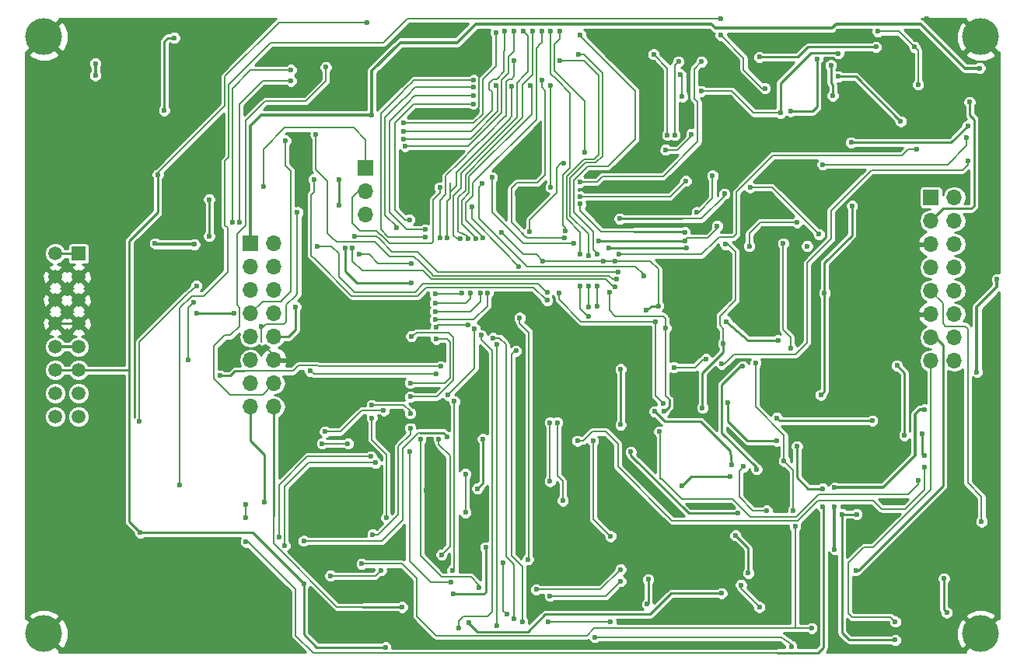
<source format=gbl>
G04 #@! TF.FileFunction,Copper,L2,Bot,Signal*
%FSLAX46Y46*%
G04 Gerber Fmt 4.6, Leading zero omitted, Abs format (unit mm)*
G04 Created by KiCad (PCBNEW 4.0.1-stable) date 26/04/2018 08:46:55*
%MOMM*%
G01*
G04 APERTURE LIST*
%ADD10C,0.100000*%
%ADD11C,4.000000*%
%ADD12R,1.700000X1.700000*%
%ADD13O,1.700000X1.700000*%
%ADD14R,1.520000X1.520000*%
%ADD15C,1.520000*%
%ADD16C,0.600000*%
%ADD17C,0.200000*%
%ADD18C,0.250000*%
%ADD19C,0.350000*%
%ADD20C,0.254000*%
G04 APERTURE END LIST*
D10*
D11*
X154500000Y-107500000D03*
X52500000Y-42500000D03*
X154500000Y-42500000D03*
X52500000Y-107500000D03*
D12*
X87500000Y-56800000D03*
D13*
X87500000Y-59340000D03*
X87500000Y-61880000D03*
D12*
X75000000Y-65000000D03*
D13*
X77540000Y-65000000D03*
X75000000Y-67540000D03*
X77540000Y-67540000D03*
X75000000Y-70080000D03*
X77540000Y-70080000D03*
X75000000Y-72620000D03*
X77540000Y-72620000D03*
X75000000Y-75160000D03*
X77540000Y-75160000D03*
X75000000Y-77700000D03*
X77540000Y-77700000D03*
X75000000Y-80240000D03*
X77540000Y-80240000D03*
X75000000Y-82780000D03*
X77540000Y-82780000D03*
D12*
X149100000Y-60000000D03*
D13*
X151640000Y-60000000D03*
X149100000Y-62540000D03*
X151640000Y-62540000D03*
X149100000Y-65080000D03*
X151640000Y-65080000D03*
X149100000Y-67620000D03*
X151640000Y-67620000D03*
X149100000Y-70160000D03*
X151640000Y-70160000D03*
X149100000Y-72700000D03*
X151640000Y-72700000D03*
X149100000Y-75240000D03*
X151640000Y-75240000D03*
X149100000Y-77780000D03*
X151640000Y-77780000D03*
D14*
X56270000Y-66110000D03*
D15*
X53730000Y-66110000D03*
X56270000Y-68650000D03*
X53730000Y-68650000D03*
X56270000Y-71190000D03*
X53730000Y-71190000D03*
X56270000Y-73730000D03*
X53730000Y-73730000D03*
X56270000Y-76270000D03*
X53730000Y-76270000D03*
X56270000Y-78810000D03*
X53730000Y-78810000D03*
X56270000Y-81350000D03*
X53730000Y-81350000D03*
X56270000Y-83890000D03*
X53730000Y-83890000D03*
D16*
X83100000Y-85500000D03*
X113400000Y-66900000D03*
X76400000Y-58800000D03*
X92400000Y-81700000D03*
X92500000Y-75100000D03*
X106800000Y-66900000D03*
X114700000Y-66900000D03*
X102300000Y-63800000D03*
X125300000Y-57600000D03*
X89500000Y-83200000D03*
X68200000Y-77700000D03*
X68800000Y-71400000D03*
X97100000Y-103200000D03*
X100600000Y-98100000D03*
X115300000Y-78700000D03*
X115300000Y-84750000D03*
X118100000Y-72300000D03*
X119400000Y-71800000D03*
X123600000Y-61600000D03*
X119800000Y-63000000D03*
X121300000Y-63000000D03*
X80800000Y-64300000D03*
X81600000Y-67200000D03*
X136200000Y-105700000D03*
X136300000Y-108800000D03*
X93300000Y-81000000D03*
X93300000Y-82600000D03*
X89500000Y-86500000D03*
X84300000Y-80000000D03*
X88300000Y-79900000D03*
X89700000Y-49100000D03*
X99800000Y-45800000D03*
X106400000Y-53500000D03*
X102700000Y-59600000D03*
X96700000Y-50700000D03*
X99400000Y-50700000D03*
X91500000Y-60700000D03*
X93900000Y-55100000D03*
X118100000Y-76600000D03*
X118100000Y-78000000D03*
X122600000Y-79500000D03*
X121000000Y-79500000D03*
X154800000Y-58400000D03*
X128000000Y-108800000D03*
X96300000Y-41200000D03*
X92600000Y-42000000D03*
X127000000Y-66300000D03*
X128500000Y-66700000D03*
X126000000Y-61600000D03*
X133000000Y-94100000D03*
X133000000Y-96000000D03*
X125500000Y-100900000D03*
X91700000Y-103400000D03*
X94300000Y-108300000D03*
X104100000Y-85100000D03*
X104150000Y-89200000D03*
X100600000Y-85200000D03*
X99400000Y-90300000D03*
X87400000Y-89900000D03*
X87400000Y-93400000D03*
X127500000Y-49900000D03*
X85800000Y-103950000D03*
X73000000Y-75800000D03*
X118500000Y-108600000D03*
X112500000Y-109000000D03*
X83200000Y-105700000D03*
X84800000Y-105700000D03*
X134400000Y-71400000D03*
X136800000Y-71400000D03*
X104000000Y-59600000D03*
X105800000Y-60800000D03*
X134200000Y-83000000D03*
X54100000Y-48900000D03*
X125000000Y-53100000D03*
X114000000Y-79500000D03*
X151300000Y-46500000D03*
X150500000Y-50900000D03*
X139000000Y-41900000D03*
X128850000Y-96000000D03*
X107600000Y-99300000D03*
X110975000Y-101795000D03*
X94100000Y-91900000D03*
X96000000Y-90400000D03*
X118700000Y-95400000D03*
X115100000Y-94100000D03*
X126200000Y-96700000D03*
X88200000Y-44100000D03*
X84300000Y-49100000D03*
X132000000Y-88900000D03*
X131400000Y-93300000D03*
X123800000Y-93700000D03*
X143200000Y-95800000D03*
X142200000Y-93800000D03*
X144400000Y-93100000D03*
X145700000Y-97600000D03*
X149600000Y-96700000D03*
X144400000Y-76100000D03*
X142800000Y-85600000D03*
X147300000Y-81300000D03*
X79800000Y-56300000D03*
X156000000Y-99300000D03*
X156200000Y-72800000D03*
X85500000Y-43800000D03*
X71700000Y-67700000D03*
X66000000Y-71300000D03*
X130700000Y-78800000D03*
X148600000Y-40500000D03*
X85600000Y-86800000D03*
X82800000Y-86800000D03*
X105400000Y-63700000D03*
X109100000Y-56300000D03*
X138600000Y-98300000D03*
X64600000Y-65000000D03*
X68900000Y-65100000D03*
X154400000Y-45900000D03*
X156300000Y-68900000D03*
X154100000Y-79000000D03*
X138600000Y-91600000D03*
X138600000Y-93700000D03*
X148400000Y-83100000D03*
X88200000Y-51000000D03*
X98800000Y-106300000D03*
X126300000Y-103100000D03*
X89700000Y-109000000D03*
X143300000Y-41900000D03*
X147700000Y-47700000D03*
X147300000Y-43600000D03*
X87700000Y-40900000D03*
X127800000Y-96800000D03*
X129200000Y-100900000D03*
X139400000Y-94500000D03*
X146200000Y-85900000D03*
X145400000Y-78300000D03*
X124100000Y-48400000D03*
X80800000Y-102100000D03*
X139000000Y-44300000D03*
X132700000Y-50800000D03*
X64900000Y-57500000D03*
X145200000Y-108200000D03*
X141000000Y-94500000D03*
X63000000Y-96500000D03*
X122000000Y-91400000D03*
X127200000Y-90400000D03*
X84600000Y-58000000D03*
X84600000Y-60800000D03*
X132300000Y-84000000D03*
X142700000Y-84300000D03*
X153000000Y-53500000D03*
X137300000Y-56400000D03*
X136700000Y-44900000D03*
X133800000Y-50600000D03*
X138200000Y-45600000D03*
X138400000Y-48900000D03*
X145800000Y-51700000D03*
X139000000Y-46800000D03*
X140500000Y-60900000D03*
X137300000Y-93700000D03*
X137300000Y-91700000D03*
X134500000Y-87100000D03*
X62900000Y-84400000D03*
X69100000Y-69600000D03*
X74500000Y-94900000D03*
X74500000Y-93400000D03*
X74500000Y-97500000D03*
X137100000Y-81500000D03*
X137500000Y-70400000D03*
X70500000Y-64200000D03*
X70500000Y-60200000D03*
X58100000Y-46700000D03*
X58100000Y-45400000D03*
X95700000Y-78400000D03*
X71700000Y-79400000D03*
X81500000Y-78900000D03*
X95200000Y-79200000D03*
X80800000Y-97400000D03*
X96400000Y-86100000D03*
X95500000Y-86300000D03*
X95800000Y-98900000D03*
X92500000Y-69300000D03*
X85300000Y-65500000D03*
X86800000Y-66200000D03*
X92500000Y-67200000D03*
X118300000Y-101600000D03*
X118200000Y-104300000D03*
X135600000Y-65300000D03*
X143100000Y-43600000D03*
X130400000Y-44700000D03*
X115100000Y-66200000D03*
X147500000Y-54700000D03*
X133900000Y-108900000D03*
X112500000Y-107900000D03*
X128400000Y-102200000D03*
X130400000Y-104600000D03*
X102900000Y-105400000D03*
X102500000Y-99800000D03*
X98400000Y-90100000D03*
X98400000Y-94300000D03*
X65600000Y-50500000D03*
X66700000Y-42600000D03*
X121800000Y-46600000D03*
X122000000Y-49000000D03*
X118900000Y-44400000D03*
X120400000Y-53200000D03*
X121600000Y-45200000D03*
X121200000Y-53200000D03*
X123000000Y-53100000D03*
X120200000Y-54800000D03*
X78800000Y-53800000D03*
X114700000Y-69700000D03*
X86100000Y-65500000D03*
X95600000Y-58900000D03*
X100200000Y-58500000D03*
X117800000Y-68500000D03*
X110200000Y-65000000D03*
X101300000Y-57800000D03*
X81900000Y-58000000D03*
X107300000Y-71200000D03*
X107300000Y-70300000D03*
X82300000Y-65300000D03*
X134300000Y-95800000D03*
X134100000Y-94100000D03*
X133800000Y-76400000D03*
X133000000Y-65000000D03*
X130000000Y-78000000D03*
X87100000Y-99900000D03*
X136100000Y-106900000D03*
X133100000Y-88700000D03*
X150800000Y-105200000D03*
X150500000Y-101500000D03*
X126200000Y-40500000D03*
X131000000Y-48100000D03*
X126200000Y-42300000D03*
X67300000Y-91300000D03*
X122300000Y-63800000D03*
X110900000Y-60700000D03*
X126600000Y-59600000D03*
X115200000Y-62300000D03*
X126700000Y-65100000D03*
X124200000Y-82900000D03*
X126500000Y-75900000D03*
X122500000Y-65500000D03*
X114000000Y-65500000D03*
X120000000Y-83300000D03*
X114100000Y-70300000D03*
X120200000Y-74200000D03*
X112900000Y-64700000D03*
X125800000Y-63100000D03*
X122300000Y-64700000D03*
X119900000Y-82400000D03*
X108600000Y-70400000D03*
X119100000Y-73500000D03*
X89800000Y-94900000D03*
X88200000Y-84000000D03*
X88200000Y-82600000D03*
X92400000Y-83500000D03*
X88300000Y-96700000D03*
X92400000Y-85100000D03*
X83700000Y-101200000D03*
X89200000Y-100600000D03*
X112300000Y-86500000D03*
X114200000Y-96900000D03*
X114200000Y-106200000D03*
X107400000Y-106200000D03*
X93500000Y-86300000D03*
X99900000Y-102500000D03*
X96800000Y-101900000D03*
X92300000Y-87700000D03*
X122400000Y-58200000D03*
X110900000Y-59900000D03*
X82100000Y-53100000D03*
X114900000Y-68900000D03*
X86300000Y-64200000D03*
X115000000Y-68100000D03*
X103700000Y-41900000D03*
X91800000Y-54400000D03*
X100100000Y-75000000D03*
X97700000Y-106900000D03*
X101700000Y-47800000D03*
X91700000Y-53600000D03*
X101800000Y-76000000D03*
X101800000Y-106600000D03*
X102700000Y-41900000D03*
X91700000Y-52800000D03*
X103900000Y-76700000D03*
X104600000Y-106200000D03*
X128600000Y-78400000D03*
X130100000Y-89600000D03*
X131200000Y-94100000D03*
X128700000Y-89300000D03*
X127400000Y-89100000D03*
X119000000Y-83300000D03*
X128100000Y-94400000D03*
X116400000Y-87700000D03*
X83200000Y-45800000D03*
X154600000Y-95300000D03*
X140900000Y-100600000D03*
X145200000Y-106200000D03*
X69100000Y-72600000D03*
X73200000Y-72600000D03*
X76500000Y-93200000D03*
X79900000Y-71900000D03*
X80100000Y-61600000D03*
X76200000Y-74000000D03*
X91500000Y-104600000D03*
X73800000Y-62700000D03*
X79400000Y-47300000D03*
X79400000Y-46100000D03*
X73000000Y-62700000D03*
X148400000Y-88100000D03*
X148100000Y-85700000D03*
X148400000Y-89400000D03*
X110600000Y-86500000D03*
X147700000Y-90800000D03*
X119500000Y-85500000D03*
X153100000Y-52200000D03*
X140400000Y-54000000D03*
X153300000Y-49600000D03*
X153100000Y-56000000D03*
X126300000Y-78100000D03*
X121100000Y-78500000D03*
X124600000Y-77600000D03*
X124100000Y-45200000D03*
X110900000Y-58300000D03*
X94000000Y-64300000D03*
X99300000Y-47200000D03*
X99300000Y-48900000D03*
X94000000Y-63500000D03*
X90900000Y-63300000D03*
X99300000Y-48000000D03*
X99300000Y-49800000D03*
X92300000Y-62400000D03*
X101400000Y-75300000D03*
X103700000Y-105900000D03*
X107600000Y-103400000D03*
X115300000Y-101800000D03*
X106100000Y-102700000D03*
X115300000Y-100500000D03*
X107600000Y-84500000D03*
X107600000Y-90900000D03*
X109000000Y-93000000D03*
X108400000Y-84500000D03*
X97200000Y-82200000D03*
X97000000Y-100600000D03*
X99700000Y-91700000D03*
X100300000Y-86300000D03*
X104200000Y-67500000D03*
X99100000Y-61000000D03*
X104300000Y-73100000D03*
X105200000Y-99400000D03*
X126800000Y-73500000D03*
X132435000Y-75535000D03*
X127000000Y-82300000D03*
X132300000Y-86500000D03*
X134500000Y-62700000D03*
X129300000Y-65300000D03*
X136900000Y-64000000D03*
X129400000Y-58900000D03*
X107700000Y-41900000D03*
X109300000Y-63600000D03*
X99500000Y-64500000D03*
X105500000Y-47800000D03*
X95200000Y-74100000D03*
X98700000Y-73900000D03*
X95200000Y-75400000D03*
X92400000Y-80200000D03*
X103700000Y-45107500D03*
X98000000Y-70400000D03*
X95100000Y-70500000D03*
X95600000Y-64400000D03*
X100300000Y-64400000D03*
X106700000Y-41892500D03*
X99400000Y-74300000D03*
X96500000Y-81500000D03*
X103400000Y-47900000D03*
X98900000Y-70400000D03*
X95100000Y-71500000D03*
X96400000Y-64400000D03*
X108700000Y-45107500D03*
X110900000Y-66200000D03*
X110900000Y-69600000D03*
X111800000Y-72900000D03*
X104700000Y-41900000D03*
X97800000Y-64500000D03*
X95100000Y-72400000D03*
X100000000Y-70400000D03*
X110700000Y-44400000D03*
X111800000Y-69600000D03*
X111800000Y-71900000D03*
X111800000Y-66300000D03*
X100800000Y-70400000D03*
X98700000Y-64500000D03*
X105700000Y-41900000D03*
X95100000Y-73300000D03*
X112700000Y-71800000D03*
X112700000Y-69600000D03*
X112700000Y-66200000D03*
X110900000Y-42300000D03*
X111400000Y-55100000D03*
X108700000Y-41892500D03*
X107700000Y-47800000D03*
X107700000Y-58900000D03*
X106700000Y-47200000D03*
X109200000Y-64400000D03*
X91700000Y-51900000D03*
X101700000Y-42000000D03*
X78700000Y-97900000D03*
X88600000Y-88900000D03*
X78100000Y-97000000D03*
X88100000Y-88200000D03*
D17*
X83100000Y-85500000D02*
X84800000Y-85500000D01*
X84800000Y-85500000D02*
X87100000Y-83200000D01*
X123600000Y-61600000D02*
X123800000Y-61600000D01*
X123800000Y-61600000D02*
X125300000Y-60100000D01*
X125300000Y-60100000D02*
X125300000Y-57600000D01*
X87500000Y-56800000D02*
X87500000Y-53700000D01*
X76400000Y-54700000D02*
X76400000Y-58800000D01*
X78700000Y-52400000D02*
X76400000Y-54700000D01*
X83800000Y-52400000D02*
X78700000Y-52400000D01*
X87500000Y-53700000D02*
X86200000Y-52400000D01*
X86200000Y-52400000D02*
X83800000Y-52400000D01*
X102300000Y-63800000D02*
X104700000Y-66200000D01*
X106100000Y-66200000D02*
X106800000Y-66900000D01*
X104700000Y-66200000D02*
X106100000Y-66200000D01*
X97119998Y-76400000D02*
X97119998Y-79880002D01*
X95900000Y-81100000D02*
X95300000Y-81700000D01*
X95300000Y-81700000D02*
X92400000Y-81700000D01*
X93100000Y-74700000D02*
X95500000Y-74700000D01*
X92500000Y-75100000D02*
X93100000Y-74700000D01*
X97119998Y-79880002D02*
X95900000Y-81100000D01*
X95500000Y-74700000D02*
X96600000Y-74700000D01*
X97119998Y-75219998D02*
X97119998Y-76400000D01*
X96600000Y-74700000D02*
X97119998Y-75219998D01*
X106800000Y-66900000D02*
X106700000Y-66900000D01*
X109100000Y-66900000D02*
X106700000Y-66900000D01*
X119400000Y-71800000D02*
X119400000Y-67800000D01*
X118500000Y-66900000D02*
X114700000Y-66900000D01*
X119400000Y-67800000D02*
X118500000Y-66900000D01*
X114700000Y-66900000D02*
X113400000Y-66900000D01*
X113400000Y-66900000D02*
X109100000Y-66900000D01*
X109100000Y-66900000D02*
X107800000Y-66900000D01*
X87100000Y-83200000D02*
X89500000Y-83200000D01*
X68200000Y-77700000D02*
X68200000Y-72000000D01*
X68200000Y-72000000D02*
X68800000Y-71400000D01*
D18*
X100600000Y-103000000D02*
X100400000Y-103200000D01*
X100400000Y-103200000D02*
X97100000Y-103200000D01*
X100600000Y-98100000D02*
X100600000Y-103000000D01*
X115300000Y-78700000D02*
X115300000Y-84750000D01*
D17*
X115300000Y-84750000D02*
X115300000Y-84700000D01*
D18*
X118700000Y-71800000D02*
X118100000Y-72300000D01*
X119400000Y-71800000D02*
X118700000Y-71800000D01*
X87500000Y-56800000D02*
X87500000Y-56100000D01*
D17*
X121300000Y-63000000D02*
X119800000Y-63000000D01*
X81100000Y-67200000D02*
X80800000Y-66900000D01*
X80800000Y-66900000D02*
X80800000Y-64300000D01*
X81600000Y-67200000D02*
X81100000Y-67200000D01*
X136400000Y-108800000D02*
X136900000Y-108300000D01*
X136900000Y-108300000D02*
X136900000Y-106400000D01*
X136900000Y-106400000D02*
X136200000Y-105700000D01*
X136300000Y-108800000D02*
X136400000Y-108800000D01*
X93300000Y-81000000D02*
X89400000Y-81000000D01*
X89400000Y-81000000D02*
X88300000Y-79900000D01*
X91800000Y-84500000D02*
X92800000Y-84500000D01*
X92800000Y-84500000D02*
X93300000Y-84000000D01*
X93300000Y-84000000D02*
X93300000Y-82600000D01*
X91800000Y-84500000D02*
X91500000Y-84800000D01*
X89500000Y-86500000D02*
X89800000Y-86500000D01*
X89800000Y-86500000D02*
X91500000Y-84800000D01*
X91500000Y-84800000D02*
X91600000Y-84700000D01*
X88300000Y-79900000D02*
X84400000Y-79900000D01*
X84400000Y-79900000D02*
X84300000Y-80000000D01*
X91900000Y-45800000D02*
X89700000Y-48000000D01*
X89700000Y-48000000D02*
X89700000Y-49100000D01*
X99800000Y-45800000D02*
X91900000Y-45800000D01*
X99900000Y-46500000D02*
X99900000Y-45900000D01*
X99900000Y-45900000D02*
X99700000Y-45700000D01*
X99800000Y-45800000D02*
X99700000Y-45700000D01*
X99900000Y-49600000D02*
X99900000Y-46500000D01*
X99900000Y-46500000D02*
X99900000Y-46300000D01*
X99900000Y-50200000D02*
X99900000Y-49600000D01*
X99400000Y-50700000D02*
X99900000Y-50200000D01*
X102700000Y-58700000D02*
X103600000Y-57800000D01*
X103600000Y-57800000D02*
X105400000Y-57800000D01*
X105400000Y-57800000D02*
X106400000Y-56800000D01*
X106400000Y-56800000D02*
X106400000Y-53500000D01*
X102700000Y-59600000D02*
X102700000Y-58700000D01*
X96700000Y-50700000D02*
X99400000Y-50700000D01*
X91500000Y-60700000D02*
X91500000Y-57100000D01*
X93900000Y-55100000D02*
X93500000Y-55100000D01*
X91500000Y-57100000D02*
X93500000Y-55100000D01*
X118100000Y-78000000D02*
X118100000Y-76600000D01*
X121000000Y-79500000D02*
X122600000Y-79500000D01*
X92600000Y-41500000D02*
X92900000Y-41200000D01*
X92900000Y-41200000D02*
X96300000Y-41200000D01*
X92600000Y-42000000D02*
X92600000Y-41500000D01*
X132400000Y-93300000D02*
X133000000Y-93900000D01*
X133000000Y-93900000D02*
X133000000Y-94100000D01*
X132400000Y-93300000D02*
X131400000Y-93300000D01*
X126200000Y-96700000D02*
X126200000Y-100200000D01*
X126200000Y-100200000D02*
X125500000Y-100900000D01*
X91700000Y-103400000D02*
X91900000Y-103400000D01*
X93400000Y-108300000D02*
X94300000Y-108300000D01*
X92600000Y-107500000D02*
X93400000Y-108300000D01*
X92600000Y-104100000D02*
X92600000Y-107500000D01*
X91900000Y-103400000D02*
X92600000Y-104100000D01*
X104150000Y-85150000D02*
X104100000Y-85100000D01*
X104150000Y-89200000D02*
X104150000Y-85150000D01*
X104150000Y-89200000D02*
X104200000Y-89200000D01*
X100600000Y-85200000D02*
X99400000Y-85200000D01*
X99400000Y-85200000D02*
X99400000Y-90300000D01*
X87400000Y-89900000D02*
X87400000Y-93400000D01*
X85800000Y-103950000D02*
X85800000Y-103900000D01*
X76800000Y-76400000D02*
X73600000Y-76400000D01*
X73600000Y-76400000D02*
X73000000Y-75800000D01*
X76800000Y-76400000D02*
X77540000Y-77140000D01*
X77540000Y-77700000D02*
X77540000Y-77140000D01*
X118100000Y-109000000D02*
X118500000Y-108600000D01*
X116500000Y-109000000D02*
X118100000Y-109000000D01*
X116600000Y-109000000D02*
X116500000Y-109000000D01*
X116500000Y-109000000D02*
X112500000Y-109000000D01*
X104400000Y-60800000D02*
X104000000Y-60400000D01*
X104000000Y-60400000D02*
X104000000Y-59600000D01*
X105800000Y-60800000D02*
X104400000Y-60800000D01*
X150500000Y-49500000D02*
X151300000Y-48700000D01*
X151300000Y-48700000D02*
X151300000Y-46500000D01*
X150500000Y-50900000D02*
X150500000Y-49500000D01*
X128850000Y-96000000D02*
X126900000Y-96000000D01*
X126900000Y-96000000D02*
X126200000Y-96700000D01*
X128850000Y-96000000D02*
X128800000Y-96000000D01*
X110975000Y-101795000D02*
X108095000Y-101795000D01*
X107600000Y-101300000D02*
X107600000Y-99300000D01*
X108095000Y-101795000D02*
X107600000Y-101300000D01*
X110980000Y-101800000D02*
X111000000Y-101800000D01*
X110975000Y-101795000D02*
X110980000Y-101800000D01*
X96000000Y-91300000D02*
X95400000Y-91900000D01*
X95400000Y-91900000D02*
X94100000Y-91900000D01*
X96000000Y-90400000D02*
X96000000Y-91300000D01*
X117600000Y-94100000D02*
X118700000Y-95200000D01*
X118700000Y-95200000D02*
X118700000Y-95400000D01*
X115100000Y-94100000D02*
X117600000Y-94100000D01*
X131400000Y-93300000D02*
X131400000Y-91100000D01*
X131200000Y-89700000D02*
X132000000Y-88900000D01*
X131200000Y-90900000D02*
X131200000Y-89700000D01*
X131400000Y-91100000D02*
X131200000Y-90900000D01*
X142200000Y-93800000D02*
X142200000Y-94800000D01*
X142200000Y-94800000D02*
X143200000Y-95800000D01*
X146600000Y-96700000D02*
X145700000Y-97600000D01*
X149600000Y-96700000D02*
X146600000Y-96700000D01*
D18*
X53730000Y-73730000D02*
X56270000Y-73730000D01*
D17*
X85600000Y-86800000D02*
X82800000Y-86800000D01*
X108300000Y-59500000D02*
X105400000Y-62400000D01*
X105400000Y-62400000D02*
X105400000Y-63700000D01*
X108800000Y-56300000D02*
X109100000Y-56300000D01*
X108300000Y-56800000D02*
X108300000Y-58900000D01*
X108800000Y-56300000D02*
X108300000Y-56800000D01*
X108300000Y-58900000D02*
X108300000Y-59500000D01*
X109000000Y-56400000D02*
X109100000Y-56300000D01*
D19*
X138600000Y-93700000D02*
X138600000Y-98300000D01*
X88200000Y-51000000D02*
X88200000Y-46200000D01*
X97500000Y-43100000D02*
X99000000Y-41600000D01*
X91300000Y-43100000D02*
X97500000Y-43100000D01*
X88200000Y-46200000D02*
X91300000Y-43100000D01*
X99500000Y-41100000D02*
X102100000Y-41100000D01*
X99000000Y-41600000D02*
X99500000Y-41100000D01*
X125200000Y-41100000D02*
X125650000Y-41550000D01*
X102100000Y-41100000D02*
X125200000Y-41100000D01*
X127300000Y-41550000D02*
X138350000Y-41550000D01*
X138350000Y-41550000D02*
X138800000Y-41100000D01*
X125650000Y-41550000D02*
X127300000Y-41550000D01*
X127300000Y-41550000D02*
X127450000Y-41550000D01*
X68900000Y-65100000D02*
X64700000Y-65100000D01*
X64700000Y-65100000D02*
X64600000Y-65000000D01*
X148000000Y-41100000D02*
X147300000Y-41100000D01*
X148000000Y-41100000D02*
X152800000Y-45900000D01*
X154400000Y-45900000D02*
X152800000Y-45900000D01*
X147400000Y-41100000D02*
X147300000Y-41100000D01*
X147300000Y-41100000D02*
X139000000Y-41100000D01*
X139000000Y-41100000D02*
X138800000Y-41100000D01*
X154100000Y-71900000D02*
X156300000Y-69700000D01*
X156300000Y-69700000D02*
X156300000Y-68900000D01*
X154100000Y-79000000D02*
X154100000Y-71900000D01*
X138600000Y-91600000D02*
X143900000Y-91600000D01*
X138600000Y-93700000D02*
X138600000Y-94500000D01*
X138600000Y-95200000D02*
X138600000Y-94500000D01*
X148400000Y-83100000D02*
X147900000Y-83100000D01*
X147400000Y-83600000D02*
X147900000Y-83100000D01*
X147400000Y-88100000D02*
X147400000Y-83600000D01*
X143900000Y-91600000D02*
X147400000Y-88100000D01*
X75000000Y-52200000D02*
X76200000Y-51000000D01*
X75000000Y-52200000D02*
X75000000Y-65000000D01*
X76200000Y-51000000D02*
X88200000Y-51000000D01*
X53730000Y-76270000D02*
X56270000Y-76270000D01*
D18*
X56270000Y-78810000D02*
X61800000Y-78810000D01*
X61700000Y-78800000D02*
X61800000Y-78800000D01*
X61790000Y-78800000D02*
X61700000Y-78800000D01*
X61800000Y-78810000D02*
X61790000Y-78800000D01*
X64900000Y-57500000D02*
X64900000Y-61600000D01*
X64900000Y-61600000D02*
X61800000Y-64700000D01*
X61800000Y-64700000D02*
X61800000Y-78800000D01*
X61800000Y-95300000D02*
X63000000Y-96500000D01*
X61800000Y-78800000D02*
X61800000Y-95300000D01*
X126300000Y-103100000D02*
X120800000Y-103100000D01*
X120800000Y-103100000D02*
X118500000Y-105400000D01*
X98800000Y-106300000D02*
X98800000Y-106400000D01*
X105180002Y-107319998D02*
X107100000Y-105400000D01*
X99719998Y-107319998D02*
X105180002Y-107319998D01*
X98800000Y-106400000D02*
X99719998Y-107319998D01*
X107800000Y-105400000D02*
X107100000Y-105400000D01*
X107800000Y-105400000D02*
X118500000Y-105400000D01*
X129200000Y-100900000D02*
X129200000Y-98200000D01*
X129200000Y-98200000D02*
X127800000Y-96800000D01*
X63000000Y-96500000D02*
X62800000Y-96500000D01*
X89700000Y-109000000D02*
X82200000Y-109000000D01*
X82200000Y-109000000D02*
X80800000Y-107600000D01*
X80800000Y-107600000D02*
X80800000Y-102100000D01*
D17*
X64900000Y-57500000D02*
X64900000Y-57300000D01*
X64900000Y-57300000D02*
X72200000Y-50000000D01*
X143300000Y-41900000D02*
X145600000Y-41900000D01*
X145600000Y-41900000D02*
X147300000Y-43600000D01*
X124100000Y-48400000D02*
X127400000Y-48400000D01*
X129800000Y-50800000D02*
X132700000Y-50800000D01*
X127400000Y-48400000D02*
X129800000Y-50800000D01*
X147300000Y-43600000D02*
X147700000Y-44000000D01*
X147700000Y-47700000D02*
X147700000Y-44200000D01*
X147700000Y-44000000D02*
X147700000Y-44200000D01*
D18*
X63000000Y-96500000D02*
X75200000Y-96500000D01*
X75200000Y-96500000D02*
X80800000Y-102100000D01*
D17*
X72200000Y-50000000D02*
X72200000Y-46800000D01*
X72200000Y-46800000D02*
X78100000Y-40900000D01*
X78100000Y-40900000D02*
X87700000Y-40900000D01*
D18*
X146200000Y-85900000D02*
X146200000Y-79100000D01*
X146200000Y-79100000D02*
X145400000Y-78300000D01*
X136000000Y-44200000D02*
X138900000Y-44200000D01*
X132700000Y-47500000D02*
X136000000Y-44200000D01*
X132700000Y-50800000D02*
X132700000Y-47500000D01*
X138900000Y-44200000D02*
X139000000Y-44300000D01*
X139400000Y-94500000D02*
X139400000Y-107400000D01*
X140200000Y-108200000D02*
X145200000Y-108200000D01*
X139400000Y-107400000D02*
X140200000Y-108200000D01*
X139400000Y-94500000D02*
X141000000Y-94500000D01*
X127200000Y-90400000D02*
X123000000Y-90400000D01*
X123000000Y-90400000D02*
X122000000Y-91400000D01*
X53730000Y-78810000D02*
X56270000Y-78810000D01*
X84600000Y-58000000D02*
X84600000Y-60800000D01*
X132600000Y-84300000D02*
X132300000Y-84000000D01*
X142700000Y-84300000D02*
X132600000Y-84300000D01*
D17*
X152950000Y-53550000D02*
X153000000Y-53500000D01*
X152950000Y-53550000D02*
X152950000Y-54350000D01*
X150900000Y-56400000D02*
X152950000Y-54350000D01*
X150900000Y-56400000D02*
X137300000Y-56400000D01*
D18*
X136700000Y-44900000D02*
X136700000Y-50100000D01*
X136200000Y-50600000D02*
X133800000Y-50600000D01*
X136700000Y-50100000D02*
X136200000Y-50600000D01*
X138400000Y-47700000D02*
X138200000Y-47500000D01*
X138200000Y-47500000D02*
X138200000Y-45600000D01*
X138400000Y-48900000D02*
X138400000Y-47700000D01*
X140900000Y-46800000D02*
X145800000Y-51700000D01*
X139000000Y-46800000D02*
X140900000Y-46800000D01*
X140500000Y-64100000D02*
X140500000Y-60900000D01*
X137500000Y-67100000D02*
X140500000Y-64100000D01*
X137500000Y-67100000D02*
X137500000Y-70400000D01*
X137400000Y-99600000D02*
X137400000Y-93800000D01*
X137400000Y-93800000D02*
X137300000Y-93700000D01*
X134500000Y-90500000D02*
X135700000Y-91700000D01*
X135700000Y-91700000D02*
X137300000Y-91700000D01*
X134500000Y-87100000D02*
X134500000Y-90500000D01*
D17*
X69100000Y-69600000D02*
X68100000Y-70500000D01*
X68100000Y-70500000D02*
X62900000Y-75700000D01*
X62900000Y-75700000D02*
X62900000Y-84400000D01*
X74500000Y-97500000D02*
X74700000Y-97500000D01*
X79900000Y-107700000D02*
X81800000Y-109600000D01*
X79900000Y-102700000D02*
X79900000Y-107700000D01*
X74700000Y-97500000D02*
X79900000Y-102700000D01*
D18*
X137400000Y-109000000D02*
X137400000Y-99600000D01*
X136800000Y-109600000D02*
X132300000Y-109600000D01*
X136800000Y-109600000D02*
X137400000Y-109000000D01*
D17*
X137400000Y-99600000D02*
X137400000Y-99400000D01*
X132400000Y-109600000D02*
X132300000Y-109600000D01*
X132300000Y-109600000D02*
X114000000Y-109600000D01*
X89000000Y-109600000D02*
X82800000Y-109600000D01*
X81800000Y-109600000D02*
X82800000Y-109600000D01*
X74500000Y-94900000D02*
X74500000Y-93400000D01*
X114000000Y-109600000D02*
X89000000Y-109600000D01*
D18*
X137500000Y-81100000D02*
X137100000Y-81500000D01*
X137500000Y-70400000D02*
X137500000Y-81100000D01*
X70500000Y-64200000D02*
X70500000Y-60200000D01*
X53730000Y-66110000D02*
X56270000Y-66110000D01*
D19*
X58100000Y-46700000D02*
X58100000Y-45400000D01*
D17*
X83000000Y-78400000D02*
X82400000Y-78400000D01*
X82300000Y-78300000D02*
X80200000Y-78300000D01*
X82400000Y-78400000D02*
X82300000Y-78300000D01*
X95700000Y-78400000D02*
X83000000Y-78400000D01*
X80200000Y-78300000D02*
X79600000Y-78900000D01*
X79600000Y-78900000D02*
X74300000Y-78900000D01*
D18*
X74300000Y-78900000D02*
X73300000Y-78900000D01*
X72800000Y-79400000D02*
X71700000Y-79400000D01*
X73300000Y-78900000D02*
X72800000Y-79400000D01*
X74300000Y-78900000D02*
X74200000Y-78900000D01*
D17*
X93000000Y-79200000D02*
X93800000Y-79200000D01*
X93000000Y-79200000D02*
X81900000Y-79200000D01*
X81900000Y-79200000D02*
X81500000Y-78900000D01*
X93800000Y-79200000D02*
X95200000Y-79200000D01*
X93400000Y-85600000D02*
X93300000Y-85600000D01*
X93300000Y-85600000D02*
X91600000Y-87300000D01*
X80800000Y-97400000D02*
X89300000Y-97400000D01*
X91600000Y-95100000D02*
X91600000Y-87300000D01*
X89300000Y-97400000D02*
X91600000Y-95100000D01*
D18*
X96400000Y-86100000D02*
X96400000Y-86000000D01*
X96000000Y-85600000D02*
X93400000Y-85600000D01*
X96400000Y-86000000D02*
X96000000Y-85600000D01*
D17*
X95500000Y-86300000D02*
X95500000Y-86905002D01*
X96700000Y-98000000D02*
X95800000Y-98900000D01*
X96700000Y-88105002D02*
X96700000Y-98000000D01*
X95500000Y-86905002D02*
X96700000Y-88105002D01*
D18*
X92500000Y-69300000D02*
X86600000Y-69300000D01*
X85300000Y-68000000D02*
X85300000Y-65500000D01*
X86600000Y-69300000D02*
X85300000Y-68000000D01*
D17*
X92500000Y-67200000D02*
X88900000Y-67200000D01*
X87900000Y-66200000D02*
X86800000Y-66200000D01*
X88900000Y-67200000D02*
X87900000Y-66200000D01*
D18*
X118300000Y-101600000D02*
X118300000Y-104200000D01*
X118300000Y-104200000D02*
X118200000Y-104300000D01*
X134600000Y-44700000D02*
X135700000Y-43600000D01*
X135700000Y-43600000D02*
X143100000Y-43600000D01*
X130400000Y-44700000D02*
X134600000Y-44700000D01*
D17*
X127900000Y-59500000D02*
X127900000Y-64000000D01*
X127600000Y-64300000D02*
X126000000Y-64300000D01*
X127900000Y-64000000D02*
X127600000Y-64300000D01*
X147500000Y-54700000D02*
X146600000Y-54700000D01*
X127900000Y-59500000D02*
X127900000Y-59400000D01*
X127900000Y-59400000D02*
X131900000Y-55400000D01*
X131900000Y-55400000D02*
X145900000Y-55400000D01*
X145900000Y-55400000D02*
X146600000Y-54700000D01*
X115100000Y-66200000D02*
X124100000Y-66200000D01*
X125600000Y-64700000D02*
X126000000Y-64300000D01*
X124100000Y-66200000D02*
X125600000Y-64700000D01*
X133900000Y-108900000D02*
X133900000Y-108700000D01*
X133900000Y-108700000D02*
X132800000Y-107900000D01*
X132800000Y-107900000D02*
X112500000Y-107900000D01*
X128400000Y-102200000D02*
X128400000Y-102600000D01*
X128400000Y-102600000D02*
X130400000Y-104600000D01*
X102500000Y-99800000D02*
X102500000Y-105000000D01*
X102500000Y-105000000D02*
X102900000Y-105400000D01*
X102500000Y-99800000D02*
X102400000Y-99700000D01*
X98400000Y-90100000D02*
X98400000Y-94300000D01*
D18*
X66000000Y-42600000D02*
X65600000Y-43000000D01*
X65600000Y-43000000D02*
X65600000Y-50500000D01*
X66700000Y-42600000D02*
X66000000Y-42600000D01*
D17*
X122000000Y-49000000D02*
X122000000Y-46800000D01*
X122000000Y-46800000D02*
X121800000Y-46600000D01*
X122000000Y-46800000D02*
X121800000Y-46600000D01*
X118900000Y-44400000D02*
X120400000Y-45900000D01*
X120400000Y-53200000D02*
X120400000Y-45900000D01*
X121200000Y-45600000D02*
X121600000Y-45200000D01*
X121200000Y-53200000D02*
X121200000Y-45600000D01*
X121500000Y-54800000D02*
X123000000Y-53300000D01*
X123000000Y-53300000D02*
X123000000Y-53100000D01*
X120200000Y-54800000D02*
X121500000Y-54800000D01*
X79400000Y-61200000D02*
X79400000Y-57100000D01*
X78350000Y-71250000D02*
X79400000Y-70200000D01*
X79400000Y-70200000D02*
X79400000Y-61200000D01*
X78350000Y-71300000D02*
X78350000Y-71250000D01*
X79400000Y-57100000D02*
X78800000Y-56500000D01*
X78800000Y-53800000D02*
X78800000Y-56500000D01*
X76320000Y-71300000D02*
X75000000Y-72620000D01*
X78350000Y-71300000D02*
X76320000Y-71300000D01*
X114500000Y-69700000D02*
X113700000Y-68900000D01*
X114700000Y-69700000D02*
X114500000Y-69700000D01*
X89600000Y-67950000D02*
X87150000Y-67950000D01*
X86100000Y-66900000D02*
X86100000Y-65500000D01*
X87150000Y-67950000D02*
X86100000Y-66900000D01*
X93750000Y-67950000D02*
X89600000Y-67950000D01*
X112800000Y-68900000D02*
X94700000Y-68900000D01*
X113700000Y-68900000D02*
X112800000Y-68900000D01*
X94700000Y-68900000D02*
X93750000Y-67950000D01*
X86100000Y-61900000D02*
X86100000Y-60000000D01*
X86900000Y-63600000D02*
X86100000Y-62800000D01*
X86100000Y-62800000D02*
X86100000Y-61900000D01*
X89181298Y-64018702D02*
X89118702Y-64018702D01*
X90162596Y-65000000D02*
X89181298Y-64018702D01*
X92700000Y-65000000D02*
X90162596Y-65000000D01*
X89118702Y-64018702D02*
X88700000Y-63600000D01*
X88700000Y-63600000D02*
X86900000Y-63600000D01*
X86100000Y-60000000D02*
X86760000Y-59340000D01*
X86760000Y-59340000D02*
X87500000Y-59340000D01*
X94900000Y-64700000D02*
X94900000Y-64800000D01*
X95600000Y-59500000D02*
X94900000Y-60200000D01*
X94900000Y-60200000D02*
X94900000Y-64700000D01*
X95600000Y-58900000D02*
X95600000Y-59500000D01*
X94700000Y-65000000D02*
X92700000Y-65000000D01*
X92700000Y-65000000D02*
X92600000Y-65000000D01*
X94900000Y-64800000D02*
X94700000Y-65000000D01*
X107100000Y-67500000D02*
X105100000Y-67500000D01*
X99900000Y-59800000D02*
X99850000Y-59800000D01*
X99900000Y-62300000D02*
X99900000Y-59800000D01*
X105100000Y-67500000D02*
X99900000Y-62300000D01*
X99850000Y-58850000D02*
X99850000Y-59800000D01*
X99850000Y-58850000D02*
X100200000Y-58500000D01*
X113600000Y-67500000D02*
X107100000Y-67500000D01*
X117800000Y-68400000D02*
X116900000Y-67500000D01*
X116900000Y-67500000D02*
X113600000Y-67500000D01*
X117800000Y-68500000D02*
X117800000Y-68400000D01*
X110200000Y-65000000D02*
X104700000Y-65000000D01*
X101300000Y-57800000D02*
X101300000Y-61600000D01*
X104700000Y-65000000D02*
X101300000Y-61600000D01*
X82100000Y-66800000D02*
X81600000Y-66300000D01*
X81900000Y-59400000D02*
X81900000Y-58000000D01*
X81600000Y-59700000D02*
X81900000Y-59400000D01*
X81600000Y-66300000D02*
X81600000Y-59700000D01*
X87600000Y-70705002D02*
X86005002Y-70705002D01*
X86005002Y-70705002D02*
X82100000Y-66800000D01*
X93194998Y-70705002D02*
X87600000Y-70705002D01*
X94100000Y-69800000D02*
X93194998Y-70705002D01*
X104800000Y-69800000D02*
X94100000Y-69800000D01*
X107300000Y-71200000D02*
X107200000Y-71200000D01*
X105800000Y-69800000D02*
X104800000Y-69800000D01*
X104800000Y-69800000D02*
X104700000Y-69800000D01*
X107200000Y-71200000D02*
X105800000Y-69800000D01*
X107300000Y-71200000D02*
X107100000Y-71200000D01*
X82300000Y-65300000D02*
X83800000Y-65300000D01*
X84600000Y-68600000D02*
X84700000Y-68700000D01*
X84600000Y-66100000D02*
X84600000Y-68600000D01*
X83800000Y-65300000D02*
X84600000Y-66100000D01*
X89100000Y-70300000D02*
X86300000Y-70300000D01*
X92900000Y-70300000D02*
X89600000Y-70300000D01*
X89600000Y-70300000D02*
X89100000Y-70300000D01*
X93800000Y-69400000D02*
X92900000Y-70300000D01*
X102000000Y-69400000D02*
X93800000Y-69400000D01*
X86300000Y-70300000D02*
X84700000Y-68700000D01*
X106300000Y-69400000D02*
X102000000Y-69400000D01*
X107200000Y-70300000D02*
X106300000Y-69400000D01*
X107300000Y-70300000D02*
X107200000Y-70300000D01*
X102000000Y-69400000D02*
X101900000Y-69400000D01*
X134300000Y-104800000D02*
X134300000Y-106900000D01*
X134300000Y-95800000D02*
X134300000Y-104800000D01*
X134300000Y-104800000D02*
X134300000Y-105100000D01*
X134100000Y-89700000D02*
X133100000Y-88700000D01*
X134100000Y-94100000D02*
X134100000Y-89700000D01*
X133800000Y-75800000D02*
X133800000Y-76400000D01*
X133000000Y-65000000D02*
X133000000Y-74400000D01*
X133800000Y-75200000D02*
X133800000Y-75800000D01*
X133800000Y-75800000D02*
X133800000Y-75900000D01*
X133000000Y-74400000D02*
X133800000Y-75200000D01*
X133100000Y-88700000D02*
X133100000Y-85900000D01*
X130000000Y-82800000D02*
X130000000Y-78000000D01*
X133100000Y-85900000D02*
X130000000Y-82800000D01*
X99900000Y-107700000D02*
X95200000Y-107700000D01*
X93100000Y-105600000D02*
X93100000Y-101500000D01*
X95200000Y-107700000D02*
X93100000Y-105600000D01*
X111600000Y-107700000D02*
X112400000Y-106900000D01*
X99900000Y-107700000D02*
X111600000Y-107700000D01*
X93100000Y-101500000D02*
X91500000Y-99900000D01*
X91500000Y-99900000D02*
X87100000Y-99900000D01*
X112400000Y-106900000D02*
X115700000Y-106900000D01*
X136100000Y-106900000D02*
X134300000Y-106900000D01*
X134300000Y-106900000D02*
X115700000Y-106900000D01*
X115700000Y-106900000D02*
X115600000Y-106900000D01*
D18*
X150500000Y-101500000D02*
X150500000Y-104900000D01*
X150500000Y-104900000D02*
X150800000Y-105200000D01*
D17*
X126200000Y-40500000D02*
X126000000Y-40500000D01*
X128700000Y-46100000D02*
X128700000Y-44800000D01*
X130700000Y-48100000D02*
X128700000Y-46100000D01*
X131000000Y-48100000D02*
X130700000Y-48100000D01*
X128700000Y-44800000D02*
X126200000Y-42300000D01*
X126000000Y-40500000D02*
X125800000Y-40500000D01*
X125800000Y-40500000D02*
X100400000Y-40500000D01*
X77200000Y-43100000D02*
X89500000Y-43100000D01*
X72619998Y-47680002D02*
X77200000Y-43100000D01*
X72200000Y-58300000D02*
X72200000Y-56019998D01*
X72500000Y-63300000D02*
X72200000Y-63000000D01*
X72200000Y-63000000D02*
X72200000Y-58300000D01*
X68600000Y-70700000D02*
X69900000Y-70700000D01*
X67300000Y-72000000D02*
X68600000Y-70700000D01*
X67300000Y-72000000D02*
X67300000Y-72200000D01*
X72500000Y-68100000D02*
X72500000Y-66100000D01*
X69900000Y-70700000D02*
X72500000Y-68100000D01*
X72500000Y-66100000D02*
X72500000Y-63300000D01*
X72619998Y-55600000D02*
X72619998Y-53400000D01*
X72200000Y-56019998D02*
X72619998Y-55600000D01*
X72619998Y-53400000D02*
X72619998Y-47680002D01*
X92100000Y-40500000D02*
X100400000Y-40500000D01*
X89500000Y-43100000D02*
X92100000Y-40500000D01*
X67300000Y-91300000D02*
X67300000Y-72200000D01*
X67300000Y-72200000D02*
X67300000Y-72100000D01*
X67300000Y-72100000D02*
X67300000Y-73800000D01*
X116700000Y-63700000D02*
X113200000Y-63700000D01*
X110900000Y-61400000D02*
X110900000Y-60700000D01*
X113200000Y-63700000D02*
X110900000Y-61400000D01*
D18*
X122200000Y-63700000D02*
X122300000Y-63800000D01*
X116700000Y-63700000D02*
X122200000Y-63700000D01*
D17*
X126700000Y-65100000D02*
X127000000Y-65100000D01*
X127800000Y-71200000D02*
X126100000Y-72900000D01*
X127800000Y-65900000D02*
X127800000Y-71200000D01*
X127000000Y-65100000D02*
X127800000Y-65900000D01*
X126500000Y-75900000D02*
X126500000Y-74300000D01*
X126500000Y-74300000D02*
X126100000Y-73900000D01*
X126100000Y-73900000D02*
X126100000Y-72900000D01*
X126600000Y-59600000D02*
X126600000Y-59800000D01*
X126600000Y-59800000D02*
X124100000Y-62300000D01*
X124100000Y-62300000D02*
X122000000Y-62300000D01*
D18*
X115200000Y-62300000D02*
X122000000Y-62300000D01*
X122000000Y-62300000D02*
X121800000Y-62300000D01*
X126600000Y-65000000D02*
X126700000Y-65100000D01*
X124200000Y-79100000D02*
X126500000Y-76800000D01*
X124200000Y-82900000D02*
X124200000Y-79100000D01*
X126500000Y-76800000D02*
X126500000Y-75900000D01*
D17*
X116100000Y-72900000D02*
X114700000Y-72900000D01*
X114100000Y-72300000D02*
X114100000Y-70300000D01*
X114700000Y-72900000D02*
X114100000Y-72300000D01*
X120200000Y-74200000D02*
X120200000Y-81600000D01*
X120200000Y-81600000D02*
X120600000Y-82000000D01*
X118500000Y-72900000D02*
X116100000Y-72900000D01*
X120200000Y-74200000D02*
X120200000Y-73200000D01*
X119900000Y-72900000D02*
X118500000Y-72900000D01*
X118500000Y-72900000D02*
X118400000Y-72900000D01*
X120200000Y-73200000D02*
X119900000Y-72900000D01*
D18*
X114000000Y-65500000D02*
X122500000Y-65500000D01*
X120000000Y-83300000D02*
X120100000Y-83300000D01*
X120100000Y-83300000D02*
X120600000Y-82800000D01*
X120600000Y-82800000D02*
X120600000Y-82000000D01*
D17*
X108600000Y-70400000D02*
X108600000Y-71100000D01*
X108600000Y-71100000D02*
X111000000Y-73500000D01*
X111900000Y-73500000D02*
X111000000Y-73500000D01*
X119100000Y-73500000D02*
X111900000Y-73500000D01*
X125800000Y-63100000D02*
X125800000Y-63400000D01*
X122600000Y-64400000D02*
X122300000Y-64700000D01*
X124800000Y-64400000D02*
X122600000Y-64400000D01*
X125800000Y-63400000D02*
X124800000Y-64400000D01*
X119100000Y-73500000D02*
X119100000Y-81600000D01*
X119100000Y-81600000D02*
X119900000Y-82400000D01*
D18*
X122300000Y-64700000D02*
X112900000Y-64700000D01*
D17*
X88200000Y-84000000D02*
X88200000Y-86400000D01*
X88200000Y-86400000D02*
X89800000Y-88000000D01*
X89800000Y-88000000D02*
X89800000Y-94900000D01*
X88200000Y-82600000D02*
X89200000Y-82600000D01*
X92400000Y-83500000D02*
X92400000Y-83300000D01*
X92400000Y-83300000D02*
X91700000Y-82600000D01*
X91700000Y-82600000D02*
X89200000Y-82600000D01*
X89200000Y-82600000D02*
X89100000Y-82600000D01*
X91100000Y-87900000D02*
X91100000Y-94500000D01*
X91100000Y-94500000D02*
X88900000Y-96700000D01*
X88900000Y-96700000D02*
X88300000Y-96700000D01*
X83700000Y-101200000D02*
X88600000Y-101200000D01*
X88600000Y-101200000D02*
X89200000Y-100600000D01*
X91100000Y-87100000D02*
X92400000Y-85800000D01*
X92400000Y-85800000D02*
X92400000Y-85100000D01*
X91100000Y-87900000D02*
X91100000Y-87100000D01*
X112300000Y-86500000D02*
X112300000Y-95000000D01*
X112300000Y-95000000D02*
X114200000Y-96900000D01*
X107400000Y-106200000D02*
X114200000Y-106200000D01*
X95800000Y-101300000D02*
X93500000Y-99000000D01*
X93500000Y-99000000D02*
X93500000Y-86300000D01*
X95800000Y-101300000D02*
X96600000Y-101300000D01*
X99900000Y-102200000D02*
X99000000Y-101300000D01*
X99900000Y-102500000D02*
X99900000Y-102200000D01*
X99000000Y-101300000D02*
X96600000Y-101300000D01*
X96600000Y-101300000D02*
X96500000Y-101300000D01*
X96800000Y-101900000D02*
X94600000Y-101900000D01*
X92300000Y-99600000D02*
X92300000Y-87700000D01*
X94600000Y-101900000D02*
X92300000Y-99600000D01*
X110900000Y-59900000D02*
X120700000Y-59900000D01*
X120700000Y-59900000D02*
X122400000Y-58200000D01*
X88550000Y-64850000D02*
X84350000Y-64850000D01*
X84350000Y-64850000D02*
X83900000Y-64400000D01*
X88800000Y-65100000D02*
X88550000Y-64850000D01*
X83900000Y-64400000D02*
X83600000Y-64100000D01*
X112100000Y-68500000D02*
X94900000Y-68500000D01*
X114400000Y-68900000D02*
X114000000Y-68500000D01*
X114000000Y-68500000D02*
X112100000Y-68500000D01*
X114900000Y-68900000D02*
X114400000Y-68900000D01*
X94900000Y-68500000D02*
X94700000Y-68300000D01*
X92300000Y-66400000D02*
X90100000Y-66400000D01*
X83400000Y-63900000D02*
X83400000Y-63100000D01*
X83600000Y-64100000D02*
X83400000Y-63900000D01*
X90100000Y-66400000D02*
X88800000Y-65100000D01*
X93450000Y-67050000D02*
X92800000Y-66400000D01*
X94700000Y-68300000D02*
X93450000Y-67050000D01*
X92800000Y-66400000D02*
X92300000Y-66400000D01*
X92300000Y-66400000D02*
X92000000Y-66400000D01*
X83400000Y-58200000D02*
X82100000Y-56900000D01*
X82100000Y-56900000D02*
X82100000Y-53100000D01*
X83400000Y-63100000D02*
X83400000Y-58200000D01*
X86300000Y-64200000D02*
X88700000Y-64200000D01*
X88700000Y-64200000D02*
X89000000Y-64500000D01*
X93200000Y-65900000D02*
X95400000Y-68100000D01*
X91800000Y-65900000D02*
X90400000Y-65900000D01*
X90400000Y-65900000D02*
X89000000Y-64500000D01*
X93200000Y-65900000D02*
X91800000Y-65900000D01*
X91800000Y-65900000D02*
X91700000Y-65900000D01*
X115000000Y-68100000D02*
X95400000Y-68100000D01*
X103100000Y-44700000D02*
X103700000Y-44100000D01*
X103700000Y-44100000D02*
X103700000Y-41900000D01*
X102300000Y-48100000D02*
X102300000Y-47200000D01*
X103100000Y-46400000D02*
X103100000Y-44700000D01*
X102300000Y-47200000D02*
X103100000Y-46400000D01*
X91800000Y-54400000D02*
X98700000Y-54400000D01*
X102300000Y-50800000D02*
X102300000Y-48100000D01*
X102300000Y-48100000D02*
X102300000Y-48000000D01*
X98700000Y-54400000D02*
X102300000Y-50800000D01*
X100100000Y-75000000D02*
X100100000Y-75500000D01*
X100100000Y-75500000D02*
X100800000Y-76200000D01*
X100800000Y-76200000D02*
X101300000Y-76700000D01*
X101300000Y-105100000D02*
X101300000Y-102800000D01*
X100800000Y-105600000D02*
X101300000Y-105100000D01*
X98200000Y-105600000D02*
X100800000Y-105600000D01*
X97700000Y-106100000D02*
X98200000Y-105600000D01*
X101300000Y-102800000D02*
X101300000Y-76700000D01*
X97700000Y-106900000D02*
X97700000Y-106100000D01*
X101900000Y-48000000D02*
X101700000Y-47800000D01*
X101900000Y-48900000D02*
X101900000Y-48000000D01*
X101900000Y-48700000D02*
X101900000Y-48900000D01*
X101900000Y-48900000D02*
X101900000Y-49500000D01*
X98900000Y-53600000D02*
X101900000Y-50600000D01*
X101900000Y-50600000D02*
X101900000Y-49500000D01*
X91700000Y-53600000D02*
X98900000Y-53600000D01*
X101800000Y-76000000D02*
X101800000Y-77200000D01*
X101800000Y-106600000D02*
X101800000Y-77200000D01*
X104600000Y-104100000D02*
X104600000Y-100200000D01*
X104600000Y-100200000D02*
X104200000Y-99800000D01*
X101300000Y-50500000D02*
X101300000Y-48500000D01*
X99000000Y-52800000D02*
X101300000Y-50500000D01*
X95800000Y-52800000D02*
X99000000Y-52800000D01*
X102700000Y-44000000D02*
X102700000Y-41900000D01*
X102600000Y-44100000D02*
X102700000Y-44000000D01*
X102600000Y-46300000D02*
X102600000Y-44100000D01*
X101800000Y-47100000D02*
X102600000Y-46300000D01*
X101400000Y-47100000D02*
X101800000Y-47100000D01*
X101000000Y-47500000D02*
X101400000Y-47100000D01*
X101000000Y-48200000D02*
X101000000Y-47500000D01*
X101300000Y-48500000D02*
X101000000Y-48200000D01*
X91700000Y-52800000D02*
X95800000Y-52800000D01*
X95800000Y-52800000D02*
X95900000Y-52800000D01*
X103900000Y-76700000D02*
X103800000Y-76700000D01*
X103800000Y-76700000D02*
X103400000Y-77100000D01*
X103400000Y-99000000D02*
X103400000Y-94600000D01*
X104200000Y-99800000D02*
X103400000Y-99000000D01*
X103400000Y-77100000D02*
X103400000Y-94600000D01*
X104600000Y-106200000D02*
X104600000Y-104100000D01*
D18*
X130100000Y-89600000D02*
X130100000Y-89400000D01*
X126300000Y-85600000D02*
X126300000Y-80400000D01*
X128300000Y-78400000D02*
X126300000Y-80400000D01*
X128600000Y-78400000D02*
X128300000Y-78400000D01*
X130100000Y-89400000D02*
X126300000Y-85600000D01*
D17*
X131200000Y-94100000D02*
X129700000Y-94100000D01*
X128200000Y-89800000D02*
X128700000Y-89300000D01*
X128200000Y-92600000D02*
X128200000Y-89800000D01*
X129700000Y-94100000D02*
X128200000Y-92600000D01*
D18*
X120100000Y-84400000D02*
X124000000Y-84400000D01*
X124000000Y-84400000D02*
X127200000Y-87600000D01*
X127200000Y-87600000D02*
X127400000Y-89100000D01*
X119000000Y-83300000D02*
X120100000Y-84400000D01*
X128100000Y-94400000D02*
X122700000Y-94400000D01*
X116400000Y-88100000D02*
X116400000Y-87700000D01*
X122700000Y-94400000D02*
X116400000Y-88100000D01*
D17*
X72900000Y-81500000D02*
X72800000Y-81500000D01*
X71000000Y-79700000D02*
X71000000Y-76200000D01*
X72800000Y-81500000D02*
X71000000Y-79700000D01*
X73800000Y-72800000D02*
X73800000Y-74000000D01*
X73800000Y-74000000D02*
X72800000Y-75000000D01*
X72800000Y-75000000D02*
X72200000Y-75000000D01*
X72200000Y-75000000D02*
X71000000Y-76200000D01*
X73500000Y-71600000D02*
X73500000Y-71700000D01*
X83200000Y-45800000D02*
X83200000Y-47300000D01*
X73500000Y-64000000D02*
X73500000Y-65200000D01*
X74500000Y-63000000D02*
X73500000Y-64000000D01*
X74500000Y-51600000D02*
X74500000Y-63000000D01*
X76600000Y-49500000D02*
X74500000Y-51600000D01*
X81000000Y-49500000D02*
X76600000Y-49500000D01*
X83200000Y-47300000D02*
X81000000Y-49500000D01*
X73500000Y-71600000D02*
X73500000Y-65200000D01*
X73800000Y-72000000D02*
X73800000Y-72800000D01*
X73500000Y-71700000D02*
X73800000Y-72000000D01*
X76300000Y-81500000D02*
X77540000Y-80260000D01*
X72900000Y-81500000D02*
X76300000Y-81500000D01*
X77540000Y-80260000D02*
X77540000Y-80240000D01*
X152600000Y-74000000D02*
X152800000Y-74000000D01*
X150400000Y-71500000D02*
X150400000Y-73700000D01*
X150400000Y-73700000D02*
X150700000Y-74000000D01*
X150700000Y-74000000D02*
X152600000Y-74000000D01*
X149100000Y-70200000D02*
X150400000Y-71500000D01*
X154600000Y-92600000D02*
X154600000Y-95300000D01*
X153100000Y-91100000D02*
X154600000Y-92600000D01*
X153100000Y-74300000D02*
X153100000Y-91100000D01*
X152800000Y-74000000D02*
X153100000Y-74300000D01*
X149100000Y-70160000D02*
X149100000Y-70200000D01*
D18*
X140900000Y-100600000D02*
X141200000Y-100600000D01*
X150400000Y-78500000D02*
X150400000Y-91400000D01*
X150400000Y-76100000D02*
X150400000Y-78500000D01*
X149540000Y-75240000D02*
X150400000Y-76100000D01*
X150400000Y-91400000D02*
X141300000Y-100500000D01*
X141200000Y-100600000D02*
X141300000Y-100500000D01*
X149100000Y-75240000D02*
X149540000Y-75240000D01*
D17*
X148900000Y-92000000D02*
X146200000Y-94700000D01*
X144700000Y-105700000D02*
X145200000Y-106200000D01*
X149100000Y-91800000D02*
X148900000Y-92000000D01*
X149100000Y-77780000D02*
X149100000Y-91800000D01*
X140100000Y-105300000D02*
X140500000Y-105700000D01*
X140100000Y-99800000D02*
X140100000Y-105300000D01*
X140500000Y-105700000D02*
X144700000Y-105700000D01*
X146200000Y-94700000D02*
X142800000Y-98100000D01*
X142800000Y-98100000D02*
X141800000Y-98100000D01*
X141800000Y-98100000D02*
X140100000Y-99800000D01*
D18*
X69100000Y-72600000D02*
X73200000Y-72600000D01*
X75000000Y-82780000D02*
X75000000Y-86500000D01*
X75000000Y-86500000D02*
X76500000Y-88000000D01*
X76500000Y-93200000D02*
X76500000Y-88000000D01*
X79900000Y-71900000D02*
X79900000Y-74400000D01*
X79140000Y-75160000D02*
X77540000Y-75160000D01*
X79900000Y-74400000D02*
X79140000Y-75160000D01*
D17*
X80100000Y-61600000D02*
X80100000Y-70500000D01*
X80100000Y-70500000D02*
X79900000Y-70700000D01*
X76200000Y-75700000D02*
X76200000Y-74000000D01*
X78600000Y-73800000D02*
X76700000Y-73800000D01*
X76700000Y-73800000D02*
X76200000Y-74300000D01*
X76200000Y-74300000D02*
X76200000Y-75700000D01*
X79900000Y-70700000D02*
X78900000Y-71700000D01*
X78900000Y-71700000D02*
X78900000Y-73500000D01*
X78900000Y-73500000D02*
X78600000Y-73800000D01*
X87200000Y-104600000D02*
X84400000Y-104600000D01*
X77500000Y-94700000D02*
X77540000Y-94700000D01*
X77500000Y-97700000D02*
X77500000Y-94700000D01*
X84400000Y-104600000D02*
X77500000Y-97700000D01*
D18*
X77540000Y-82780000D02*
X77540000Y-94700000D01*
X91500000Y-104600000D02*
X87200000Y-104600000D01*
D17*
X76300000Y-47300000D02*
X73800000Y-49800000D01*
X73800000Y-49800000D02*
X73800000Y-62700000D01*
X79400000Y-47300000D02*
X76300000Y-47300000D01*
X73000000Y-48100000D02*
X75000000Y-46100000D01*
X75000000Y-46100000D02*
X79400000Y-46100000D01*
X73000000Y-62700000D02*
X73000000Y-48100000D01*
D18*
X148100000Y-88000000D02*
X148200000Y-88100000D01*
X148200000Y-88100000D02*
X148400000Y-88100000D01*
X148100000Y-85700000D02*
X148100000Y-88000000D01*
D17*
X110600000Y-86500000D02*
X111200000Y-86500000D01*
X111200000Y-86500000D02*
X112200000Y-85500000D01*
X133300000Y-95200000D02*
X134600000Y-95200000D01*
X134600000Y-95200000D02*
X136800000Y-93000000D01*
X138400000Y-93000000D02*
X136800000Y-93000000D01*
X139800000Y-93000000D02*
X138400000Y-93000000D01*
X144400000Y-93900000D02*
X143700000Y-93900000D01*
X142800000Y-93000000D02*
X139800000Y-93000000D01*
X143700000Y-93900000D02*
X142800000Y-93000000D01*
X144400000Y-93900000D02*
X146300000Y-93900000D01*
X146300000Y-93900000D02*
X148400000Y-91800000D01*
X148400000Y-91800000D02*
X148400000Y-89400000D01*
X120900000Y-95200000D02*
X115000000Y-89300000D01*
X132000000Y-95200000D02*
X133300000Y-95200000D01*
X124100000Y-95200000D02*
X132000000Y-95200000D01*
X124100000Y-95200000D02*
X120900000Y-95200000D01*
X112200000Y-85500000D02*
X113700000Y-85500000D01*
X113700000Y-85500000D02*
X115000000Y-86800000D01*
X115000000Y-86800000D02*
X115000000Y-89300000D01*
X133000000Y-94749998D02*
X134450002Y-94749998D01*
X134450002Y-94749998D02*
X136900000Y-92300000D01*
X131500000Y-94749998D02*
X129449998Y-94749998D01*
X127500000Y-92800000D02*
X126200000Y-92800000D01*
X129449998Y-94749998D02*
X127500000Y-92800000D01*
X138200000Y-92300000D02*
X136900000Y-92300000D01*
X147700000Y-91200000D02*
X147700000Y-90800000D01*
X146600000Y-92300000D02*
X147700000Y-91200000D01*
X138200000Y-92300000D02*
X146600000Y-92300000D01*
X131500000Y-94749998D02*
X133000000Y-94749998D01*
X119600000Y-90600000D02*
X119800000Y-90600000D01*
X119600000Y-85600000D02*
X119600000Y-90600000D01*
X119500000Y-85500000D02*
X119600000Y-85600000D01*
X119800000Y-90600000D02*
X122000000Y-92800000D01*
X122000000Y-92800000D02*
X126200000Y-92800000D01*
D18*
X151300000Y-54000000D02*
X153100000Y-52200000D01*
X140400000Y-54000000D02*
X151300000Y-54000000D01*
X152100000Y-61200000D02*
X150440000Y-61200000D01*
X153500000Y-61200000D02*
X152100000Y-61200000D01*
X153300000Y-49600000D02*
X153300000Y-51000000D01*
X153800000Y-51500000D02*
X153800000Y-60900000D01*
X153300000Y-51000000D02*
X153800000Y-51500000D01*
X153800000Y-60900000D02*
X153500000Y-61200000D01*
X150440000Y-61200000D02*
X149100000Y-62540000D01*
D17*
X134000000Y-77050000D02*
X134350000Y-77050000D01*
X127650000Y-77050000D02*
X134000000Y-77050000D01*
X134350000Y-77050000D02*
X135600000Y-75800000D01*
X135600000Y-75800000D02*
X135600000Y-67100000D01*
X135600000Y-67100000D02*
X138200000Y-64500000D01*
X138200000Y-64500000D02*
X138200000Y-61400000D01*
X138200000Y-61400000D02*
X142600000Y-57000000D01*
X142600000Y-57000000D02*
X152500000Y-57000000D01*
X152500000Y-57000000D02*
X153100000Y-56400000D01*
X153100000Y-56400000D02*
X153100000Y-56000000D01*
X126300000Y-78100000D02*
X126600000Y-78100000D01*
X121100000Y-78500000D02*
X123400000Y-78500000D01*
X124300000Y-77600000D02*
X124600000Y-77600000D01*
X123400000Y-78500000D02*
X124300000Y-77600000D01*
X126600000Y-78100000D02*
X127650000Y-77050000D01*
X119700000Y-57700000D02*
X119900000Y-57700000D01*
X119900000Y-57700000D02*
X123700000Y-53900000D01*
X110900000Y-58300000D02*
X112700000Y-58300000D01*
X113300000Y-57700000D02*
X119700000Y-57700000D01*
X112700000Y-58300000D02*
X113300000Y-57700000D01*
X123700000Y-49600000D02*
X123300000Y-49200000D01*
X123300000Y-49200000D02*
X123300000Y-46000000D01*
X123300000Y-46000000D02*
X124100000Y-45200000D01*
X123700000Y-49600000D02*
X123700000Y-51000000D01*
X123700000Y-53900000D02*
X123700000Y-51000000D01*
X123700000Y-51000000D02*
X123700000Y-50900000D01*
X99300000Y-47200000D02*
X92800000Y-47200000D01*
X92800000Y-47200000D02*
X92500000Y-47500000D01*
X94000000Y-64300000D02*
X90000000Y-64300000D01*
X89200000Y-62500000D02*
X89194998Y-62500000D01*
X89200000Y-63500000D02*
X89200000Y-62500000D01*
X90000000Y-64300000D02*
X89200000Y-63500000D01*
X89194998Y-50805002D02*
X89194998Y-54200000D01*
X91200000Y-48800000D02*
X89194998Y-50805002D01*
X89194998Y-54200000D02*
X89194998Y-62400000D01*
X92100000Y-47900000D02*
X91200000Y-48800000D01*
X92500000Y-47500000D02*
X92100000Y-47900000D01*
X89194998Y-62500000D02*
X89194998Y-62400000D01*
X99300000Y-48900000D02*
X92900000Y-48900000D01*
X91300000Y-50500000D02*
X92300000Y-49500000D01*
X92700000Y-49100000D02*
X92300000Y-49500000D01*
X92900000Y-48900000D02*
X92700000Y-49100000D01*
X90100000Y-61600000D02*
X92000000Y-63500000D01*
X94000000Y-63500000D02*
X92000000Y-63500000D01*
X90100000Y-51700000D02*
X90100000Y-52800000D01*
X91300000Y-50500000D02*
X90100000Y-51700000D01*
X91400000Y-50400000D02*
X91300000Y-50500000D01*
X90100000Y-52800000D02*
X90100000Y-61600000D01*
X99300000Y-48000000D02*
X92900000Y-48000000D01*
X92900000Y-48000000D02*
X92700000Y-48200000D01*
X90900000Y-63100000D02*
X90900000Y-63300000D01*
X92700000Y-48200000D02*
X92300000Y-48600000D01*
X91050000Y-49850000D02*
X92300000Y-48600000D01*
X89600000Y-52200000D02*
X89600000Y-61500000D01*
X91050000Y-49850000D02*
X89600000Y-51300000D01*
X89600000Y-51300000D02*
X89600000Y-52200000D01*
X89600000Y-61900000D02*
X90900000Y-63100000D01*
X89600000Y-61500000D02*
X89600000Y-61900000D01*
X99300000Y-49800000D02*
X92800000Y-49800000D01*
X90700000Y-61300000D02*
X91800000Y-62400000D01*
X91800000Y-62400000D02*
X92300000Y-62400000D01*
X90700000Y-52000000D02*
X90700000Y-51900000D01*
X90700000Y-51900000D02*
X92150000Y-50450000D01*
X92150000Y-50450000D02*
X92400000Y-50200000D01*
X90700000Y-52000000D02*
X90700000Y-61300000D01*
X92800000Y-49800000D02*
X92400000Y-50200000D01*
X103700000Y-104400000D02*
X103700000Y-100000000D01*
X103700000Y-100000000D02*
X103500000Y-99800000D01*
X101400000Y-75300000D02*
X102100000Y-75300000D01*
X102100000Y-75300000D02*
X102800000Y-76000000D01*
X103500000Y-99800000D02*
X102800000Y-99100000D01*
X102800000Y-99100000D02*
X102800000Y-76000000D01*
X103700000Y-105900000D02*
X103700000Y-104400000D01*
X107600000Y-103400000D02*
X113700000Y-103400000D01*
X113700000Y-103400000D02*
X115300000Y-101800000D01*
X106100000Y-102700000D02*
X113100000Y-102700000D01*
X113100000Y-102700000D02*
X115300000Y-100500000D01*
X107600000Y-90900000D02*
X107600000Y-84500000D01*
X108400000Y-90300000D02*
X109000000Y-90900000D01*
X109000000Y-93000000D02*
X109000000Y-90900000D01*
X108400000Y-84500000D02*
X108400000Y-90300000D01*
X97200000Y-82200000D02*
X97200000Y-100400000D01*
X97200000Y-100400000D02*
X97000000Y-100600000D01*
D18*
X100300000Y-91100000D02*
X99700000Y-91700000D01*
X100300000Y-86300000D02*
X100300000Y-91100000D01*
D17*
X104200000Y-67500000D02*
X102600000Y-65800000D01*
X99100000Y-61000000D02*
X99100000Y-61400000D01*
X102600000Y-65800000D02*
X99100000Y-62300000D01*
X99100000Y-62300000D02*
X99100000Y-61400000D01*
X104300000Y-73100000D02*
X104300000Y-73700000D01*
X104300000Y-73700000D02*
X104400000Y-73800000D01*
X105300000Y-99300000D02*
X105200000Y-99400000D01*
X105300000Y-99300000D02*
X105300000Y-97900000D01*
X105300000Y-74700000D02*
X105300000Y-97900000D01*
X105300000Y-97900000D02*
X105300000Y-98000000D01*
X104400000Y-73800000D02*
X105300000Y-74700000D01*
D18*
X129135000Y-75535000D02*
X126800000Y-73500000D01*
X129135000Y-75535000D02*
X132435000Y-75535000D01*
X132435000Y-75535000D02*
X132400000Y-75500000D01*
X127000000Y-82300000D02*
X127000000Y-84400000D01*
X129100000Y-86500000D02*
X132300000Y-86500000D01*
X127000000Y-84400000D02*
X129100000Y-86500000D01*
D17*
X129300000Y-65300000D02*
X129300000Y-63900000D01*
X130500000Y-62700000D02*
X134500000Y-62700000D01*
X129300000Y-63900000D02*
X130500000Y-62700000D01*
X129400000Y-58900000D02*
X131800000Y-58900000D01*
X131800000Y-58900000D02*
X136900000Y-64000000D01*
X107700000Y-44200000D02*
X107700000Y-41900000D01*
X108300000Y-47100000D02*
X107700000Y-46500000D01*
X109800000Y-48600000D02*
X108300000Y-47100000D01*
X109019998Y-60200000D02*
X109019998Y-57542598D01*
X109300000Y-63300000D02*
X109019998Y-63019998D01*
X109019998Y-63019998D02*
X109019998Y-60200000D01*
X109300000Y-63600000D02*
X109300000Y-63300000D01*
X109800000Y-56762596D02*
X109800000Y-53300000D01*
X109019998Y-57542598D02*
X109800000Y-56762596D01*
X109800000Y-53300000D02*
X109800000Y-48600000D01*
X107700000Y-46500000D02*
X107700000Y-44200000D01*
X99500000Y-64500000D02*
X99500000Y-64400000D01*
X99500000Y-64400000D02*
X98000000Y-62900000D01*
X105600000Y-50900000D02*
X105600000Y-47900000D01*
X98800000Y-57700000D02*
X105600000Y-50900000D01*
X105600000Y-47900000D02*
X105500000Y-47800000D01*
X98000000Y-62900000D02*
X98000000Y-61700000D01*
X98000000Y-61700000D02*
X98000000Y-60700000D01*
X98000000Y-60300000D02*
X98800000Y-59500000D01*
X98800000Y-59500000D02*
X98800000Y-57700000D01*
X98000000Y-60700000D02*
X98000000Y-60300000D01*
X95400000Y-73900000D02*
X95200000Y-74100000D01*
X98700000Y-73900000D02*
X95400000Y-73900000D01*
X92400000Y-80200000D02*
X96139996Y-80200000D01*
X96400000Y-75400000D02*
X95200000Y-75400000D01*
X96700000Y-75700000D02*
X96400000Y-75400000D01*
X96700000Y-79639996D02*
X96700000Y-75700000D01*
X96139996Y-80200000D02*
X96700000Y-79639996D01*
X102800000Y-48700000D02*
X102800000Y-47400000D01*
X102800000Y-47400000D02*
X103100000Y-47100000D01*
X103700000Y-45107500D02*
X103700000Y-46800000D01*
X103100000Y-47100000D02*
X103400000Y-47100000D01*
X103700000Y-46800000D02*
X103400000Y-47100000D01*
X103700000Y-45100000D02*
X103700000Y-45107500D01*
X102800000Y-49700000D02*
X102800000Y-48700000D01*
X97800000Y-56100000D02*
X99300000Y-54600000D01*
X96250000Y-57650000D02*
X97800000Y-56100000D01*
X96250000Y-58300000D02*
X96250000Y-57650000D01*
X102800000Y-51100000D02*
X102800000Y-49700000D01*
X102800000Y-49700000D02*
X102800000Y-49600000D01*
X102600000Y-51300000D02*
X102800000Y-51100000D01*
X100800000Y-53100000D02*
X102600000Y-51300000D01*
X99300000Y-54600000D02*
X100800000Y-53100000D01*
X96250000Y-59650000D02*
X96250000Y-58300000D01*
X96250000Y-58300000D02*
X96250000Y-58150000D01*
X95600000Y-64400000D02*
X95600000Y-60300000D01*
X97900000Y-70500000D02*
X98000000Y-70400000D01*
X95100000Y-70500000D02*
X97900000Y-70500000D01*
X95600000Y-60300000D02*
X96250000Y-59650000D01*
X100300000Y-64400000D02*
X100300000Y-64300000D01*
X98400000Y-62400000D02*
X98400000Y-61900000D01*
X100300000Y-64300000D02*
X98400000Y-62400000D01*
X106700000Y-43100000D02*
X106600000Y-43200000D01*
X106700000Y-41900000D02*
X106700000Y-41892500D01*
X106100000Y-43700000D02*
X106600000Y-43200000D01*
X106100000Y-51500000D02*
X106100000Y-43700000D01*
X99200000Y-58400000D02*
X106100000Y-51500000D01*
X106700000Y-41892500D02*
X106700000Y-43100000D01*
X99400000Y-78600000D02*
X96500000Y-81500000D01*
X99400000Y-74300000D02*
X99400000Y-78600000D01*
X98400000Y-60600000D02*
X99200000Y-59800000D01*
X99200000Y-59800000D02*
X99200000Y-58400000D01*
X98400000Y-61000000D02*
X98400000Y-60600000D01*
X98400000Y-61900000D02*
X98400000Y-61000000D01*
X102100000Y-52600000D02*
X103300000Y-51400000D01*
X97400000Y-58000000D02*
X97400000Y-57300000D01*
X97400000Y-58700000D02*
X97400000Y-58000000D01*
X96700000Y-59400000D02*
X97400000Y-58700000D01*
X97400000Y-57300000D02*
X98200000Y-56500000D01*
X102100000Y-52600000D02*
X98200000Y-56500000D01*
X103400000Y-51200000D02*
X103400000Y-49500000D01*
X103300000Y-51300000D02*
X103400000Y-51200000D01*
X103300000Y-51400000D02*
X103300000Y-51300000D01*
X103400000Y-47900000D02*
X103400000Y-49500000D01*
X96700000Y-58400000D02*
X96700000Y-59400000D01*
X96700000Y-59400000D02*
X96700000Y-60100000D01*
X96400000Y-64400000D02*
X96400000Y-60400000D01*
X96400000Y-60400000D02*
X96700000Y-60100000D01*
X98900000Y-70400000D02*
X98900000Y-71000000D01*
X95100000Y-71500000D02*
X98100000Y-71500000D01*
X98400000Y-71500000D02*
X98100000Y-71500000D01*
X98900000Y-71000000D02*
X98400000Y-71500000D01*
X109400000Y-58300000D02*
X109400000Y-57700000D01*
X109400000Y-57700000D02*
X111300000Y-55800000D01*
X112400000Y-55800000D02*
X112900000Y-55300000D01*
X111300000Y-55800000D02*
X112400000Y-55800000D01*
X109400000Y-59000000D02*
X109400000Y-58300000D01*
X110700000Y-45100000D02*
X110700000Y-45107500D01*
X111300000Y-45100000D02*
X110700000Y-45100000D01*
X112900000Y-46700000D02*
X111300000Y-45100000D01*
X112900000Y-55300000D02*
X112900000Y-46700000D01*
X108700000Y-45107500D02*
X110700000Y-45107500D01*
X108700000Y-45107500D02*
X108700000Y-45100000D01*
X109400000Y-60400000D02*
X109400000Y-59000000D01*
X110900000Y-63900000D02*
X110900000Y-63800000D01*
X109400000Y-62300000D02*
X109400000Y-61400000D01*
X110900000Y-63800000D02*
X109400000Y-62300000D01*
X110900000Y-66200000D02*
X110900000Y-63900000D01*
X111700000Y-72900000D02*
X110900000Y-72100000D01*
X110900000Y-72100000D02*
X110900000Y-69600000D01*
X111800000Y-72900000D02*
X111700000Y-72900000D01*
X109400000Y-61400000D02*
X109400000Y-60400000D01*
X109400000Y-60400000D02*
X109400000Y-60300000D01*
X105200000Y-43400000D02*
X105200000Y-42400000D01*
X105200000Y-42400000D02*
X104700000Y-41900000D01*
X105200000Y-43300000D02*
X105200000Y-43400000D01*
X105200000Y-43400000D02*
X105200000Y-44000000D01*
X105200000Y-46300000D02*
X105200000Y-44000000D01*
X104000000Y-51300000D02*
X104000000Y-47500000D01*
X97900000Y-57400000D02*
X97900000Y-58200000D01*
X97900000Y-57400000D02*
X100818702Y-54481298D01*
X104000000Y-51300000D02*
X100818702Y-54481298D01*
X104000000Y-47500000D02*
X104800000Y-46700000D01*
X104800000Y-46700000D02*
X105200000Y-46300000D01*
X97100000Y-60600000D02*
X97100000Y-59800000D01*
X97900000Y-59000000D02*
X97900000Y-58200000D01*
X97900000Y-58200000D02*
X97900000Y-58000000D01*
X97100000Y-59800000D02*
X97900000Y-59000000D01*
X97800000Y-64500000D02*
X97500000Y-64500000D01*
X95100000Y-72400000D02*
X98900000Y-72400000D01*
X100000000Y-71300000D02*
X100000000Y-70400000D01*
X98900000Y-72400000D02*
X100000000Y-71300000D01*
X97100000Y-64100000D02*
X97100000Y-60600000D01*
X97100000Y-60600000D02*
X97100000Y-60500000D01*
X97500000Y-64500000D02*
X97100000Y-64100000D01*
X109800000Y-58200000D02*
X109800000Y-57900000D01*
X109800000Y-57900000D02*
X111500000Y-56200000D01*
X109800000Y-58300000D02*
X109800000Y-58200000D01*
X112600000Y-56200000D02*
X113300000Y-55500000D01*
X111500000Y-56200000D02*
X112600000Y-56200000D01*
X109800000Y-59100000D02*
X109800000Y-58300000D01*
X110700000Y-44400000D02*
X111300000Y-44400000D01*
X111300000Y-44400000D02*
X113300000Y-46400000D01*
X113300000Y-46400000D02*
X113300000Y-55500000D01*
X111300000Y-44400000D02*
X110700000Y-44400000D01*
X109800000Y-61100000D02*
X109800000Y-59100000D01*
X111800000Y-64000000D02*
X109800000Y-62000000D01*
X109800000Y-62000000D02*
X109800000Y-61100000D01*
X111800000Y-69600000D02*
X111800000Y-71900000D01*
X111800000Y-66300000D02*
X111800000Y-64000000D01*
X98800000Y-73300000D02*
X99300000Y-73300000D01*
X99300000Y-73300000D02*
X100800000Y-71800000D01*
X97619998Y-60700000D02*
X97619998Y-59980002D01*
X98400000Y-59200000D02*
X98400000Y-57500000D01*
X97619998Y-59980002D02*
X98400000Y-59200000D01*
X98100000Y-73300000D02*
X98800000Y-73300000D01*
X98100000Y-73300000D02*
X97900000Y-73300000D01*
X100800000Y-71800000D02*
X100800000Y-70400000D01*
X98700000Y-64500000D02*
X98700000Y-64200000D01*
X100700000Y-55200000D02*
X104600000Y-51300000D01*
X98400000Y-57500000D02*
X100700000Y-55200000D01*
X97619998Y-62400000D02*
X97619998Y-61600000D01*
X97619998Y-61600000D02*
X97619998Y-60700000D01*
X105700000Y-46600000D02*
X105700000Y-41900000D01*
X104600000Y-47700000D02*
X105700000Y-46600000D01*
X104600000Y-51300000D02*
X104600000Y-47700000D01*
X98700000Y-64200000D02*
X97619998Y-63680002D01*
X97619998Y-63680002D02*
X97619998Y-62400000D01*
X95100000Y-73300000D02*
X97900000Y-73300000D01*
X97900000Y-73300000D02*
X98000000Y-73300000D01*
X112700000Y-66200000D02*
X112700000Y-66100000D01*
X112300000Y-65700000D02*
X112300000Y-63700000D01*
X112700000Y-66100000D02*
X112300000Y-65700000D01*
X110200000Y-58300000D02*
X110200000Y-58100000D01*
X110200000Y-58100000D02*
X111700000Y-56600000D01*
X112900000Y-56600000D02*
X113900000Y-56600000D01*
X111700000Y-56600000D02*
X112900000Y-56600000D01*
X110200000Y-58500000D02*
X110200000Y-58300000D01*
X113900000Y-56600000D02*
X116900000Y-53600000D01*
X110200000Y-59500000D02*
X110200000Y-58500000D01*
X110900000Y-42300000D02*
X110900000Y-42400000D01*
X111600000Y-43100000D02*
X112600000Y-44100000D01*
X116900000Y-48400000D02*
X112600000Y-44100000D01*
X116900000Y-53600000D02*
X116900000Y-48400000D01*
X110200000Y-60900000D02*
X110200000Y-59500000D01*
X112700000Y-69600000D02*
X112700000Y-71800000D01*
X112300000Y-63700000D02*
X110180002Y-61580002D01*
X110180002Y-61580002D02*
X110180002Y-60900000D01*
X110180002Y-60900000D02*
X110200000Y-60900000D01*
X110900000Y-42400000D02*
X111600000Y-43100000D01*
X108700000Y-41892500D02*
X108700000Y-42700000D01*
X111400000Y-49500000D02*
X108100000Y-46200000D01*
X108100000Y-46200000D02*
X108100000Y-43300000D01*
X108100000Y-43300000D02*
X108700000Y-42700000D01*
X111400000Y-55100000D02*
X111400000Y-49500000D01*
X108700000Y-41892500D02*
X108700000Y-41900000D01*
X107700000Y-47800000D02*
X107700000Y-58900000D01*
X107100000Y-48400000D02*
X106700000Y-48000000D01*
X106700000Y-48000000D02*
X106700000Y-47200000D01*
X103400000Y-59400000D02*
X103400000Y-59000000D01*
X103600000Y-62900000D02*
X103400000Y-62700000D01*
X103400000Y-59600000D02*
X103400000Y-59400000D01*
X103400000Y-62700000D02*
X103400000Y-59600000D01*
X103900000Y-63200000D02*
X104900000Y-64200000D01*
X103900000Y-63200000D02*
X103600000Y-62900000D01*
X107100000Y-57500000D02*
X107100000Y-54800000D01*
X106200000Y-58400000D02*
X107100000Y-57500000D01*
X104000000Y-58400000D02*
X106200000Y-58400000D01*
X103400000Y-59000000D02*
X104000000Y-58400000D01*
X107100000Y-54800000D02*
X107100000Y-48400000D01*
X109200000Y-64400000D02*
X105100000Y-64400000D01*
X105100000Y-64400000D02*
X104900000Y-64200000D01*
X104900000Y-64200000D02*
X104600000Y-63900000D01*
X98500000Y-51900000D02*
X99300000Y-51900000D01*
X100300000Y-50900000D02*
X100300000Y-49400000D01*
X99300000Y-51900000D02*
X100300000Y-50900000D01*
X91700000Y-51900000D02*
X98500000Y-51900000D01*
X101700000Y-45700000D02*
X101700000Y-42000000D01*
X100300000Y-47100000D02*
X101700000Y-45700000D01*
X100300000Y-49400000D02*
X100300000Y-47100000D01*
X80500000Y-89700000D02*
X78700000Y-91500000D01*
X78700000Y-97900000D02*
X78700000Y-91500000D01*
X81300000Y-88900000D02*
X80500000Y-89700000D01*
X88600000Y-88900000D02*
X81300000Y-88900000D01*
X81200000Y-88200000D02*
X78100000Y-91300000D01*
X78100000Y-91300000D02*
X78100000Y-97000000D01*
X88100000Y-88200000D02*
X81200000Y-88200000D01*
D20*
G36*
X156498000Y-105877819D02*
X156375022Y-105804584D01*
X154679605Y-107500000D01*
X154693748Y-107514142D01*
X154514142Y-107693748D01*
X154500000Y-107679605D01*
X152804584Y-109375022D01*
X152877819Y-109498000D01*
X137682646Y-109498000D01*
X137790323Y-109390323D01*
X137909982Y-109211242D01*
X137952000Y-109000000D01*
X137952000Y-98635475D01*
X137983320Y-98711275D01*
X138187650Y-98915961D01*
X138454756Y-99026874D01*
X138743975Y-99027126D01*
X138848000Y-98984144D01*
X138848000Y-107400000D01*
X138890018Y-107611242D01*
X139009677Y-107790323D01*
X139809677Y-108590323D01*
X139988758Y-108709982D01*
X140200000Y-108752000D01*
X144723800Y-108752000D01*
X144787650Y-108815961D01*
X145054756Y-108926874D01*
X145343975Y-108927126D01*
X145611275Y-108816680D01*
X145815961Y-108612350D01*
X145926874Y-108345244D01*
X145927126Y-108056025D01*
X145816680Y-107788725D01*
X145612350Y-107584039D01*
X145345244Y-107473126D01*
X145056025Y-107472874D01*
X144788725Y-107583320D01*
X144723932Y-107648000D01*
X140428646Y-107648000D01*
X139952000Y-107171354D01*
X139952000Y-106997012D01*
X151860881Y-106997012D01*
X151869287Y-108045247D01*
X152254257Y-108974647D01*
X152624978Y-109195416D01*
X154320395Y-107500000D01*
X152624978Y-105804584D01*
X152254257Y-106025353D01*
X151860881Y-106997012D01*
X139952000Y-106997012D01*
X139952000Y-105897291D01*
X140127354Y-106072645D01*
X140208514Y-106126874D01*
X140298326Y-106186885D01*
X140500000Y-106227000D01*
X144472976Y-106227000D01*
X144472874Y-106343975D01*
X144583320Y-106611275D01*
X144787650Y-106815961D01*
X145054756Y-106926874D01*
X145343975Y-106927126D01*
X145611275Y-106816680D01*
X145815961Y-106612350D01*
X145926874Y-106345244D01*
X145927126Y-106056025D01*
X145816680Y-105788725D01*
X145612350Y-105584039D01*
X145345244Y-105473126D01*
X145218305Y-105473015D01*
X145072645Y-105327355D01*
X144901675Y-105213115D01*
X144700000Y-105173000D01*
X140718291Y-105173000D01*
X140627000Y-105081710D01*
X140627000Y-101643975D01*
X149772874Y-101643975D01*
X149883320Y-101911275D01*
X149948000Y-101976068D01*
X149948000Y-104900000D01*
X149990018Y-105111242D01*
X150072969Y-105235385D01*
X150072874Y-105343975D01*
X150183320Y-105611275D01*
X150387650Y-105815961D01*
X150654756Y-105926874D01*
X150943975Y-105927126D01*
X151211275Y-105816680D01*
X151403310Y-105624978D01*
X152804584Y-105624978D01*
X154500000Y-107320395D01*
X156195416Y-105624978D01*
X155974647Y-105254257D01*
X155002988Y-104860881D01*
X153954753Y-104869287D01*
X153025353Y-105254257D01*
X152804584Y-105624978D01*
X151403310Y-105624978D01*
X151415961Y-105612350D01*
X151526874Y-105345244D01*
X151527126Y-105056025D01*
X151416680Y-104788725D01*
X151212350Y-104584039D01*
X151052000Y-104517455D01*
X151052000Y-101976200D01*
X151115961Y-101912350D01*
X151226874Y-101645244D01*
X151227126Y-101356025D01*
X151116680Y-101088725D01*
X150912350Y-100884039D01*
X150645244Y-100773126D01*
X150356025Y-100772874D01*
X150088725Y-100883320D01*
X149884039Y-101087650D01*
X149773126Y-101354756D01*
X149772874Y-101643975D01*
X140627000Y-101643975D01*
X140627000Y-101273825D01*
X140754756Y-101326874D01*
X141043975Y-101327126D01*
X141311275Y-101216680D01*
X141432161Y-101096004D01*
X141590323Y-100990323D01*
X150790323Y-91790323D01*
X150868953Y-91672645D01*
X150909982Y-91611241D01*
X150952000Y-91400000D01*
X150952000Y-78843334D01*
X151126295Y-78959794D01*
X151614982Y-79057000D01*
X151665018Y-79057000D01*
X152153705Y-78959794D01*
X152567993Y-78682975D01*
X152573000Y-78675482D01*
X152573000Y-91100000D01*
X152613115Y-91301675D01*
X152727355Y-91472645D01*
X154073000Y-92818291D01*
X154073000Y-94798844D01*
X153984039Y-94887650D01*
X153873126Y-95154756D01*
X153872874Y-95443975D01*
X153983320Y-95711275D01*
X154187650Y-95915961D01*
X154454756Y-96026874D01*
X154743975Y-96027126D01*
X155011275Y-95916680D01*
X155215961Y-95712350D01*
X155326874Y-95445244D01*
X155327126Y-95156025D01*
X155216680Y-94888725D01*
X155127000Y-94798889D01*
X155127000Y-92600000D01*
X155086885Y-92398326D01*
X155039142Y-92326874D01*
X154972645Y-92227354D01*
X153627000Y-90881710D01*
X153627000Y-79555205D01*
X153687650Y-79615961D01*
X153954756Y-79726874D01*
X154243975Y-79727126D01*
X154511275Y-79616680D01*
X154715961Y-79412350D01*
X154826874Y-79145244D01*
X154827126Y-78856025D01*
X154716680Y-78588725D01*
X154702000Y-78574019D01*
X154702000Y-72149356D01*
X156498000Y-70353356D01*
X156498000Y-105877819D01*
X156498000Y-105877819D01*
G37*
X156498000Y-105877819D02*
X156375022Y-105804584D01*
X154679605Y-107500000D01*
X154693748Y-107514142D01*
X154514142Y-107693748D01*
X154500000Y-107679605D01*
X152804584Y-109375022D01*
X152877819Y-109498000D01*
X137682646Y-109498000D01*
X137790323Y-109390323D01*
X137909982Y-109211242D01*
X137952000Y-109000000D01*
X137952000Y-98635475D01*
X137983320Y-98711275D01*
X138187650Y-98915961D01*
X138454756Y-99026874D01*
X138743975Y-99027126D01*
X138848000Y-98984144D01*
X138848000Y-107400000D01*
X138890018Y-107611242D01*
X139009677Y-107790323D01*
X139809677Y-108590323D01*
X139988758Y-108709982D01*
X140200000Y-108752000D01*
X144723800Y-108752000D01*
X144787650Y-108815961D01*
X145054756Y-108926874D01*
X145343975Y-108927126D01*
X145611275Y-108816680D01*
X145815961Y-108612350D01*
X145926874Y-108345244D01*
X145927126Y-108056025D01*
X145816680Y-107788725D01*
X145612350Y-107584039D01*
X145345244Y-107473126D01*
X145056025Y-107472874D01*
X144788725Y-107583320D01*
X144723932Y-107648000D01*
X140428646Y-107648000D01*
X139952000Y-107171354D01*
X139952000Y-106997012D01*
X151860881Y-106997012D01*
X151869287Y-108045247D01*
X152254257Y-108974647D01*
X152624978Y-109195416D01*
X154320395Y-107500000D01*
X152624978Y-105804584D01*
X152254257Y-106025353D01*
X151860881Y-106997012D01*
X139952000Y-106997012D01*
X139952000Y-105897291D01*
X140127354Y-106072645D01*
X140208514Y-106126874D01*
X140298326Y-106186885D01*
X140500000Y-106227000D01*
X144472976Y-106227000D01*
X144472874Y-106343975D01*
X144583320Y-106611275D01*
X144787650Y-106815961D01*
X145054756Y-106926874D01*
X145343975Y-106927126D01*
X145611275Y-106816680D01*
X145815961Y-106612350D01*
X145926874Y-106345244D01*
X145927126Y-106056025D01*
X145816680Y-105788725D01*
X145612350Y-105584039D01*
X145345244Y-105473126D01*
X145218305Y-105473015D01*
X145072645Y-105327355D01*
X144901675Y-105213115D01*
X144700000Y-105173000D01*
X140718291Y-105173000D01*
X140627000Y-105081710D01*
X140627000Y-101643975D01*
X149772874Y-101643975D01*
X149883320Y-101911275D01*
X149948000Y-101976068D01*
X149948000Y-104900000D01*
X149990018Y-105111242D01*
X150072969Y-105235385D01*
X150072874Y-105343975D01*
X150183320Y-105611275D01*
X150387650Y-105815961D01*
X150654756Y-105926874D01*
X150943975Y-105927126D01*
X151211275Y-105816680D01*
X151403310Y-105624978D01*
X152804584Y-105624978D01*
X154500000Y-107320395D01*
X156195416Y-105624978D01*
X155974647Y-105254257D01*
X155002988Y-104860881D01*
X153954753Y-104869287D01*
X153025353Y-105254257D01*
X152804584Y-105624978D01*
X151403310Y-105624978D01*
X151415961Y-105612350D01*
X151526874Y-105345244D01*
X151527126Y-105056025D01*
X151416680Y-104788725D01*
X151212350Y-104584039D01*
X151052000Y-104517455D01*
X151052000Y-101976200D01*
X151115961Y-101912350D01*
X151226874Y-101645244D01*
X151227126Y-101356025D01*
X151116680Y-101088725D01*
X150912350Y-100884039D01*
X150645244Y-100773126D01*
X150356025Y-100772874D01*
X150088725Y-100883320D01*
X149884039Y-101087650D01*
X149773126Y-101354756D01*
X149772874Y-101643975D01*
X140627000Y-101643975D01*
X140627000Y-101273825D01*
X140754756Y-101326874D01*
X141043975Y-101327126D01*
X141311275Y-101216680D01*
X141432161Y-101096004D01*
X141590323Y-100990323D01*
X150790323Y-91790323D01*
X150868953Y-91672645D01*
X150909982Y-91611241D01*
X150952000Y-91400000D01*
X150952000Y-78843334D01*
X151126295Y-78959794D01*
X151614982Y-79057000D01*
X151665018Y-79057000D01*
X152153705Y-78959794D01*
X152567993Y-78682975D01*
X152573000Y-78675482D01*
X152573000Y-91100000D01*
X152613115Y-91301675D01*
X152727355Y-91472645D01*
X154073000Y-92818291D01*
X154073000Y-94798844D01*
X153984039Y-94887650D01*
X153873126Y-95154756D01*
X153872874Y-95443975D01*
X153983320Y-95711275D01*
X154187650Y-95915961D01*
X154454756Y-96026874D01*
X154743975Y-96027126D01*
X155011275Y-95916680D01*
X155215961Y-95712350D01*
X155326874Y-95445244D01*
X155327126Y-95156025D01*
X155216680Y-94888725D01*
X155127000Y-94798889D01*
X155127000Y-92600000D01*
X155086885Y-92398326D01*
X155039142Y-92326874D01*
X154972645Y-92227354D01*
X153627000Y-90881710D01*
X153627000Y-79555205D01*
X153687650Y-79615961D01*
X153954756Y-79726874D01*
X154243975Y-79727126D01*
X154511275Y-79616680D01*
X154715961Y-79412350D01*
X154826874Y-79145244D01*
X154827126Y-78856025D01*
X154716680Y-78588725D01*
X154702000Y-78574019D01*
X154702000Y-72149356D01*
X156498000Y-70353356D01*
X156498000Y-105877819D01*
G36*
X77727355Y-40527355D02*
X71827355Y-46427355D01*
X71713115Y-46598325D01*
X71681717Y-46756175D01*
X71673000Y-46800000D01*
X71673000Y-49781710D01*
X64629597Y-56825113D01*
X64488725Y-56883320D01*
X64284039Y-57087650D01*
X64173126Y-57354756D01*
X64172874Y-57643975D01*
X64283320Y-57911275D01*
X64348000Y-57976068D01*
X64348000Y-61371354D01*
X61409677Y-64309677D01*
X61290018Y-64488758D01*
X61258279Y-64648325D01*
X61248000Y-64700000D01*
X61248000Y-78258000D01*
X57326255Y-78258000D01*
X57276877Y-78138497D01*
X56943260Y-77804297D01*
X56507145Y-77623206D01*
X56034927Y-77622794D01*
X55598497Y-77803123D01*
X55264297Y-78136740D01*
X55213945Y-78258000D01*
X54786255Y-78258000D01*
X54736877Y-78138497D01*
X54403260Y-77804297D01*
X53967145Y-77623206D01*
X53494927Y-77622794D01*
X53058497Y-77803123D01*
X52724297Y-78136740D01*
X52543206Y-78572855D01*
X52542794Y-79045073D01*
X52723123Y-79481503D01*
X53056740Y-79815703D01*
X53492855Y-79996794D01*
X53965073Y-79997206D01*
X54401503Y-79816877D01*
X54735703Y-79483260D01*
X54786055Y-79362000D01*
X55213745Y-79362000D01*
X55263123Y-79481503D01*
X55596740Y-79815703D01*
X56032855Y-79996794D01*
X56505073Y-79997206D01*
X56941503Y-79816877D01*
X57275703Y-79483260D01*
X57326055Y-79362000D01*
X61248000Y-79362000D01*
X61248000Y-95300000D01*
X61290018Y-95511242D01*
X61409677Y-95690323D01*
X62255113Y-96535759D01*
X62272890Y-96625134D01*
X62272874Y-96643975D01*
X62280132Y-96661541D01*
X62290018Y-96711241D01*
X62317925Y-96753006D01*
X62383320Y-96911275D01*
X62587650Y-97115961D01*
X62854756Y-97226874D01*
X63143975Y-97227126D01*
X63411275Y-97116680D01*
X63476068Y-97052000D01*
X73919751Y-97052000D01*
X73884039Y-97087650D01*
X73773126Y-97354756D01*
X73772874Y-97643975D01*
X73883320Y-97911275D01*
X74087650Y-98115961D01*
X74354756Y-98226874D01*
X74643975Y-98227126D01*
X74670766Y-98216056D01*
X79373000Y-102918291D01*
X79373000Y-107700000D01*
X79413115Y-107901675D01*
X79527355Y-108072645D01*
X80952710Y-109498000D01*
X54122181Y-109498000D01*
X54195416Y-109375022D01*
X52500000Y-107679605D01*
X52485858Y-107693748D01*
X52306252Y-107514142D01*
X52320395Y-107500000D01*
X52679605Y-107500000D01*
X54375022Y-109195416D01*
X54745743Y-108974647D01*
X55139119Y-108002988D01*
X55130713Y-106954753D01*
X54745743Y-106025353D01*
X54375022Y-105804584D01*
X52679605Y-107500000D01*
X52320395Y-107500000D01*
X50624978Y-105804584D01*
X50502000Y-105877819D01*
X50502000Y-105624978D01*
X50804584Y-105624978D01*
X52500000Y-107320395D01*
X54195416Y-105624978D01*
X53974647Y-105254257D01*
X53002988Y-104860881D01*
X51954753Y-104869287D01*
X51025353Y-105254257D01*
X50804584Y-105624978D01*
X50502000Y-105624978D01*
X50502000Y-84125073D01*
X52542794Y-84125073D01*
X52723123Y-84561503D01*
X53056740Y-84895703D01*
X53492855Y-85076794D01*
X53965073Y-85077206D01*
X54401503Y-84896877D01*
X54735703Y-84563260D01*
X54916794Y-84127145D01*
X54916795Y-84125073D01*
X55082794Y-84125073D01*
X55263123Y-84561503D01*
X55596740Y-84895703D01*
X56032855Y-85076794D01*
X56505073Y-85077206D01*
X56941503Y-84896877D01*
X57275703Y-84563260D01*
X57456794Y-84127145D01*
X57457206Y-83654927D01*
X57276877Y-83218497D01*
X56943260Y-82884297D01*
X56507145Y-82703206D01*
X56034927Y-82702794D01*
X55598497Y-82883123D01*
X55264297Y-83216740D01*
X55083206Y-83652855D01*
X55082794Y-84125073D01*
X54916795Y-84125073D01*
X54917206Y-83654927D01*
X54736877Y-83218497D01*
X54403260Y-82884297D01*
X53967145Y-82703206D01*
X53494927Y-82702794D01*
X53058497Y-82883123D01*
X52724297Y-83216740D01*
X52543206Y-83652855D01*
X52542794Y-84125073D01*
X50502000Y-84125073D01*
X50502000Y-81585073D01*
X52542794Y-81585073D01*
X52723123Y-82021503D01*
X53056740Y-82355703D01*
X53492855Y-82536794D01*
X53965073Y-82537206D01*
X54401503Y-82356877D01*
X54735703Y-82023260D01*
X54916794Y-81587145D01*
X54916795Y-81585073D01*
X55082794Y-81585073D01*
X55263123Y-82021503D01*
X55596740Y-82355703D01*
X56032855Y-82536794D01*
X56505073Y-82537206D01*
X56941503Y-82356877D01*
X57275703Y-82023260D01*
X57456794Y-81587145D01*
X57457206Y-81114927D01*
X57276877Y-80678497D01*
X56943260Y-80344297D01*
X56507145Y-80163206D01*
X56034927Y-80162794D01*
X55598497Y-80343123D01*
X55264297Y-80676740D01*
X55083206Y-81112855D01*
X55082794Y-81585073D01*
X54916795Y-81585073D01*
X54917206Y-81114927D01*
X54736877Y-80678497D01*
X54403260Y-80344297D01*
X53967145Y-80163206D01*
X53494927Y-80162794D01*
X53058497Y-80343123D01*
X52724297Y-80676740D01*
X52543206Y-81112855D01*
X52542794Y-81585073D01*
X50502000Y-81585073D01*
X50502000Y-76505073D01*
X52542794Y-76505073D01*
X52723123Y-76941503D01*
X53056740Y-77275703D01*
X53492855Y-77456794D01*
X53965073Y-77457206D01*
X54401503Y-77276877D01*
X54735703Y-76943260D01*
X54765293Y-76872000D01*
X55234405Y-76872000D01*
X55263123Y-76941503D01*
X55596740Y-77275703D01*
X56032855Y-77456794D01*
X56505073Y-77457206D01*
X56941503Y-77276877D01*
X57275703Y-76943260D01*
X57456794Y-76507145D01*
X57457206Y-76034927D01*
X57276877Y-75598497D01*
X56943260Y-75264297D01*
X56575149Y-75111444D01*
X56617049Y-75109341D01*
X56999941Y-74950742D01*
X57069159Y-74708764D01*
X56270000Y-73909605D01*
X55470841Y-74708764D01*
X55540059Y-74950742D01*
X55977214Y-75106640D01*
X55598497Y-75263123D01*
X55264297Y-75596740D01*
X55234707Y-75668000D01*
X54765595Y-75668000D01*
X54736877Y-75598497D01*
X54403260Y-75264297D01*
X54035149Y-75111444D01*
X54077049Y-75109341D01*
X54459941Y-74950742D01*
X54529159Y-74708764D01*
X53730000Y-73909605D01*
X52930841Y-74708764D01*
X53000059Y-74950742D01*
X53437214Y-75106640D01*
X53058497Y-75263123D01*
X52724297Y-75596740D01*
X52543206Y-76032855D01*
X52542794Y-76505073D01*
X50502000Y-76505073D01*
X50502000Y-73522780D01*
X52322845Y-73522780D01*
X52350659Y-74077049D01*
X52509258Y-74459941D01*
X52751236Y-74529159D01*
X53550395Y-73730000D01*
X53909605Y-73730000D01*
X54708764Y-74529159D01*
X54950742Y-74459941D01*
X54996320Y-74332137D01*
X55049258Y-74459941D01*
X55291236Y-74529159D01*
X56090395Y-73730000D01*
X56449605Y-73730000D01*
X57248764Y-74529159D01*
X57490742Y-74459941D01*
X57677155Y-73937220D01*
X57649341Y-73382951D01*
X57490742Y-73000059D01*
X57248764Y-72930841D01*
X56449605Y-73730000D01*
X56090395Y-73730000D01*
X55291236Y-72930841D01*
X55049258Y-73000059D01*
X55003680Y-73127863D01*
X54950742Y-73000059D01*
X54708764Y-72930841D01*
X53909605Y-73730000D01*
X53550395Y-73730000D01*
X52751236Y-72930841D01*
X52509258Y-73000059D01*
X52322845Y-73522780D01*
X50502000Y-73522780D01*
X50502000Y-72168764D01*
X52930841Y-72168764D01*
X53000059Y-72410742D01*
X53127863Y-72456320D01*
X53000059Y-72509258D01*
X52930841Y-72751236D01*
X53730000Y-73550395D01*
X54529159Y-72751236D01*
X54459941Y-72509258D01*
X54332137Y-72463680D01*
X54459941Y-72410742D01*
X54529159Y-72168764D01*
X55470841Y-72168764D01*
X55540059Y-72410742D01*
X55667863Y-72456320D01*
X55540059Y-72509258D01*
X55470841Y-72751236D01*
X56270000Y-73550395D01*
X57069159Y-72751236D01*
X56999941Y-72509258D01*
X56872137Y-72463680D01*
X56999941Y-72410742D01*
X57069159Y-72168764D01*
X56270000Y-71369605D01*
X55470841Y-72168764D01*
X54529159Y-72168764D01*
X53730000Y-71369605D01*
X52930841Y-72168764D01*
X50502000Y-72168764D01*
X50502000Y-70982780D01*
X52322845Y-70982780D01*
X52350659Y-71537049D01*
X52509258Y-71919941D01*
X52751236Y-71989159D01*
X53550395Y-71190000D01*
X53909605Y-71190000D01*
X54708764Y-71989159D01*
X54950742Y-71919941D01*
X54996320Y-71792137D01*
X55049258Y-71919941D01*
X55291236Y-71989159D01*
X56090395Y-71190000D01*
X56449605Y-71190000D01*
X57248764Y-71989159D01*
X57490742Y-71919941D01*
X57677155Y-71397220D01*
X57649341Y-70842951D01*
X57490742Y-70460059D01*
X57248764Y-70390841D01*
X56449605Y-71190000D01*
X56090395Y-71190000D01*
X55291236Y-70390841D01*
X55049258Y-70460059D01*
X55003680Y-70587863D01*
X54950742Y-70460059D01*
X54708764Y-70390841D01*
X53909605Y-71190000D01*
X53550395Y-71190000D01*
X52751236Y-70390841D01*
X52509258Y-70460059D01*
X52322845Y-70982780D01*
X50502000Y-70982780D01*
X50502000Y-69628764D01*
X52930841Y-69628764D01*
X53000059Y-69870742D01*
X53127863Y-69916320D01*
X53000059Y-69969258D01*
X52930841Y-70211236D01*
X53730000Y-71010395D01*
X54529159Y-70211236D01*
X54459941Y-69969258D01*
X54332137Y-69923680D01*
X54459941Y-69870742D01*
X54529159Y-69628764D01*
X55470841Y-69628764D01*
X55540059Y-69870742D01*
X55667863Y-69916320D01*
X55540059Y-69969258D01*
X55470841Y-70211236D01*
X56270000Y-71010395D01*
X57069159Y-70211236D01*
X56999941Y-69969258D01*
X56872137Y-69923680D01*
X56999941Y-69870742D01*
X57069159Y-69628764D01*
X56270000Y-68829605D01*
X55470841Y-69628764D01*
X54529159Y-69628764D01*
X53730000Y-68829605D01*
X52930841Y-69628764D01*
X50502000Y-69628764D01*
X50502000Y-68442780D01*
X52322845Y-68442780D01*
X52350659Y-68997049D01*
X52509258Y-69379941D01*
X52751236Y-69449159D01*
X53550395Y-68650000D01*
X53909605Y-68650000D01*
X54708764Y-69449159D01*
X54950742Y-69379941D01*
X54996320Y-69252137D01*
X55049258Y-69379941D01*
X55291236Y-69449159D01*
X56090395Y-68650000D01*
X56449605Y-68650000D01*
X57248764Y-69449159D01*
X57490742Y-69379941D01*
X57677155Y-68857220D01*
X57649341Y-68302951D01*
X57490742Y-67920059D01*
X57248764Y-67850841D01*
X56449605Y-68650000D01*
X56090395Y-68650000D01*
X55291236Y-67850841D01*
X55049258Y-67920059D01*
X55003680Y-68047863D01*
X54950742Y-67920059D01*
X54708764Y-67850841D01*
X53909605Y-68650000D01*
X53550395Y-68650000D01*
X52751236Y-67850841D01*
X52509258Y-67920059D01*
X52322845Y-68442780D01*
X50502000Y-68442780D01*
X50502000Y-66345073D01*
X52542794Y-66345073D01*
X52723123Y-66781503D01*
X53056740Y-67115703D01*
X53424851Y-67268556D01*
X53382951Y-67270659D01*
X53000059Y-67429258D01*
X52930841Y-67671236D01*
X53730000Y-68470395D01*
X54529159Y-67671236D01*
X54459941Y-67429258D01*
X54022786Y-67273360D01*
X54401503Y-67116877D01*
X54735703Y-66783260D01*
X54786055Y-66662000D01*
X55074635Y-66662000D01*
X55074635Y-66870000D01*
X55104409Y-67028237D01*
X55197927Y-67173567D01*
X55340619Y-67271064D01*
X55510000Y-67305365D01*
X55839163Y-67305365D01*
X55540059Y-67429258D01*
X55470841Y-67671236D01*
X56270000Y-68470395D01*
X57069159Y-67671236D01*
X56999941Y-67429258D01*
X56652532Y-67305365D01*
X57030000Y-67305365D01*
X57188237Y-67275591D01*
X57333567Y-67182073D01*
X57431064Y-67039381D01*
X57465365Y-66870000D01*
X57465365Y-65350000D01*
X57435591Y-65191763D01*
X57342073Y-65046433D01*
X57199381Y-64948936D01*
X57030000Y-64914635D01*
X55510000Y-64914635D01*
X55351763Y-64944409D01*
X55206433Y-65037927D01*
X55108936Y-65180619D01*
X55074635Y-65350000D01*
X55074635Y-65558000D01*
X54786255Y-65558000D01*
X54736877Y-65438497D01*
X54403260Y-65104297D01*
X53967145Y-64923206D01*
X53494927Y-64922794D01*
X53058497Y-65103123D01*
X52724297Y-65436740D01*
X52543206Y-65872855D01*
X52542794Y-66345073D01*
X50502000Y-66345073D01*
X50502000Y-50643975D01*
X64872874Y-50643975D01*
X64983320Y-50911275D01*
X65187650Y-51115961D01*
X65454756Y-51226874D01*
X65743975Y-51227126D01*
X66011275Y-51116680D01*
X66215961Y-50912350D01*
X66326874Y-50645244D01*
X66327126Y-50356025D01*
X66216680Y-50088725D01*
X66152000Y-50023932D01*
X66152000Y-43228646D01*
X66226221Y-43154425D01*
X66287650Y-43215961D01*
X66554756Y-43326874D01*
X66843975Y-43327126D01*
X67111275Y-43216680D01*
X67315961Y-43012350D01*
X67426874Y-42745244D01*
X67427126Y-42456025D01*
X67316680Y-42188725D01*
X67112350Y-41984039D01*
X66845244Y-41873126D01*
X66556025Y-41872874D01*
X66288725Y-41983320D01*
X66223932Y-42048000D01*
X66000000Y-42048000D01*
X65788759Y-42090018D01*
X65708007Y-42143975D01*
X65609677Y-42209677D01*
X65209677Y-42609677D01*
X65090018Y-42788758D01*
X65070500Y-42886885D01*
X65048000Y-43000000D01*
X65048000Y-50023800D01*
X64984039Y-50087650D01*
X64873126Y-50354756D01*
X64872874Y-50643975D01*
X50502000Y-50643975D01*
X50502000Y-45543975D01*
X57372874Y-45543975D01*
X57483320Y-45811275D01*
X57498000Y-45825981D01*
X57498000Y-46273713D01*
X57484039Y-46287650D01*
X57373126Y-46554756D01*
X57372874Y-46843975D01*
X57483320Y-47111275D01*
X57687650Y-47315961D01*
X57954756Y-47426874D01*
X58243975Y-47427126D01*
X58511275Y-47316680D01*
X58715961Y-47112350D01*
X58826874Y-46845244D01*
X58827126Y-46556025D01*
X58716680Y-46288725D01*
X58702000Y-46274019D01*
X58702000Y-45826287D01*
X58715961Y-45812350D01*
X58826874Y-45545244D01*
X58827126Y-45256025D01*
X58716680Y-44988725D01*
X58512350Y-44784039D01*
X58245244Y-44673126D01*
X57956025Y-44672874D01*
X57688725Y-44783320D01*
X57484039Y-44987650D01*
X57373126Y-45254756D01*
X57372874Y-45543975D01*
X50502000Y-45543975D01*
X50502000Y-44375022D01*
X50804584Y-44375022D01*
X51025353Y-44745743D01*
X51997012Y-45139119D01*
X53045247Y-45130713D01*
X53974647Y-44745743D01*
X54195416Y-44375022D01*
X52500000Y-42679605D01*
X50804584Y-44375022D01*
X50502000Y-44375022D01*
X50502000Y-44122181D01*
X50624978Y-44195416D01*
X52320395Y-42500000D01*
X52679605Y-42500000D01*
X54375022Y-44195416D01*
X54745743Y-43974647D01*
X55139119Y-43002988D01*
X55130713Y-41954753D01*
X54745743Y-41025353D01*
X54375022Y-40804584D01*
X52679605Y-42500000D01*
X52320395Y-42500000D01*
X52306252Y-42485858D01*
X52485858Y-42306252D01*
X52500000Y-42320395D01*
X54195416Y-40624978D01*
X54122181Y-40502000D01*
X77765301Y-40502000D01*
X77727355Y-40527355D01*
X77727355Y-40527355D01*
G37*
X77727355Y-40527355D02*
X71827355Y-46427355D01*
X71713115Y-46598325D01*
X71681717Y-46756175D01*
X71673000Y-46800000D01*
X71673000Y-49781710D01*
X64629597Y-56825113D01*
X64488725Y-56883320D01*
X64284039Y-57087650D01*
X64173126Y-57354756D01*
X64172874Y-57643975D01*
X64283320Y-57911275D01*
X64348000Y-57976068D01*
X64348000Y-61371354D01*
X61409677Y-64309677D01*
X61290018Y-64488758D01*
X61258279Y-64648325D01*
X61248000Y-64700000D01*
X61248000Y-78258000D01*
X57326255Y-78258000D01*
X57276877Y-78138497D01*
X56943260Y-77804297D01*
X56507145Y-77623206D01*
X56034927Y-77622794D01*
X55598497Y-77803123D01*
X55264297Y-78136740D01*
X55213945Y-78258000D01*
X54786255Y-78258000D01*
X54736877Y-78138497D01*
X54403260Y-77804297D01*
X53967145Y-77623206D01*
X53494927Y-77622794D01*
X53058497Y-77803123D01*
X52724297Y-78136740D01*
X52543206Y-78572855D01*
X52542794Y-79045073D01*
X52723123Y-79481503D01*
X53056740Y-79815703D01*
X53492855Y-79996794D01*
X53965073Y-79997206D01*
X54401503Y-79816877D01*
X54735703Y-79483260D01*
X54786055Y-79362000D01*
X55213745Y-79362000D01*
X55263123Y-79481503D01*
X55596740Y-79815703D01*
X56032855Y-79996794D01*
X56505073Y-79997206D01*
X56941503Y-79816877D01*
X57275703Y-79483260D01*
X57326055Y-79362000D01*
X61248000Y-79362000D01*
X61248000Y-95300000D01*
X61290018Y-95511242D01*
X61409677Y-95690323D01*
X62255113Y-96535759D01*
X62272890Y-96625134D01*
X62272874Y-96643975D01*
X62280132Y-96661541D01*
X62290018Y-96711241D01*
X62317925Y-96753006D01*
X62383320Y-96911275D01*
X62587650Y-97115961D01*
X62854756Y-97226874D01*
X63143975Y-97227126D01*
X63411275Y-97116680D01*
X63476068Y-97052000D01*
X73919751Y-97052000D01*
X73884039Y-97087650D01*
X73773126Y-97354756D01*
X73772874Y-97643975D01*
X73883320Y-97911275D01*
X74087650Y-98115961D01*
X74354756Y-98226874D01*
X74643975Y-98227126D01*
X74670766Y-98216056D01*
X79373000Y-102918291D01*
X79373000Y-107700000D01*
X79413115Y-107901675D01*
X79527355Y-108072645D01*
X80952710Y-109498000D01*
X54122181Y-109498000D01*
X54195416Y-109375022D01*
X52500000Y-107679605D01*
X52485858Y-107693748D01*
X52306252Y-107514142D01*
X52320395Y-107500000D01*
X52679605Y-107500000D01*
X54375022Y-109195416D01*
X54745743Y-108974647D01*
X55139119Y-108002988D01*
X55130713Y-106954753D01*
X54745743Y-106025353D01*
X54375022Y-105804584D01*
X52679605Y-107500000D01*
X52320395Y-107500000D01*
X50624978Y-105804584D01*
X50502000Y-105877819D01*
X50502000Y-105624978D01*
X50804584Y-105624978D01*
X52500000Y-107320395D01*
X54195416Y-105624978D01*
X53974647Y-105254257D01*
X53002988Y-104860881D01*
X51954753Y-104869287D01*
X51025353Y-105254257D01*
X50804584Y-105624978D01*
X50502000Y-105624978D01*
X50502000Y-84125073D01*
X52542794Y-84125073D01*
X52723123Y-84561503D01*
X53056740Y-84895703D01*
X53492855Y-85076794D01*
X53965073Y-85077206D01*
X54401503Y-84896877D01*
X54735703Y-84563260D01*
X54916794Y-84127145D01*
X54916795Y-84125073D01*
X55082794Y-84125073D01*
X55263123Y-84561503D01*
X55596740Y-84895703D01*
X56032855Y-85076794D01*
X56505073Y-85077206D01*
X56941503Y-84896877D01*
X57275703Y-84563260D01*
X57456794Y-84127145D01*
X57457206Y-83654927D01*
X57276877Y-83218497D01*
X56943260Y-82884297D01*
X56507145Y-82703206D01*
X56034927Y-82702794D01*
X55598497Y-82883123D01*
X55264297Y-83216740D01*
X55083206Y-83652855D01*
X55082794Y-84125073D01*
X54916795Y-84125073D01*
X54917206Y-83654927D01*
X54736877Y-83218497D01*
X54403260Y-82884297D01*
X53967145Y-82703206D01*
X53494927Y-82702794D01*
X53058497Y-82883123D01*
X52724297Y-83216740D01*
X52543206Y-83652855D01*
X52542794Y-84125073D01*
X50502000Y-84125073D01*
X50502000Y-81585073D01*
X52542794Y-81585073D01*
X52723123Y-82021503D01*
X53056740Y-82355703D01*
X53492855Y-82536794D01*
X53965073Y-82537206D01*
X54401503Y-82356877D01*
X54735703Y-82023260D01*
X54916794Y-81587145D01*
X54916795Y-81585073D01*
X55082794Y-81585073D01*
X55263123Y-82021503D01*
X55596740Y-82355703D01*
X56032855Y-82536794D01*
X56505073Y-82537206D01*
X56941503Y-82356877D01*
X57275703Y-82023260D01*
X57456794Y-81587145D01*
X57457206Y-81114927D01*
X57276877Y-80678497D01*
X56943260Y-80344297D01*
X56507145Y-80163206D01*
X56034927Y-80162794D01*
X55598497Y-80343123D01*
X55264297Y-80676740D01*
X55083206Y-81112855D01*
X55082794Y-81585073D01*
X54916795Y-81585073D01*
X54917206Y-81114927D01*
X54736877Y-80678497D01*
X54403260Y-80344297D01*
X53967145Y-80163206D01*
X53494927Y-80162794D01*
X53058497Y-80343123D01*
X52724297Y-80676740D01*
X52543206Y-81112855D01*
X52542794Y-81585073D01*
X50502000Y-81585073D01*
X50502000Y-76505073D01*
X52542794Y-76505073D01*
X52723123Y-76941503D01*
X53056740Y-77275703D01*
X53492855Y-77456794D01*
X53965073Y-77457206D01*
X54401503Y-77276877D01*
X54735703Y-76943260D01*
X54765293Y-76872000D01*
X55234405Y-76872000D01*
X55263123Y-76941503D01*
X55596740Y-77275703D01*
X56032855Y-77456794D01*
X56505073Y-77457206D01*
X56941503Y-77276877D01*
X57275703Y-76943260D01*
X57456794Y-76507145D01*
X57457206Y-76034927D01*
X57276877Y-75598497D01*
X56943260Y-75264297D01*
X56575149Y-75111444D01*
X56617049Y-75109341D01*
X56999941Y-74950742D01*
X57069159Y-74708764D01*
X56270000Y-73909605D01*
X55470841Y-74708764D01*
X55540059Y-74950742D01*
X55977214Y-75106640D01*
X55598497Y-75263123D01*
X55264297Y-75596740D01*
X55234707Y-75668000D01*
X54765595Y-75668000D01*
X54736877Y-75598497D01*
X54403260Y-75264297D01*
X54035149Y-75111444D01*
X54077049Y-75109341D01*
X54459941Y-74950742D01*
X54529159Y-74708764D01*
X53730000Y-73909605D01*
X52930841Y-74708764D01*
X53000059Y-74950742D01*
X53437214Y-75106640D01*
X53058497Y-75263123D01*
X52724297Y-75596740D01*
X52543206Y-76032855D01*
X52542794Y-76505073D01*
X50502000Y-76505073D01*
X50502000Y-73522780D01*
X52322845Y-73522780D01*
X52350659Y-74077049D01*
X52509258Y-74459941D01*
X52751236Y-74529159D01*
X53550395Y-73730000D01*
X53909605Y-73730000D01*
X54708764Y-74529159D01*
X54950742Y-74459941D01*
X54996320Y-74332137D01*
X55049258Y-74459941D01*
X55291236Y-74529159D01*
X56090395Y-73730000D01*
X56449605Y-73730000D01*
X57248764Y-74529159D01*
X57490742Y-74459941D01*
X57677155Y-73937220D01*
X57649341Y-73382951D01*
X57490742Y-73000059D01*
X57248764Y-72930841D01*
X56449605Y-73730000D01*
X56090395Y-73730000D01*
X55291236Y-72930841D01*
X55049258Y-73000059D01*
X55003680Y-73127863D01*
X54950742Y-73000059D01*
X54708764Y-72930841D01*
X53909605Y-73730000D01*
X53550395Y-73730000D01*
X52751236Y-72930841D01*
X52509258Y-73000059D01*
X52322845Y-73522780D01*
X50502000Y-73522780D01*
X50502000Y-72168764D01*
X52930841Y-72168764D01*
X53000059Y-72410742D01*
X53127863Y-72456320D01*
X53000059Y-72509258D01*
X52930841Y-72751236D01*
X53730000Y-73550395D01*
X54529159Y-72751236D01*
X54459941Y-72509258D01*
X54332137Y-72463680D01*
X54459941Y-72410742D01*
X54529159Y-72168764D01*
X55470841Y-72168764D01*
X55540059Y-72410742D01*
X55667863Y-72456320D01*
X55540059Y-72509258D01*
X55470841Y-72751236D01*
X56270000Y-73550395D01*
X57069159Y-72751236D01*
X56999941Y-72509258D01*
X56872137Y-72463680D01*
X56999941Y-72410742D01*
X57069159Y-72168764D01*
X56270000Y-71369605D01*
X55470841Y-72168764D01*
X54529159Y-72168764D01*
X53730000Y-71369605D01*
X52930841Y-72168764D01*
X50502000Y-72168764D01*
X50502000Y-70982780D01*
X52322845Y-70982780D01*
X52350659Y-71537049D01*
X52509258Y-71919941D01*
X52751236Y-71989159D01*
X53550395Y-71190000D01*
X53909605Y-71190000D01*
X54708764Y-71989159D01*
X54950742Y-71919941D01*
X54996320Y-71792137D01*
X55049258Y-71919941D01*
X55291236Y-71989159D01*
X56090395Y-71190000D01*
X56449605Y-71190000D01*
X57248764Y-71989159D01*
X57490742Y-71919941D01*
X57677155Y-71397220D01*
X57649341Y-70842951D01*
X57490742Y-70460059D01*
X57248764Y-70390841D01*
X56449605Y-71190000D01*
X56090395Y-71190000D01*
X55291236Y-70390841D01*
X55049258Y-70460059D01*
X55003680Y-70587863D01*
X54950742Y-70460059D01*
X54708764Y-70390841D01*
X53909605Y-71190000D01*
X53550395Y-71190000D01*
X52751236Y-70390841D01*
X52509258Y-70460059D01*
X52322845Y-70982780D01*
X50502000Y-70982780D01*
X50502000Y-69628764D01*
X52930841Y-69628764D01*
X53000059Y-69870742D01*
X53127863Y-69916320D01*
X53000059Y-69969258D01*
X52930841Y-70211236D01*
X53730000Y-71010395D01*
X54529159Y-70211236D01*
X54459941Y-69969258D01*
X54332137Y-69923680D01*
X54459941Y-69870742D01*
X54529159Y-69628764D01*
X55470841Y-69628764D01*
X55540059Y-69870742D01*
X55667863Y-69916320D01*
X55540059Y-69969258D01*
X55470841Y-70211236D01*
X56270000Y-71010395D01*
X57069159Y-70211236D01*
X56999941Y-69969258D01*
X56872137Y-69923680D01*
X56999941Y-69870742D01*
X57069159Y-69628764D01*
X56270000Y-68829605D01*
X55470841Y-69628764D01*
X54529159Y-69628764D01*
X53730000Y-68829605D01*
X52930841Y-69628764D01*
X50502000Y-69628764D01*
X50502000Y-68442780D01*
X52322845Y-68442780D01*
X52350659Y-68997049D01*
X52509258Y-69379941D01*
X52751236Y-69449159D01*
X53550395Y-68650000D01*
X53909605Y-68650000D01*
X54708764Y-69449159D01*
X54950742Y-69379941D01*
X54996320Y-69252137D01*
X55049258Y-69379941D01*
X55291236Y-69449159D01*
X56090395Y-68650000D01*
X56449605Y-68650000D01*
X57248764Y-69449159D01*
X57490742Y-69379941D01*
X57677155Y-68857220D01*
X57649341Y-68302951D01*
X57490742Y-67920059D01*
X57248764Y-67850841D01*
X56449605Y-68650000D01*
X56090395Y-68650000D01*
X55291236Y-67850841D01*
X55049258Y-67920059D01*
X55003680Y-68047863D01*
X54950742Y-67920059D01*
X54708764Y-67850841D01*
X53909605Y-68650000D01*
X53550395Y-68650000D01*
X52751236Y-67850841D01*
X52509258Y-67920059D01*
X52322845Y-68442780D01*
X50502000Y-68442780D01*
X50502000Y-66345073D01*
X52542794Y-66345073D01*
X52723123Y-66781503D01*
X53056740Y-67115703D01*
X53424851Y-67268556D01*
X53382951Y-67270659D01*
X53000059Y-67429258D01*
X52930841Y-67671236D01*
X53730000Y-68470395D01*
X54529159Y-67671236D01*
X54459941Y-67429258D01*
X54022786Y-67273360D01*
X54401503Y-67116877D01*
X54735703Y-66783260D01*
X54786055Y-66662000D01*
X55074635Y-66662000D01*
X55074635Y-66870000D01*
X55104409Y-67028237D01*
X55197927Y-67173567D01*
X55340619Y-67271064D01*
X55510000Y-67305365D01*
X55839163Y-67305365D01*
X55540059Y-67429258D01*
X55470841Y-67671236D01*
X56270000Y-68470395D01*
X57069159Y-67671236D01*
X56999941Y-67429258D01*
X56652532Y-67305365D01*
X57030000Y-67305365D01*
X57188237Y-67275591D01*
X57333567Y-67182073D01*
X57431064Y-67039381D01*
X57465365Y-66870000D01*
X57465365Y-65350000D01*
X57435591Y-65191763D01*
X57342073Y-65046433D01*
X57199381Y-64948936D01*
X57030000Y-64914635D01*
X55510000Y-64914635D01*
X55351763Y-64944409D01*
X55206433Y-65037927D01*
X55108936Y-65180619D01*
X55074635Y-65350000D01*
X55074635Y-65558000D01*
X54786255Y-65558000D01*
X54736877Y-65438497D01*
X54403260Y-65104297D01*
X53967145Y-64923206D01*
X53494927Y-64922794D01*
X53058497Y-65103123D01*
X52724297Y-65436740D01*
X52543206Y-65872855D01*
X52542794Y-66345073D01*
X50502000Y-66345073D01*
X50502000Y-50643975D01*
X64872874Y-50643975D01*
X64983320Y-50911275D01*
X65187650Y-51115961D01*
X65454756Y-51226874D01*
X65743975Y-51227126D01*
X66011275Y-51116680D01*
X66215961Y-50912350D01*
X66326874Y-50645244D01*
X66327126Y-50356025D01*
X66216680Y-50088725D01*
X66152000Y-50023932D01*
X66152000Y-43228646D01*
X66226221Y-43154425D01*
X66287650Y-43215961D01*
X66554756Y-43326874D01*
X66843975Y-43327126D01*
X67111275Y-43216680D01*
X67315961Y-43012350D01*
X67426874Y-42745244D01*
X67427126Y-42456025D01*
X67316680Y-42188725D01*
X67112350Y-41984039D01*
X66845244Y-41873126D01*
X66556025Y-41872874D01*
X66288725Y-41983320D01*
X66223932Y-42048000D01*
X66000000Y-42048000D01*
X65788759Y-42090018D01*
X65708007Y-42143975D01*
X65609677Y-42209677D01*
X65209677Y-42609677D01*
X65090018Y-42788758D01*
X65070500Y-42886885D01*
X65048000Y-43000000D01*
X65048000Y-50023800D01*
X64984039Y-50087650D01*
X64873126Y-50354756D01*
X64872874Y-50643975D01*
X50502000Y-50643975D01*
X50502000Y-45543975D01*
X57372874Y-45543975D01*
X57483320Y-45811275D01*
X57498000Y-45825981D01*
X57498000Y-46273713D01*
X57484039Y-46287650D01*
X57373126Y-46554756D01*
X57372874Y-46843975D01*
X57483320Y-47111275D01*
X57687650Y-47315961D01*
X57954756Y-47426874D01*
X58243975Y-47427126D01*
X58511275Y-47316680D01*
X58715961Y-47112350D01*
X58826874Y-46845244D01*
X58827126Y-46556025D01*
X58716680Y-46288725D01*
X58702000Y-46274019D01*
X58702000Y-45826287D01*
X58715961Y-45812350D01*
X58826874Y-45545244D01*
X58827126Y-45256025D01*
X58716680Y-44988725D01*
X58512350Y-44784039D01*
X58245244Y-44673126D01*
X57956025Y-44672874D01*
X57688725Y-44783320D01*
X57484039Y-44987650D01*
X57373126Y-45254756D01*
X57372874Y-45543975D01*
X50502000Y-45543975D01*
X50502000Y-44375022D01*
X50804584Y-44375022D01*
X51025353Y-44745743D01*
X51997012Y-45139119D01*
X53045247Y-45130713D01*
X53974647Y-44745743D01*
X54195416Y-44375022D01*
X52500000Y-42679605D01*
X50804584Y-44375022D01*
X50502000Y-44375022D01*
X50502000Y-44122181D01*
X50624978Y-44195416D01*
X52320395Y-42500000D01*
X52679605Y-42500000D01*
X54375022Y-44195416D01*
X54745743Y-43974647D01*
X55139119Y-43002988D01*
X55130713Y-41954753D01*
X54745743Y-41025353D01*
X54375022Y-40804584D01*
X52679605Y-42500000D01*
X52320395Y-42500000D01*
X52306252Y-42485858D01*
X52485858Y-42306252D01*
X52500000Y-42320395D01*
X54195416Y-40624978D01*
X54122181Y-40502000D01*
X77765301Y-40502000D01*
X77727355Y-40527355D01*
G36*
X89273000Y-94398844D02*
X89184039Y-94487650D01*
X89073126Y-94754756D01*
X89072874Y-95043975D01*
X89183320Y-95311275D01*
X89363221Y-95491489D01*
X88741485Y-96113225D01*
X88712350Y-96084039D01*
X88445244Y-95973126D01*
X88156025Y-95972874D01*
X87888725Y-96083320D01*
X87684039Y-96287650D01*
X87573126Y-96554756D01*
X87572874Y-96843975D01*
X87584867Y-96873000D01*
X81301156Y-96873000D01*
X81212350Y-96784039D01*
X80945244Y-96673126D01*
X80656025Y-96672874D01*
X80388725Y-96783320D01*
X80184039Y-96987650D01*
X80073126Y-97254756D01*
X80072874Y-97543975D01*
X80183320Y-97811275D01*
X80387650Y-98015961D01*
X80654756Y-98126874D01*
X80943975Y-98127126D01*
X81211275Y-98016680D01*
X81301111Y-97927000D01*
X89300000Y-97927000D01*
X89501675Y-97886885D01*
X89672645Y-97772645D01*
X91773000Y-95672290D01*
X91773000Y-99460773D01*
X91701675Y-99413115D01*
X91500000Y-99373000D01*
X87601156Y-99373000D01*
X87512350Y-99284039D01*
X87245244Y-99173126D01*
X86956025Y-99172874D01*
X86688725Y-99283320D01*
X86484039Y-99487650D01*
X86373126Y-99754756D01*
X86372874Y-100043975D01*
X86483320Y-100311275D01*
X86687650Y-100515961D01*
X86954756Y-100626874D01*
X87243975Y-100627126D01*
X87511275Y-100516680D01*
X87601111Y-100427000D01*
X88484651Y-100427000D01*
X88473126Y-100454756D01*
X88473015Y-100581695D01*
X88381710Y-100673000D01*
X84201156Y-100673000D01*
X84112350Y-100584039D01*
X83845244Y-100473126D01*
X83556025Y-100472874D01*
X83288725Y-100583320D01*
X83084039Y-100787650D01*
X82973126Y-101054756D01*
X82972874Y-101343975D01*
X83083320Y-101611275D01*
X83287650Y-101815961D01*
X83554756Y-101926874D01*
X83843975Y-101927126D01*
X84111275Y-101816680D01*
X84201111Y-101727000D01*
X88600000Y-101727000D01*
X88801675Y-101686885D01*
X88972645Y-101572645D01*
X89218274Y-101327016D01*
X89343975Y-101327126D01*
X89611275Y-101216680D01*
X89815961Y-101012350D01*
X89926874Y-100745244D01*
X89927126Y-100456025D01*
X89915133Y-100427000D01*
X91281710Y-100427000D01*
X92573000Y-101718290D01*
X92573000Y-105600000D01*
X92613115Y-105801675D01*
X92727355Y-105972645D01*
X94827354Y-108072645D01*
X94883233Y-108109982D01*
X94998326Y-108186885D01*
X95200000Y-108227000D01*
X111600000Y-108227000D01*
X111801675Y-108186885D01*
X111825379Y-108171046D01*
X111883320Y-108311275D01*
X112087650Y-108515961D01*
X112354756Y-108626874D01*
X112643975Y-108627126D01*
X112911275Y-108516680D01*
X113001111Y-108427000D01*
X132628628Y-108427000D01*
X133173067Y-108822955D01*
X133172874Y-109043975D01*
X133174537Y-109048000D01*
X132300000Y-109048000D01*
X132174315Y-109073000D01*
X90426937Y-109073000D01*
X90427126Y-108856025D01*
X90316680Y-108588725D01*
X90112350Y-108384039D01*
X89845244Y-108273126D01*
X89556025Y-108272874D01*
X89288725Y-108383320D01*
X89223932Y-108448000D01*
X82428646Y-108448000D01*
X81352000Y-107371354D01*
X81352000Y-102576200D01*
X81415961Y-102512350D01*
X81460294Y-102405585D01*
X84027355Y-104972646D01*
X84152141Y-105056025D01*
X84198326Y-105086885D01*
X84400000Y-105127000D01*
X87074315Y-105127000D01*
X87200000Y-105152000D01*
X91023800Y-105152000D01*
X91087650Y-105215961D01*
X91354756Y-105326874D01*
X91643975Y-105327126D01*
X91911275Y-105216680D01*
X92115961Y-105012350D01*
X92226874Y-104745244D01*
X92227126Y-104456025D01*
X92116680Y-104188725D01*
X91912350Y-103984039D01*
X91645244Y-103873126D01*
X91356025Y-103872874D01*
X91088725Y-103983320D01*
X91023932Y-104048000D01*
X87200000Y-104048000D01*
X87074315Y-104073000D01*
X84618291Y-104073000D01*
X79076386Y-98531096D01*
X79111275Y-98516680D01*
X79315961Y-98312350D01*
X79426874Y-98045244D01*
X79427126Y-97756025D01*
X79316680Y-97488725D01*
X79227000Y-97398889D01*
X79227000Y-91718290D01*
X80872645Y-90072646D01*
X80872647Y-90072643D01*
X81518290Y-89427000D01*
X88098844Y-89427000D01*
X88187650Y-89515961D01*
X88454756Y-89626874D01*
X88743975Y-89627126D01*
X89011275Y-89516680D01*
X89215961Y-89312350D01*
X89273000Y-89174986D01*
X89273000Y-94398844D01*
X89273000Y-94398844D01*
G37*
X89273000Y-94398844D02*
X89184039Y-94487650D01*
X89073126Y-94754756D01*
X89072874Y-95043975D01*
X89183320Y-95311275D01*
X89363221Y-95491489D01*
X88741485Y-96113225D01*
X88712350Y-96084039D01*
X88445244Y-95973126D01*
X88156025Y-95972874D01*
X87888725Y-96083320D01*
X87684039Y-96287650D01*
X87573126Y-96554756D01*
X87572874Y-96843975D01*
X87584867Y-96873000D01*
X81301156Y-96873000D01*
X81212350Y-96784039D01*
X80945244Y-96673126D01*
X80656025Y-96672874D01*
X80388725Y-96783320D01*
X80184039Y-96987650D01*
X80073126Y-97254756D01*
X80072874Y-97543975D01*
X80183320Y-97811275D01*
X80387650Y-98015961D01*
X80654756Y-98126874D01*
X80943975Y-98127126D01*
X81211275Y-98016680D01*
X81301111Y-97927000D01*
X89300000Y-97927000D01*
X89501675Y-97886885D01*
X89672645Y-97772645D01*
X91773000Y-95672290D01*
X91773000Y-99460773D01*
X91701675Y-99413115D01*
X91500000Y-99373000D01*
X87601156Y-99373000D01*
X87512350Y-99284039D01*
X87245244Y-99173126D01*
X86956025Y-99172874D01*
X86688725Y-99283320D01*
X86484039Y-99487650D01*
X86373126Y-99754756D01*
X86372874Y-100043975D01*
X86483320Y-100311275D01*
X86687650Y-100515961D01*
X86954756Y-100626874D01*
X87243975Y-100627126D01*
X87511275Y-100516680D01*
X87601111Y-100427000D01*
X88484651Y-100427000D01*
X88473126Y-100454756D01*
X88473015Y-100581695D01*
X88381710Y-100673000D01*
X84201156Y-100673000D01*
X84112350Y-100584039D01*
X83845244Y-100473126D01*
X83556025Y-100472874D01*
X83288725Y-100583320D01*
X83084039Y-100787650D01*
X82973126Y-101054756D01*
X82972874Y-101343975D01*
X83083320Y-101611275D01*
X83287650Y-101815961D01*
X83554756Y-101926874D01*
X83843975Y-101927126D01*
X84111275Y-101816680D01*
X84201111Y-101727000D01*
X88600000Y-101727000D01*
X88801675Y-101686885D01*
X88972645Y-101572645D01*
X89218274Y-101327016D01*
X89343975Y-101327126D01*
X89611275Y-101216680D01*
X89815961Y-101012350D01*
X89926874Y-100745244D01*
X89927126Y-100456025D01*
X89915133Y-100427000D01*
X91281710Y-100427000D01*
X92573000Y-101718290D01*
X92573000Y-105600000D01*
X92613115Y-105801675D01*
X92727355Y-105972645D01*
X94827354Y-108072645D01*
X94883233Y-108109982D01*
X94998326Y-108186885D01*
X95200000Y-108227000D01*
X111600000Y-108227000D01*
X111801675Y-108186885D01*
X111825379Y-108171046D01*
X111883320Y-108311275D01*
X112087650Y-108515961D01*
X112354756Y-108626874D01*
X112643975Y-108627126D01*
X112911275Y-108516680D01*
X113001111Y-108427000D01*
X132628628Y-108427000D01*
X133173067Y-108822955D01*
X133172874Y-109043975D01*
X133174537Y-109048000D01*
X132300000Y-109048000D01*
X132174315Y-109073000D01*
X90426937Y-109073000D01*
X90427126Y-108856025D01*
X90316680Y-108588725D01*
X90112350Y-108384039D01*
X89845244Y-108273126D01*
X89556025Y-108272874D01*
X89288725Y-108383320D01*
X89223932Y-108448000D01*
X82428646Y-108448000D01*
X81352000Y-107371354D01*
X81352000Y-102576200D01*
X81415961Y-102512350D01*
X81460294Y-102405585D01*
X84027355Y-104972646D01*
X84152141Y-105056025D01*
X84198326Y-105086885D01*
X84400000Y-105127000D01*
X87074315Y-105127000D01*
X87200000Y-105152000D01*
X91023800Y-105152000D01*
X91087650Y-105215961D01*
X91354756Y-105326874D01*
X91643975Y-105327126D01*
X91911275Y-105216680D01*
X92115961Y-105012350D01*
X92226874Y-104745244D01*
X92227126Y-104456025D01*
X92116680Y-104188725D01*
X91912350Y-103984039D01*
X91645244Y-103873126D01*
X91356025Y-103872874D01*
X91088725Y-103983320D01*
X91023932Y-104048000D01*
X87200000Y-104048000D01*
X87074315Y-104073000D01*
X84618291Y-104073000D01*
X79076386Y-98531096D01*
X79111275Y-98516680D01*
X79315961Y-98312350D01*
X79426874Y-98045244D01*
X79427126Y-97756025D01*
X79316680Y-97488725D01*
X79227000Y-97398889D01*
X79227000Y-91718290D01*
X80872645Y-90072646D01*
X80872647Y-90072643D01*
X81518290Y-89427000D01*
X88098844Y-89427000D01*
X88187650Y-89515961D01*
X88454756Y-89626874D01*
X88743975Y-89627126D01*
X89011275Y-89516680D01*
X89215961Y-89312350D01*
X89273000Y-89174986D01*
X89273000Y-94398844D01*
G36*
X136683320Y-94111275D02*
X136848000Y-94276242D01*
X136848000Y-108771354D01*
X136571354Y-109048000D01*
X134625730Y-109048000D01*
X134626874Y-109045244D01*
X134627126Y-108756025D01*
X134516680Y-108488725D01*
X134312350Y-108284039D01*
X134106545Y-108198580D01*
X133109966Y-107473796D01*
X133053441Y-107447705D01*
X133022454Y-107427000D01*
X135598844Y-107427000D01*
X135687650Y-107515961D01*
X135954756Y-107626874D01*
X136243975Y-107627126D01*
X136511275Y-107516680D01*
X136715961Y-107312350D01*
X136826874Y-107045244D01*
X136827126Y-106756025D01*
X136716680Y-106488725D01*
X136512350Y-106284039D01*
X136245244Y-106173126D01*
X135956025Y-106172874D01*
X135688725Y-106283320D01*
X135598889Y-106373000D01*
X134827000Y-106373000D01*
X134827000Y-96301156D01*
X134915961Y-96212350D01*
X135026874Y-95945244D01*
X135027126Y-95656025D01*
X134986818Y-95558472D01*
X136610428Y-93934862D01*
X136683320Y-94111275D01*
X136683320Y-94111275D01*
G37*
X136683320Y-94111275D02*
X136848000Y-94276242D01*
X136848000Y-108771354D01*
X136571354Y-109048000D01*
X134625730Y-109048000D01*
X134626874Y-109045244D01*
X134627126Y-108756025D01*
X134516680Y-108488725D01*
X134312350Y-108284039D01*
X134106545Y-108198580D01*
X133109966Y-107473796D01*
X133053441Y-107447705D01*
X133022454Y-107427000D01*
X135598844Y-107427000D01*
X135687650Y-107515961D01*
X135954756Y-107626874D01*
X136243975Y-107627126D01*
X136511275Y-107516680D01*
X136715961Y-107312350D01*
X136826874Y-107045244D01*
X136827126Y-106756025D01*
X136716680Y-106488725D01*
X136512350Y-106284039D01*
X136245244Y-106173126D01*
X135956025Y-106172874D01*
X135688725Y-106283320D01*
X135598889Y-106373000D01*
X134827000Y-106373000D01*
X134827000Y-96301156D01*
X134915961Y-96212350D01*
X135026874Y-95945244D01*
X135027126Y-95656025D01*
X134986818Y-95558472D01*
X136610428Y-93934862D01*
X136683320Y-94111275D01*
G36*
X106572896Y-71318186D02*
X106572874Y-71343975D01*
X106683320Y-71611275D01*
X106887650Y-71815961D01*
X107154756Y-71926874D01*
X107443975Y-71927126D01*
X107711275Y-71816680D01*
X107915961Y-71612350D01*
X108026874Y-71345244D01*
X108027126Y-71056025D01*
X107916680Y-70788725D01*
X107878134Y-70750112D01*
X107915961Y-70712350D01*
X107929236Y-70680381D01*
X107983320Y-70811275D01*
X108073000Y-70901111D01*
X108073000Y-71100000D01*
X108113115Y-71301675D01*
X108227355Y-71472645D01*
X110627355Y-73872646D01*
X110752141Y-73956025D01*
X110798326Y-73986885D01*
X111000000Y-74027000D01*
X118573000Y-74027000D01*
X118573000Y-81600000D01*
X118613115Y-81801675D01*
X118727355Y-81972645D01*
X119172984Y-82418274D01*
X119172874Y-82543975D01*
X119193136Y-82593013D01*
X119145244Y-82573126D01*
X118856025Y-82572874D01*
X118588725Y-82683320D01*
X118384039Y-82887650D01*
X118273126Y-83154756D01*
X118272874Y-83443975D01*
X118383320Y-83711275D01*
X118587650Y-83915961D01*
X118854756Y-84026874D01*
X118946308Y-84026954D01*
X119709677Y-84790323D01*
X119747465Y-84815572D01*
X119645244Y-84773126D01*
X119356025Y-84772874D01*
X119088725Y-84883320D01*
X118884039Y-85087650D01*
X118773126Y-85354756D01*
X118772874Y-85643975D01*
X118883320Y-85911275D01*
X119073000Y-86101285D01*
X119073000Y-89992354D01*
X117067904Y-87987258D01*
X117126874Y-87845244D01*
X117127126Y-87556025D01*
X117016680Y-87288725D01*
X116812350Y-87084039D01*
X116545244Y-86973126D01*
X116256025Y-86972874D01*
X115988725Y-87083320D01*
X115784039Y-87287650D01*
X115673126Y-87554756D01*
X115672874Y-87843975D01*
X115783320Y-88111275D01*
X115866896Y-88194996D01*
X115890018Y-88311242D01*
X116009677Y-88490323D01*
X122192354Y-94673000D01*
X121118290Y-94673000D01*
X115527000Y-89081710D01*
X115527000Y-86800000D01*
X115486885Y-86598326D01*
X115442806Y-86532357D01*
X115372646Y-86427355D01*
X114072645Y-85127355D01*
X113901675Y-85013115D01*
X113700000Y-84973000D01*
X112200000Y-84973000D01*
X111998326Y-85013115D01*
X111827355Y-85127354D01*
X111041485Y-85913225D01*
X111012350Y-85884039D01*
X110745244Y-85773126D01*
X110456025Y-85772874D01*
X110188725Y-85883320D01*
X109984039Y-86087650D01*
X109873126Y-86354756D01*
X109872874Y-86643975D01*
X109983320Y-86911275D01*
X110187650Y-87115961D01*
X110454756Y-87226874D01*
X110743975Y-87227126D01*
X111011275Y-87116680D01*
X111101111Y-87027000D01*
X111200000Y-87027000D01*
X111401675Y-86986885D01*
X111572645Y-86872645D01*
X111639666Y-86805624D01*
X111683320Y-86911275D01*
X111773000Y-87001111D01*
X111773000Y-95000000D01*
X111813115Y-95201675D01*
X111927355Y-95372645D01*
X113472984Y-96918274D01*
X113472874Y-97043975D01*
X113583320Y-97311275D01*
X113787650Y-97515961D01*
X114054756Y-97626874D01*
X114343975Y-97627126D01*
X114611275Y-97516680D01*
X114815961Y-97312350D01*
X114926874Y-97045244D01*
X114926962Y-96943975D01*
X127072874Y-96943975D01*
X127183320Y-97211275D01*
X127387650Y-97415961D01*
X127654756Y-97526874D01*
X127746308Y-97526954D01*
X128648000Y-98428646D01*
X128648000Y-100423800D01*
X128584039Y-100487650D01*
X128473126Y-100754756D01*
X128472874Y-101043975D01*
X128583320Y-101311275D01*
X128787650Y-101515961D01*
X129054756Y-101626874D01*
X129343975Y-101627126D01*
X129611275Y-101516680D01*
X129815961Y-101312350D01*
X129926874Y-101045244D01*
X129927126Y-100756025D01*
X129816680Y-100488725D01*
X129752000Y-100423932D01*
X129752000Y-98200000D01*
X129749391Y-98186885D01*
X129709982Y-97988758D01*
X129590323Y-97809677D01*
X128527047Y-96746401D01*
X128527126Y-96656025D01*
X128416680Y-96388725D01*
X128212350Y-96184039D01*
X127945244Y-96073126D01*
X127656025Y-96072874D01*
X127388725Y-96183320D01*
X127184039Y-96387650D01*
X127073126Y-96654756D01*
X127072874Y-96943975D01*
X114926962Y-96943975D01*
X114927126Y-96756025D01*
X114816680Y-96488725D01*
X114612350Y-96284039D01*
X114345244Y-96173126D01*
X114218305Y-96173015D01*
X112827000Y-94781710D01*
X112827000Y-87001156D01*
X112915961Y-86912350D01*
X113026874Y-86645244D01*
X113027126Y-86356025D01*
X112916680Y-86088725D01*
X112855062Y-86027000D01*
X113481710Y-86027000D01*
X114473000Y-87018291D01*
X114473000Y-89300000D01*
X114513115Y-89501675D01*
X114627355Y-89672645D01*
X120527355Y-95572645D01*
X120698325Y-95686885D01*
X120900000Y-95727000D01*
X133573063Y-95727000D01*
X133572874Y-95943975D01*
X133683320Y-96211275D01*
X133773000Y-96301111D01*
X133773000Y-106373000D01*
X114915349Y-106373000D01*
X114926874Y-106345244D01*
X114927126Y-106056025D01*
X114884144Y-105952000D01*
X118500000Y-105952000D01*
X118711242Y-105909982D01*
X118890323Y-105790323D01*
X121028646Y-103652000D01*
X125823800Y-103652000D01*
X125887650Y-103715961D01*
X126154756Y-103826874D01*
X126443975Y-103827126D01*
X126711275Y-103716680D01*
X126915961Y-103512350D01*
X127026874Y-103245244D01*
X127027126Y-102956025D01*
X126916680Y-102688725D01*
X126712350Y-102484039D01*
X126445244Y-102373126D01*
X126156025Y-102372874D01*
X125888725Y-102483320D01*
X125823932Y-102548000D01*
X120800000Y-102548000D01*
X120588758Y-102590018D01*
X120409677Y-102709677D01*
X118927094Y-104192260D01*
X118927126Y-104156025D01*
X118852000Y-103974206D01*
X118852000Y-102343975D01*
X127672874Y-102343975D01*
X127783320Y-102611275D01*
X127898117Y-102726272D01*
X127913115Y-102801675D01*
X128027355Y-102972645D01*
X129672984Y-104618274D01*
X129672874Y-104743975D01*
X129783320Y-105011275D01*
X129987650Y-105215961D01*
X130254756Y-105326874D01*
X130543975Y-105327126D01*
X130811275Y-105216680D01*
X131015961Y-105012350D01*
X131126874Y-104745244D01*
X131127126Y-104456025D01*
X131016680Y-104188725D01*
X130812350Y-103984039D01*
X130545244Y-103873126D01*
X130418305Y-103873015D01*
X129057530Y-102512240D01*
X129126874Y-102345244D01*
X129127126Y-102056025D01*
X129016680Y-101788725D01*
X128812350Y-101584039D01*
X128545244Y-101473126D01*
X128256025Y-101472874D01*
X127988725Y-101583320D01*
X127784039Y-101787650D01*
X127673126Y-102054756D01*
X127672874Y-102343975D01*
X118852000Y-102343975D01*
X118852000Y-102076200D01*
X118915961Y-102012350D01*
X119026874Y-101745244D01*
X119027126Y-101456025D01*
X118916680Y-101188725D01*
X118712350Y-100984039D01*
X118445244Y-100873126D01*
X118156025Y-100872874D01*
X117888725Y-100983320D01*
X117684039Y-101187650D01*
X117573126Y-101454756D01*
X117572874Y-101743975D01*
X117683320Y-102011275D01*
X117748000Y-102076068D01*
X117748000Y-103723974D01*
X117584039Y-103887650D01*
X117473126Y-104154756D01*
X117472874Y-104443975D01*
X117583320Y-104711275D01*
X117719807Y-104848000D01*
X107100000Y-104848000D01*
X106888758Y-104890018D01*
X106709677Y-105009677D01*
X105293332Y-106426022D01*
X105326874Y-106345244D01*
X105327126Y-106056025D01*
X105216680Y-105788725D01*
X105127000Y-105698889D01*
X105127000Y-102843975D01*
X105372874Y-102843975D01*
X105483320Y-103111275D01*
X105687650Y-103315961D01*
X105954756Y-103426874D01*
X106243975Y-103427126D01*
X106511275Y-103316680D01*
X106601111Y-103227000D01*
X106884651Y-103227000D01*
X106873126Y-103254756D01*
X106872874Y-103543975D01*
X106983320Y-103811275D01*
X107187650Y-104015961D01*
X107454756Y-104126874D01*
X107743975Y-104127126D01*
X108011275Y-104016680D01*
X108101111Y-103927000D01*
X113700000Y-103927000D01*
X113901675Y-103886885D01*
X114072645Y-103772645D01*
X115318274Y-102527016D01*
X115443975Y-102527126D01*
X115711275Y-102416680D01*
X115915961Y-102212350D01*
X116026874Y-101945244D01*
X116027126Y-101656025D01*
X115916680Y-101388725D01*
X115712350Y-101184039D01*
X115630505Y-101150054D01*
X115711275Y-101116680D01*
X115915961Y-100912350D01*
X116026874Y-100645244D01*
X116027126Y-100356025D01*
X115916680Y-100088725D01*
X115712350Y-99884039D01*
X115445244Y-99773126D01*
X115156025Y-99772874D01*
X114888725Y-99883320D01*
X114684039Y-100087650D01*
X114573126Y-100354756D01*
X114573015Y-100481695D01*
X112881710Y-102173000D01*
X106601156Y-102173000D01*
X106512350Y-102084039D01*
X106245244Y-101973126D01*
X105956025Y-101972874D01*
X105688725Y-102083320D01*
X105484039Y-102287650D01*
X105373126Y-102554756D01*
X105372874Y-102843975D01*
X105127000Y-102843975D01*
X105127000Y-100200000D01*
X105112465Y-100126924D01*
X105343975Y-100127126D01*
X105611275Y-100016680D01*
X105815961Y-99812350D01*
X105926874Y-99545244D01*
X105927126Y-99256025D01*
X105827000Y-99013701D01*
X105827000Y-84643975D01*
X106872874Y-84643975D01*
X106983320Y-84911275D01*
X107073000Y-85001111D01*
X107073000Y-90398844D01*
X106984039Y-90487650D01*
X106873126Y-90754756D01*
X106872874Y-91043975D01*
X106983320Y-91311275D01*
X107187650Y-91515961D01*
X107454756Y-91626874D01*
X107743975Y-91627126D01*
X108011275Y-91516680D01*
X108215961Y-91312350D01*
X108326874Y-91045244D01*
X108326938Y-90972228D01*
X108473000Y-91118290D01*
X108473000Y-92498844D01*
X108384039Y-92587650D01*
X108273126Y-92854756D01*
X108272874Y-93143975D01*
X108383320Y-93411275D01*
X108587650Y-93615961D01*
X108854756Y-93726874D01*
X109143975Y-93727126D01*
X109411275Y-93616680D01*
X109615961Y-93412350D01*
X109726874Y-93145244D01*
X109727126Y-92856025D01*
X109616680Y-92588725D01*
X109527000Y-92498889D01*
X109527000Y-90900000D01*
X109524543Y-90887650D01*
X109486885Y-90698325D01*
X109372645Y-90527355D01*
X108927000Y-90081710D01*
X108927000Y-85001156D01*
X109015961Y-84912350D01*
X109126874Y-84645244D01*
X109127126Y-84356025D01*
X109016680Y-84088725D01*
X108812350Y-83884039D01*
X108545244Y-83773126D01*
X108256025Y-83772874D01*
X107999699Y-83878786D01*
X107745244Y-83773126D01*
X107456025Y-83772874D01*
X107188725Y-83883320D01*
X106984039Y-84087650D01*
X106873126Y-84354756D01*
X106872874Y-84643975D01*
X105827000Y-84643975D01*
X105827000Y-78843975D01*
X114572874Y-78843975D01*
X114683320Y-79111275D01*
X114748000Y-79176068D01*
X114748000Y-84273800D01*
X114684039Y-84337650D01*
X114573126Y-84604756D01*
X114572874Y-84893975D01*
X114683320Y-85161275D01*
X114887650Y-85365961D01*
X115154756Y-85476874D01*
X115443975Y-85477126D01*
X115711275Y-85366680D01*
X115915961Y-85162350D01*
X116026874Y-84895244D01*
X116027126Y-84606025D01*
X115916680Y-84338725D01*
X115852000Y-84273932D01*
X115852000Y-79176200D01*
X115915961Y-79112350D01*
X116026874Y-78845244D01*
X116027126Y-78556025D01*
X115916680Y-78288725D01*
X115712350Y-78084039D01*
X115445244Y-77973126D01*
X115156025Y-77972874D01*
X114888725Y-78083320D01*
X114684039Y-78287650D01*
X114573126Y-78554756D01*
X114572874Y-78843975D01*
X105827000Y-78843975D01*
X105827000Y-74700000D01*
X105786885Y-74498326D01*
X105786885Y-74498325D01*
X105672645Y-74327355D01*
X104886775Y-73541485D01*
X104915961Y-73512350D01*
X105026874Y-73245244D01*
X105027126Y-72956025D01*
X104916680Y-72688725D01*
X104712350Y-72484039D01*
X104445244Y-72373126D01*
X104156025Y-72372874D01*
X103888725Y-72483320D01*
X103684039Y-72687650D01*
X103573126Y-72954756D01*
X103572874Y-73243975D01*
X103683320Y-73511275D01*
X103773000Y-73601111D01*
X103773000Y-73700000D01*
X103813115Y-73901675D01*
X103927355Y-74072645D01*
X104027354Y-74172645D01*
X104027357Y-74172647D01*
X104773000Y-74918290D01*
X104773000Y-98799018D01*
X104584039Y-98987650D01*
X104473126Y-99254756D01*
X104473062Y-99327772D01*
X103927000Y-98781710D01*
X103927000Y-77427024D01*
X104043975Y-77427126D01*
X104311275Y-77316680D01*
X104515961Y-77112350D01*
X104626874Y-76845244D01*
X104627126Y-76556025D01*
X104516680Y-76288725D01*
X104312350Y-76084039D01*
X104045244Y-75973126D01*
X103756025Y-75972874D01*
X103488725Y-76083320D01*
X103327000Y-76244764D01*
X103327000Y-76000000D01*
X103286885Y-75798326D01*
X103239142Y-75726874D01*
X103172645Y-75627354D01*
X102472645Y-74927355D01*
X102301675Y-74813115D01*
X102100000Y-74773000D01*
X101901156Y-74773000D01*
X101812350Y-74684039D01*
X101545244Y-74573126D01*
X101256025Y-74572874D01*
X100988725Y-74683320D01*
X100823795Y-74847963D01*
X100716680Y-74588725D01*
X100512350Y-74384039D01*
X100245244Y-74273126D01*
X100127024Y-74273023D01*
X100127126Y-74156025D01*
X100016680Y-73888725D01*
X99812350Y-73684039D01*
X99705584Y-73639706D01*
X101172645Y-72172646D01*
X101269725Y-72027355D01*
X101286885Y-72001674D01*
X101327000Y-71800000D01*
X101327000Y-70901156D01*
X101415961Y-70812350D01*
X101526874Y-70545244D01*
X101527064Y-70327000D01*
X105581710Y-70327000D01*
X106572896Y-71318186D01*
X106572896Y-71318186D01*
G37*
X106572896Y-71318186D02*
X106572874Y-71343975D01*
X106683320Y-71611275D01*
X106887650Y-71815961D01*
X107154756Y-71926874D01*
X107443975Y-71927126D01*
X107711275Y-71816680D01*
X107915961Y-71612350D01*
X108026874Y-71345244D01*
X108027126Y-71056025D01*
X107916680Y-70788725D01*
X107878134Y-70750112D01*
X107915961Y-70712350D01*
X107929236Y-70680381D01*
X107983320Y-70811275D01*
X108073000Y-70901111D01*
X108073000Y-71100000D01*
X108113115Y-71301675D01*
X108227355Y-71472645D01*
X110627355Y-73872646D01*
X110752141Y-73956025D01*
X110798326Y-73986885D01*
X111000000Y-74027000D01*
X118573000Y-74027000D01*
X118573000Y-81600000D01*
X118613115Y-81801675D01*
X118727355Y-81972645D01*
X119172984Y-82418274D01*
X119172874Y-82543975D01*
X119193136Y-82593013D01*
X119145244Y-82573126D01*
X118856025Y-82572874D01*
X118588725Y-82683320D01*
X118384039Y-82887650D01*
X118273126Y-83154756D01*
X118272874Y-83443975D01*
X118383320Y-83711275D01*
X118587650Y-83915961D01*
X118854756Y-84026874D01*
X118946308Y-84026954D01*
X119709677Y-84790323D01*
X119747465Y-84815572D01*
X119645244Y-84773126D01*
X119356025Y-84772874D01*
X119088725Y-84883320D01*
X118884039Y-85087650D01*
X118773126Y-85354756D01*
X118772874Y-85643975D01*
X118883320Y-85911275D01*
X119073000Y-86101285D01*
X119073000Y-89992354D01*
X117067904Y-87987258D01*
X117126874Y-87845244D01*
X117127126Y-87556025D01*
X117016680Y-87288725D01*
X116812350Y-87084039D01*
X116545244Y-86973126D01*
X116256025Y-86972874D01*
X115988725Y-87083320D01*
X115784039Y-87287650D01*
X115673126Y-87554756D01*
X115672874Y-87843975D01*
X115783320Y-88111275D01*
X115866896Y-88194996D01*
X115890018Y-88311242D01*
X116009677Y-88490323D01*
X122192354Y-94673000D01*
X121118290Y-94673000D01*
X115527000Y-89081710D01*
X115527000Y-86800000D01*
X115486885Y-86598326D01*
X115442806Y-86532357D01*
X115372646Y-86427355D01*
X114072645Y-85127355D01*
X113901675Y-85013115D01*
X113700000Y-84973000D01*
X112200000Y-84973000D01*
X111998326Y-85013115D01*
X111827355Y-85127354D01*
X111041485Y-85913225D01*
X111012350Y-85884039D01*
X110745244Y-85773126D01*
X110456025Y-85772874D01*
X110188725Y-85883320D01*
X109984039Y-86087650D01*
X109873126Y-86354756D01*
X109872874Y-86643975D01*
X109983320Y-86911275D01*
X110187650Y-87115961D01*
X110454756Y-87226874D01*
X110743975Y-87227126D01*
X111011275Y-87116680D01*
X111101111Y-87027000D01*
X111200000Y-87027000D01*
X111401675Y-86986885D01*
X111572645Y-86872645D01*
X111639666Y-86805624D01*
X111683320Y-86911275D01*
X111773000Y-87001111D01*
X111773000Y-95000000D01*
X111813115Y-95201675D01*
X111927355Y-95372645D01*
X113472984Y-96918274D01*
X113472874Y-97043975D01*
X113583320Y-97311275D01*
X113787650Y-97515961D01*
X114054756Y-97626874D01*
X114343975Y-97627126D01*
X114611275Y-97516680D01*
X114815961Y-97312350D01*
X114926874Y-97045244D01*
X114926962Y-96943975D01*
X127072874Y-96943975D01*
X127183320Y-97211275D01*
X127387650Y-97415961D01*
X127654756Y-97526874D01*
X127746308Y-97526954D01*
X128648000Y-98428646D01*
X128648000Y-100423800D01*
X128584039Y-100487650D01*
X128473126Y-100754756D01*
X128472874Y-101043975D01*
X128583320Y-101311275D01*
X128787650Y-101515961D01*
X129054756Y-101626874D01*
X129343975Y-101627126D01*
X129611275Y-101516680D01*
X129815961Y-101312350D01*
X129926874Y-101045244D01*
X129927126Y-100756025D01*
X129816680Y-100488725D01*
X129752000Y-100423932D01*
X129752000Y-98200000D01*
X129749391Y-98186885D01*
X129709982Y-97988758D01*
X129590323Y-97809677D01*
X128527047Y-96746401D01*
X128527126Y-96656025D01*
X128416680Y-96388725D01*
X128212350Y-96184039D01*
X127945244Y-96073126D01*
X127656025Y-96072874D01*
X127388725Y-96183320D01*
X127184039Y-96387650D01*
X127073126Y-96654756D01*
X127072874Y-96943975D01*
X114926962Y-96943975D01*
X114927126Y-96756025D01*
X114816680Y-96488725D01*
X114612350Y-96284039D01*
X114345244Y-96173126D01*
X114218305Y-96173015D01*
X112827000Y-94781710D01*
X112827000Y-87001156D01*
X112915961Y-86912350D01*
X113026874Y-86645244D01*
X113027126Y-86356025D01*
X112916680Y-86088725D01*
X112855062Y-86027000D01*
X113481710Y-86027000D01*
X114473000Y-87018291D01*
X114473000Y-89300000D01*
X114513115Y-89501675D01*
X114627355Y-89672645D01*
X120527355Y-95572645D01*
X120698325Y-95686885D01*
X120900000Y-95727000D01*
X133573063Y-95727000D01*
X133572874Y-95943975D01*
X133683320Y-96211275D01*
X133773000Y-96301111D01*
X133773000Y-106373000D01*
X114915349Y-106373000D01*
X114926874Y-106345244D01*
X114927126Y-106056025D01*
X114884144Y-105952000D01*
X118500000Y-105952000D01*
X118711242Y-105909982D01*
X118890323Y-105790323D01*
X121028646Y-103652000D01*
X125823800Y-103652000D01*
X125887650Y-103715961D01*
X126154756Y-103826874D01*
X126443975Y-103827126D01*
X126711275Y-103716680D01*
X126915961Y-103512350D01*
X127026874Y-103245244D01*
X127027126Y-102956025D01*
X126916680Y-102688725D01*
X126712350Y-102484039D01*
X126445244Y-102373126D01*
X126156025Y-102372874D01*
X125888725Y-102483320D01*
X125823932Y-102548000D01*
X120800000Y-102548000D01*
X120588758Y-102590018D01*
X120409677Y-102709677D01*
X118927094Y-104192260D01*
X118927126Y-104156025D01*
X118852000Y-103974206D01*
X118852000Y-102343975D01*
X127672874Y-102343975D01*
X127783320Y-102611275D01*
X127898117Y-102726272D01*
X127913115Y-102801675D01*
X128027355Y-102972645D01*
X129672984Y-104618274D01*
X129672874Y-104743975D01*
X129783320Y-105011275D01*
X129987650Y-105215961D01*
X130254756Y-105326874D01*
X130543975Y-105327126D01*
X130811275Y-105216680D01*
X131015961Y-105012350D01*
X131126874Y-104745244D01*
X131127126Y-104456025D01*
X131016680Y-104188725D01*
X130812350Y-103984039D01*
X130545244Y-103873126D01*
X130418305Y-103873015D01*
X129057530Y-102512240D01*
X129126874Y-102345244D01*
X129127126Y-102056025D01*
X129016680Y-101788725D01*
X128812350Y-101584039D01*
X128545244Y-101473126D01*
X128256025Y-101472874D01*
X127988725Y-101583320D01*
X127784039Y-101787650D01*
X127673126Y-102054756D01*
X127672874Y-102343975D01*
X118852000Y-102343975D01*
X118852000Y-102076200D01*
X118915961Y-102012350D01*
X119026874Y-101745244D01*
X119027126Y-101456025D01*
X118916680Y-101188725D01*
X118712350Y-100984039D01*
X118445244Y-100873126D01*
X118156025Y-100872874D01*
X117888725Y-100983320D01*
X117684039Y-101187650D01*
X117573126Y-101454756D01*
X117572874Y-101743975D01*
X117683320Y-102011275D01*
X117748000Y-102076068D01*
X117748000Y-103723974D01*
X117584039Y-103887650D01*
X117473126Y-104154756D01*
X117472874Y-104443975D01*
X117583320Y-104711275D01*
X117719807Y-104848000D01*
X107100000Y-104848000D01*
X106888758Y-104890018D01*
X106709677Y-105009677D01*
X105293332Y-106426022D01*
X105326874Y-106345244D01*
X105327126Y-106056025D01*
X105216680Y-105788725D01*
X105127000Y-105698889D01*
X105127000Y-102843975D01*
X105372874Y-102843975D01*
X105483320Y-103111275D01*
X105687650Y-103315961D01*
X105954756Y-103426874D01*
X106243975Y-103427126D01*
X106511275Y-103316680D01*
X106601111Y-103227000D01*
X106884651Y-103227000D01*
X106873126Y-103254756D01*
X106872874Y-103543975D01*
X106983320Y-103811275D01*
X107187650Y-104015961D01*
X107454756Y-104126874D01*
X107743975Y-104127126D01*
X108011275Y-104016680D01*
X108101111Y-103927000D01*
X113700000Y-103927000D01*
X113901675Y-103886885D01*
X114072645Y-103772645D01*
X115318274Y-102527016D01*
X115443975Y-102527126D01*
X115711275Y-102416680D01*
X115915961Y-102212350D01*
X116026874Y-101945244D01*
X116027126Y-101656025D01*
X115916680Y-101388725D01*
X115712350Y-101184039D01*
X115630505Y-101150054D01*
X115711275Y-101116680D01*
X115915961Y-100912350D01*
X116026874Y-100645244D01*
X116027126Y-100356025D01*
X115916680Y-100088725D01*
X115712350Y-99884039D01*
X115445244Y-99773126D01*
X115156025Y-99772874D01*
X114888725Y-99883320D01*
X114684039Y-100087650D01*
X114573126Y-100354756D01*
X114573015Y-100481695D01*
X112881710Y-102173000D01*
X106601156Y-102173000D01*
X106512350Y-102084039D01*
X106245244Y-101973126D01*
X105956025Y-101972874D01*
X105688725Y-102083320D01*
X105484039Y-102287650D01*
X105373126Y-102554756D01*
X105372874Y-102843975D01*
X105127000Y-102843975D01*
X105127000Y-100200000D01*
X105112465Y-100126924D01*
X105343975Y-100127126D01*
X105611275Y-100016680D01*
X105815961Y-99812350D01*
X105926874Y-99545244D01*
X105927126Y-99256025D01*
X105827000Y-99013701D01*
X105827000Y-84643975D01*
X106872874Y-84643975D01*
X106983320Y-84911275D01*
X107073000Y-85001111D01*
X107073000Y-90398844D01*
X106984039Y-90487650D01*
X106873126Y-90754756D01*
X106872874Y-91043975D01*
X106983320Y-91311275D01*
X107187650Y-91515961D01*
X107454756Y-91626874D01*
X107743975Y-91627126D01*
X108011275Y-91516680D01*
X108215961Y-91312350D01*
X108326874Y-91045244D01*
X108326938Y-90972228D01*
X108473000Y-91118290D01*
X108473000Y-92498844D01*
X108384039Y-92587650D01*
X108273126Y-92854756D01*
X108272874Y-93143975D01*
X108383320Y-93411275D01*
X108587650Y-93615961D01*
X108854756Y-93726874D01*
X109143975Y-93727126D01*
X109411275Y-93616680D01*
X109615961Y-93412350D01*
X109726874Y-93145244D01*
X109727126Y-92856025D01*
X109616680Y-92588725D01*
X109527000Y-92498889D01*
X109527000Y-90900000D01*
X109524543Y-90887650D01*
X109486885Y-90698325D01*
X109372645Y-90527355D01*
X108927000Y-90081710D01*
X108927000Y-85001156D01*
X109015961Y-84912350D01*
X109126874Y-84645244D01*
X109127126Y-84356025D01*
X109016680Y-84088725D01*
X108812350Y-83884039D01*
X108545244Y-83773126D01*
X108256025Y-83772874D01*
X107999699Y-83878786D01*
X107745244Y-83773126D01*
X107456025Y-83772874D01*
X107188725Y-83883320D01*
X106984039Y-84087650D01*
X106873126Y-84354756D01*
X106872874Y-84643975D01*
X105827000Y-84643975D01*
X105827000Y-78843975D01*
X114572874Y-78843975D01*
X114683320Y-79111275D01*
X114748000Y-79176068D01*
X114748000Y-84273800D01*
X114684039Y-84337650D01*
X114573126Y-84604756D01*
X114572874Y-84893975D01*
X114683320Y-85161275D01*
X114887650Y-85365961D01*
X115154756Y-85476874D01*
X115443975Y-85477126D01*
X115711275Y-85366680D01*
X115915961Y-85162350D01*
X116026874Y-84895244D01*
X116027126Y-84606025D01*
X115916680Y-84338725D01*
X115852000Y-84273932D01*
X115852000Y-79176200D01*
X115915961Y-79112350D01*
X116026874Y-78845244D01*
X116027126Y-78556025D01*
X115916680Y-78288725D01*
X115712350Y-78084039D01*
X115445244Y-77973126D01*
X115156025Y-77972874D01*
X114888725Y-78083320D01*
X114684039Y-78287650D01*
X114573126Y-78554756D01*
X114572874Y-78843975D01*
X105827000Y-78843975D01*
X105827000Y-74700000D01*
X105786885Y-74498326D01*
X105786885Y-74498325D01*
X105672645Y-74327355D01*
X104886775Y-73541485D01*
X104915961Y-73512350D01*
X105026874Y-73245244D01*
X105027126Y-72956025D01*
X104916680Y-72688725D01*
X104712350Y-72484039D01*
X104445244Y-72373126D01*
X104156025Y-72372874D01*
X103888725Y-72483320D01*
X103684039Y-72687650D01*
X103573126Y-72954756D01*
X103572874Y-73243975D01*
X103683320Y-73511275D01*
X103773000Y-73601111D01*
X103773000Y-73700000D01*
X103813115Y-73901675D01*
X103927355Y-74072645D01*
X104027354Y-74172645D01*
X104027357Y-74172647D01*
X104773000Y-74918290D01*
X104773000Y-98799018D01*
X104584039Y-98987650D01*
X104473126Y-99254756D01*
X104473062Y-99327772D01*
X103927000Y-98781710D01*
X103927000Y-77427024D01*
X104043975Y-77427126D01*
X104311275Y-77316680D01*
X104515961Y-77112350D01*
X104626874Y-76845244D01*
X104627126Y-76556025D01*
X104516680Y-76288725D01*
X104312350Y-76084039D01*
X104045244Y-75973126D01*
X103756025Y-75972874D01*
X103488725Y-76083320D01*
X103327000Y-76244764D01*
X103327000Y-76000000D01*
X103286885Y-75798326D01*
X103239142Y-75726874D01*
X103172645Y-75627354D01*
X102472645Y-74927355D01*
X102301675Y-74813115D01*
X102100000Y-74773000D01*
X101901156Y-74773000D01*
X101812350Y-74684039D01*
X101545244Y-74573126D01*
X101256025Y-74572874D01*
X100988725Y-74683320D01*
X100823795Y-74847963D01*
X100716680Y-74588725D01*
X100512350Y-74384039D01*
X100245244Y-74273126D01*
X100127024Y-74273023D01*
X100127126Y-74156025D01*
X100016680Y-73888725D01*
X99812350Y-73684039D01*
X99705584Y-73639706D01*
X101172645Y-72172646D01*
X101269725Y-72027355D01*
X101286885Y-72001674D01*
X101327000Y-71800000D01*
X101327000Y-70901156D01*
X101415961Y-70812350D01*
X101526874Y-70545244D01*
X101527064Y-70327000D01*
X105581710Y-70327000D01*
X106572896Y-71318186D01*
G36*
X100427354Y-76572645D02*
X100427357Y-76572647D01*
X100773000Y-76918290D01*
X100773000Y-85744795D01*
X100712350Y-85684039D01*
X100445244Y-85573126D01*
X100156025Y-85572874D01*
X99888725Y-85683320D01*
X99684039Y-85887650D01*
X99573126Y-86154756D01*
X99572874Y-86443975D01*
X99683320Y-86711275D01*
X99748000Y-86776068D01*
X99748000Y-90871354D01*
X99646401Y-90972953D01*
X99556025Y-90972874D01*
X99288725Y-91083320D01*
X99084039Y-91287650D01*
X98973126Y-91554756D01*
X98972874Y-91843975D01*
X99083320Y-92111275D01*
X99287650Y-92315961D01*
X99554756Y-92426874D01*
X99843975Y-92427126D01*
X100111275Y-92316680D01*
X100315961Y-92112350D01*
X100426874Y-91845244D01*
X100426954Y-91753692D01*
X100690323Y-91490323D01*
X100773000Y-91366589D01*
X100773000Y-97384651D01*
X100745244Y-97373126D01*
X100456025Y-97372874D01*
X100188725Y-97483320D01*
X99984039Y-97687650D01*
X99873126Y-97954756D01*
X99872874Y-98243975D01*
X99983320Y-98511275D01*
X100048000Y-98576068D01*
X100048000Y-101602710D01*
X99372645Y-100927355D01*
X99201675Y-100813115D01*
X99000000Y-100773000D01*
X97715349Y-100773000D01*
X97726874Y-100745244D01*
X97727126Y-100456025D01*
X97719518Y-100437613D01*
X97727000Y-100400000D01*
X97727000Y-94574970D01*
X97783320Y-94711275D01*
X97987650Y-94915961D01*
X98254756Y-95026874D01*
X98543975Y-95027126D01*
X98811275Y-94916680D01*
X99015961Y-94712350D01*
X99126874Y-94445244D01*
X99127126Y-94156025D01*
X99016680Y-93888725D01*
X98927000Y-93798889D01*
X98927000Y-90601156D01*
X99015961Y-90512350D01*
X99126874Y-90245244D01*
X99127126Y-89956025D01*
X99016680Y-89688725D01*
X98812350Y-89484039D01*
X98545244Y-89373126D01*
X98256025Y-89372874D01*
X97988725Y-89483320D01*
X97784039Y-89687650D01*
X97727000Y-89825014D01*
X97727000Y-82701156D01*
X97815961Y-82612350D01*
X97926874Y-82345244D01*
X97927126Y-82056025D01*
X97816680Y-81788725D01*
X97612350Y-81584039D01*
X97345244Y-81473126D01*
X97272228Y-81473062D01*
X99772645Y-78972646D01*
X99886885Y-78801675D01*
X99905184Y-78709677D01*
X99927000Y-78600000D01*
X99927000Y-76072290D01*
X100427354Y-76572645D01*
X100427354Y-76572645D01*
G37*
X100427354Y-76572645D02*
X100427357Y-76572647D01*
X100773000Y-76918290D01*
X100773000Y-85744795D01*
X100712350Y-85684039D01*
X100445244Y-85573126D01*
X100156025Y-85572874D01*
X99888725Y-85683320D01*
X99684039Y-85887650D01*
X99573126Y-86154756D01*
X99572874Y-86443975D01*
X99683320Y-86711275D01*
X99748000Y-86776068D01*
X99748000Y-90871354D01*
X99646401Y-90972953D01*
X99556025Y-90972874D01*
X99288725Y-91083320D01*
X99084039Y-91287650D01*
X98973126Y-91554756D01*
X98972874Y-91843975D01*
X99083320Y-92111275D01*
X99287650Y-92315961D01*
X99554756Y-92426874D01*
X99843975Y-92427126D01*
X100111275Y-92316680D01*
X100315961Y-92112350D01*
X100426874Y-91845244D01*
X100426954Y-91753692D01*
X100690323Y-91490323D01*
X100773000Y-91366589D01*
X100773000Y-97384651D01*
X100745244Y-97373126D01*
X100456025Y-97372874D01*
X100188725Y-97483320D01*
X99984039Y-97687650D01*
X99873126Y-97954756D01*
X99872874Y-98243975D01*
X99983320Y-98511275D01*
X100048000Y-98576068D01*
X100048000Y-101602710D01*
X99372645Y-100927355D01*
X99201675Y-100813115D01*
X99000000Y-100773000D01*
X97715349Y-100773000D01*
X97726874Y-100745244D01*
X97727126Y-100456025D01*
X97719518Y-100437613D01*
X97727000Y-100400000D01*
X97727000Y-94574970D01*
X97783320Y-94711275D01*
X97987650Y-94915961D01*
X98254756Y-95026874D01*
X98543975Y-95027126D01*
X98811275Y-94916680D01*
X99015961Y-94712350D01*
X99126874Y-94445244D01*
X99127126Y-94156025D01*
X99016680Y-93888725D01*
X98927000Y-93798889D01*
X98927000Y-90601156D01*
X99015961Y-90512350D01*
X99126874Y-90245244D01*
X99127126Y-89956025D01*
X99016680Y-89688725D01*
X98812350Y-89484039D01*
X98545244Y-89373126D01*
X98256025Y-89372874D01*
X97988725Y-89483320D01*
X97784039Y-89687650D01*
X97727000Y-89825014D01*
X97727000Y-82701156D01*
X97815961Y-82612350D01*
X97926874Y-82345244D01*
X97927126Y-82056025D01*
X97816680Y-81788725D01*
X97612350Y-81584039D01*
X97345244Y-81473126D01*
X97272228Y-81473062D01*
X99772645Y-78972646D01*
X99886885Y-78801675D01*
X99905184Y-78709677D01*
X99927000Y-78600000D01*
X99927000Y-76072290D01*
X100427354Y-76572645D01*
G36*
X94773126Y-86154756D02*
X94772874Y-86443975D01*
X94883320Y-86711275D01*
X94973000Y-86801111D01*
X94973000Y-86905002D01*
X95013115Y-87106677D01*
X95127355Y-87277647D01*
X96173000Y-88323292D01*
X96173000Y-97781710D01*
X95781726Y-98172984D01*
X95656025Y-98172874D01*
X95388725Y-98283320D01*
X95184039Y-98487650D01*
X95073126Y-98754756D01*
X95072874Y-99043975D01*
X95183320Y-99311275D01*
X95387650Y-99515961D01*
X95654756Y-99626874D01*
X95943975Y-99627126D01*
X96211275Y-99516680D01*
X96415961Y-99312350D01*
X96526874Y-99045244D01*
X96526985Y-98918305D01*
X96673000Y-98772290D01*
X96673000Y-99948498D01*
X96588725Y-99983320D01*
X96384039Y-100187650D01*
X96273126Y-100454756D01*
X96272874Y-100743975D01*
X96284867Y-100773000D01*
X96018290Y-100773000D01*
X94027000Y-98781710D01*
X94027000Y-86801156D01*
X94115961Y-86712350D01*
X94226874Y-86445244D01*
X94227126Y-86156025D01*
X94225463Y-86152000D01*
X94774270Y-86152000D01*
X94773126Y-86154756D01*
X94773126Y-86154756D01*
G37*
X94773126Y-86154756D02*
X94772874Y-86443975D01*
X94883320Y-86711275D01*
X94973000Y-86801111D01*
X94973000Y-86905002D01*
X95013115Y-87106677D01*
X95127355Y-87277647D01*
X96173000Y-88323292D01*
X96173000Y-97781710D01*
X95781726Y-98172984D01*
X95656025Y-98172874D01*
X95388725Y-98283320D01*
X95184039Y-98487650D01*
X95073126Y-98754756D01*
X95072874Y-99043975D01*
X95183320Y-99311275D01*
X95387650Y-99515961D01*
X95654756Y-99626874D01*
X95943975Y-99627126D01*
X96211275Y-99516680D01*
X96415961Y-99312350D01*
X96526874Y-99045244D01*
X96526985Y-98918305D01*
X96673000Y-98772290D01*
X96673000Y-99948498D01*
X96588725Y-99983320D01*
X96384039Y-100187650D01*
X96273126Y-100454756D01*
X96272874Y-100743975D01*
X96284867Y-100773000D01*
X96018290Y-100773000D01*
X94027000Y-98781710D01*
X94027000Y-86801156D01*
X94115961Y-86712350D01*
X94226874Y-86445244D01*
X94227126Y-86156025D01*
X94225463Y-86152000D01*
X94774270Y-86152000D01*
X94773126Y-86154756D01*
G36*
X143327355Y-94272645D02*
X143498325Y-94386885D01*
X143531785Y-94393540D01*
X143700000Y-94427000D01*
X145727710Y-94427000D01*
X142581710Y-97573000D01*
X141800000Y-97573000D01*
X141598325Y-97613115D01*
X141427355Y-97727355D01*
X139952000Y-99202710D01*
X139952000Y-95052000D01*
X140523800Y-95052000D01*
X140587650Y-95115961D01*
X140854756Y-95226874D01*
X141143975Y-95227126D01*
X141411275Y-95116680D01*
X141615961Y-94912350D01*
X141726874Y-94645244D01*
X141727126Y-94356025D01*
X141616680Y-94088725D01*
X141412350Y-93884039D01*
X141145244Y-93773126D01*
X140856025Y-93772874D01*
X140588725Y-93883320D01*
X140523932Y-93948000D01*
X139876200Y-93948000D01*
X139812350Y-93884039D01*
X139545244Y-93773126D01*
X139326937Y-93772936D01*
X139327126Y-93556025D01*
X139315133Y-93527000D01*
X142581710Y-93527000D01*
X143327355Y-94272645D01*
X143327355Y-94272645D01*
G37*
X143327355Y-94272645D02*
X143498325Y-94386885D01*
X143531785Y-94393540D01*
X143700000Y-94427000D01*
X145727710Y-94427000D01*
X142581710Y-97573000D01*
X141800000Y-97573000D01*
X141598325Y-97613115D01*
X141427355Y-97727355D01*
X139952000Y-99202710D01*
X139952000Y-95052000D01*
X140523800Y-95052000D01*
X140587650Y-95115961D01*
X140854756Y-95226874D01*
X141143975Y-95227126D01*
X141411275Y-95116680D01*
X141615961Y-94912350D01*
X141726874Y-94645244D01*
X141727126Y-94356025D01*
X141616680Y-94088725D01*
X141412350Y-93884039D01*
X141145244Y-93773126D01*
X140856025Y-93772874D01*
X140588725Y-93883320D01*
X140523932Y-93948000D01*
X139876200Y-93948000D01*
X139812350Y-93884039D01*
X139545244Y-93773126D01*
X139326937Y-93772936D01*
X139327126Y-93556025D01*
X139315133Y-93527000D01*
X142581710Y-93527000D01*
X143327355Y-94272645D01*
G36*
X95883320Y-81911275D02*
X96087650Y-82115961D01*
X96354756Y-82226874D01*
X96472976Y-82226977D01*
X96472874Y-82343975D01*
X96583320Y-82611275D01*
X96673000Y-82701111D01*
X96673000Y-85426175D01*
X96559828Y-85379182D01*
X96390323Y-85209677D01*
X96211242Y-85090018D01*
X96000000Y-85048000D01*
X93400000Y-85048000D01*
X93188759Y-85090018D01*
X93177872Y-85097292D01*
X93126994Y-85107412D01*
X93127126Y-84956025D01*
X93016680Y-84688725D01*
X92812350Y-84484039D01*
X92545244Y-84373126D01*
X92256025Y-84372874D01*
X91988725Y-84483320D01*
X91784039Y-84687650D01*
X91673126Y-84954756D01*
X91672874Y-85243975D01*
X91783320Y-85511275D01*
X91863307Y-85591402D01*
X90727355Y-86727355D01*
X90613115Y-86898325D01*
X90587520Y-87027000D01*
X90573000Y-87100000D01*
X90573000Y-94281710D01*
X90391355Y-94463355D01*
X90327000Y-94398889D01*
X90327000Y-88000000D01*
X90286885Y-87798326D01*
X90172645Y-87627355D01*
X88727000Y-86181710D01*
X88727000Y-84501156D01*
X88815961Y-84412350D01*
X88926874Y-84145244D01*
X88927126Y-83856025D01*
X88873814Y-83727000D01*
X88998844Y-83727000D01*
X89087650Y-83815961D01*
X89354756Y-83926874D01*
X89643975Y-83927126D01*
X89911275Y-83816680D01*
X90115961Y-83612350D01*
X90226874Y-83345244D01*
X90227064Y-83127000D01*
X91481710Y-83127000D01*
X91683788Y-83329079D01*
X91673126Y-83354756D01*
X91672874Y-83643975D01*
X91783320Y-83911275D01*
X91987650Y-84115961D01*
X92254756Y-84226874D01*
X92543975Y-84227126D01*
X92811275Y-84116680D01*
X93015961Y-83912350D01*
X93126874Y-83645244D01*
X93127126Y-83356025D01*
X93016680Y-83088725D01*
X92812350Y-82884039D01*
X92670377Y-82825086D01*
X92272179Y-82426889D01*
X92543975Y-82427126D01*
X92811275Y-82316680D01*
X92901111Y-82227000D01*
X95300000Y-82227000D01*
X95501675Y-82186885D01*
X95672645Y-82072645D01*
X95868904Y-81876386D01*
X95883320Y-81911275D01*
X95883320Y-81911275D01*
G37*
X95883320Y-81911275D02*
X96087650Y-82115961D01*
X96354756Y-82226874D01*
X96472976Y-82226977D01*
X96472874Y-82343975D01*
X96583320Y-82611275D01*
X96673000Y-82701111D01*
X96673000Y-85426175D01*
X96559828Y-85379182D01*
X96390323Y-85209677D01*
X96211242Y-85090018D01*
X96000000Y-85048000D01*
X93400000Y-85048000D01*
X93188759Y-85090018D01*
X93177872Y-85097292D01*
X93126994Y-85107412D01*
X93127126Y-84956025D01*
X93016680Y-84688725D01*
X92812350Y-84484039D01*
X92545244Y-84373126D01*
X92256025Y-84372874D01*
X91988725Y-84483320D01*
X91784039Y-84687650D01*
X91673126Y-84954756D01*
X91672874Y-85243975D01*
X91783320Y-85511275D01*
X91863307Y-85591402D01*
X90727355Y-86727355D01*
X90613115Y-86898325D01*
X90587520Y-87027000D01*
X90573000Y-87100000D01*
X90573000Y-94281710D01*
X90391355Y-94463355D01*
X90327000Y-94398889D01*
X90327000Y-88000000D01*
X90286885Y-87798326D01*
X90172645Y-87627355D01*
X88727000Y-86181710D01*
X88727000Y-84501156D01*
X88815961Y-84412350D01*
X88926874Y-84145244D01*
X88927126Y-83856025D01*
X88873814Y-83727000D01*
X88998844Y-83727000D01*
X89087650Y-83815961D01*
X89354756Y-83926874D01*
X89643975Y-83927126D01*
X89911275Y-83816680D01*
X90115961Y-83612350D01*
X90226874Y-83345244D01*
X90227064Y-83127000D01*
X91481710Y-83127000D01*
X91683788Y-83329079D01*
X91673126Y-83354756D01*
X91672874Y-83643975D01*
X91783320Y-83911275D01*
X91987650Y-84115961D01*
X92254756Y-84226874D01*
X92543975Y-84227126D01*
X92811275Y-84116680D01*
X93015961Y-83912350D01*
X93126874Y-83645244D01*
X93127126Y-83356025D01*
X93016680Y-83088725D01*
X92812350Y-82884039D01*
X92670377Y-82825086D01*
X92272179Y-82426889D01*
X92543975Y-82427126D01*
X92811275Y-82316680D01*
X92901111Y-82227000D01*
X95300000Y-82227000D01*
X95501675Y-82186885D01*
X95672645Y-82072645D01*
X95868904Y-81876386D01*
X95883320Y-81911275D01*
G36*
X128709677Y-86890323D02*
X128888759Y-87009982D01*
X129100000Y-87052000D01*
X131823800Y-87052000D01*
X131887650Y-87115961D01*
X132154756Y-87226874D01*
X132443975Y-87227126D01*
X132573000Y-87173814D01*
X132573000Y-88198844D01*
X132484039Y-88287650D01*
X132373126Y-88554756D01*
X132372874Y-88843975D01*
X132483320Y-89111275D01*
X132687650Y-89315961D01*
X132954756Y-89426874D01*
X133081694Y-89426985D01*
X133573000Y-89918291D01*
X133573000Y-93598844D01*
X133484039Y-93687650D01*
X133373126Y-93954756D01*
X133372892Y-94222998D01*
X131926893Y-94222998D01*
X131927126Y-93956025D01*
X131816680Y-93688725D01*
X131612350Y-93484039D01*
X131345244Y-93373126D01*
X131056025Y-93372874D01*
X130788725Y-93483320D01*
X130698889Y-93573000D01*
X129918291Y-93573000D01*
X128727000Y-92381710D01*
X128727000Y-90027024D01*
X128843975Y-90027126D01*
X129111275Y-89916680D01*
X129315961Y-89712350D01*
X129373021Y-89574935D01*
X129372874Y-89743975D01*
X129483320Y-90011275D01*
X129687650Y-90215961D01*
X129954756Y-90326874D01*
X130243975Y-90327126D01*
X130511275Y-90216680D01*
X130715961Y-90012350D01*
X130826874Y-89745244D01*
X130827126Y-89456025D01*
X130716680Y-89188725D01*
X130512350Y-88984039D01*
X130430838Y-88950192D01*
X126852000Y-85371354D01*
X126852000Y-85032646D01*
X128709677Y-86890323D01*
X128709677Y-86890323D01*
G37*
X128709677Y-86890323D02*
X128888759Y-87009982D01*
X129100000Y-87052000D01*
X131823800Y-87052000D01*
X131887650Y-87115961D01*
X132154756Y-87226874D01*
X132443975Y-87227126D01*
X132573000Y-87173814D01*
X132573000Y-88198844D01*
X132484039Y-88287650D01*
X132373126Y-88554756D01*
X132372874Y-88843975D01*
X132483320Y-89111275D01*
X132687650Y-89315961D01*
X132954756Y-89426874D01*
X133081694Y-89426985D01*
X133573000Y-89918291D01*
X133573000Y-93598844D01*
X133484039Y-93687650D01*
X133373126Y-93954756D01*
X133372892Y-94222998D01*
X131926893Y-94222998D01*
X131927126Y-93956025D01*
X131816680Y-93688725D01*
X131612350Y-93484039D01*
X131345244Y-93373126D01*
X131056025Y-93372874D01*
X130788725Y-93483320D01*
X130698889Y-93573000D01*
X129918291Y-93573000D01*
X128727000Y-92381710D01*
X128727000Y-90027024D01*
X128843975Y-90027126D01*
X129111275Y-89916680D01*
X129315961Y-89712350D01*
X129373021Y-89574935D01*
X129372874Y-89743975D01*
X129483320Y-90011275D01*
X129687650Y-90215961D01*
X129954756Y-90326874D01*
X130243975Y-90327126D01*
X130511275Y-90216680D01*
X130715961Y-90012350D01*
X130826874Y-89745244D01*
X130827126Y-89456025D01*
X130716680Y-89188725D01*
X130512350Y-88984039D01*
X130430838Y-88950192D01*
X126852000Y-85371354D01*
X126852000Y-85032646D01*
X128709677Y-86890323D01*
G36*
X127723614Y-93768904D02*
X127688725Y-93783320D01*
X127623932Y-93848000D01*
X122928646Y-93848000D01*
X122407646Y-93327000D01*
X127281710Y-93327000D01*
X127723614Y-93768904D01*
X127723614Y-93768904D01*
G37*
X127723614Y-93768904D02*
X127688725Y-93783320D01*
X127623932Y-93848000D01*
X122928646Y-93848000D01*
X122407646Y-93327000D01*
X127281710Y-93327000D01*
X127723614Y-93768904D01*
G36*
X146081710Y-93373000D02*
X143918290Y-93373000D01*
X143372290Y-92827000D01*
X146600000Y-92827000D01*
X146634590Y-92820120D01*
X146081710Y-93373000D01*
X146081710Y-93373000D01*
G37*
X146081710Y-93373000D02*
X143918290Y-93373000D01*
X143372290Y-92827000D01*
X146600000Y-92827000D01*
X146634590Y-92820120D01*
X146081710Y-93373000D01*
G36*
X153248000Y-60648000D02*
X152738362Y-60648000D01*
X152844812Y-60488687D01*
X152942018Y-60000000D01*
X152844812Y-59511313D01*
X152567993Y-59097025D01*
X152153705Y-58820206D01*
X151665018Y-58723000D01*
X151614982Y-58723000D01*
X151126295Y-58820206D01*
X150712007Y-59097025D01*
X150435188Y-59511313D01*
X150385365Y-59761790D01*
X150385365Y-59150000D01*
X150355591Y-58991763D01*
X150262073Y-58846433D01*
X150119381Y-58748936D01*
X149950000Y-58714635D01*
X148250000Y-58714635D01*
X148091763Y-58744409D01*
X147946433Y-58837927D01*
X147848936Y-58980619D01*
X147814635Y-59150000D01*
X147814635Y-60850000D01*
X147844409Y-61008237D01*
X147937927Y-61153567D01*
X148080619Y-61251064D01*
X148250000Y-61285365D01*
X148962546Y-61285365D01*
X148586295Y-61360206D01*
X148172007Y-61637025D01*
X147895188Y-62051313D01*
X147797982Y-62540000D01*
X147895188Y-63028687D01*
X148172007Y-63442975D01*
X148579583Y-63715309D01*
X148218642Y-63884817D01*
X147828355Y-64313076D01*
X147658524Y-64723110D01*
X147779845Y-64953000D01*
X148973000Y-64953000D01*
X148973000Y-64933000D01*
X149227000Y-64933000D01*
X149227000Y-64953000D01*
X149247000Y-64953000D01*
X149247000Y-65207000D01*
X149227000Y-65207000D01*
X149227000Y-65227000D01*
X148973000Y-65227000D01*
X148973000Y-65207000D01*
X147779845Y-65207000D01*
X147658524Y-65436890D01*
X147828355Y-65846924D01*
X148218642Y-66275183D01*
X148579583Y-66444691D01*
X148172007Y-66717025D01*
X147895188Y-67131313D01*
X147797982Y-67620000D01*
X147895188Y-68108687D01*
X148172007Y-68522975D01*
X148586295Y-68799794D01*
X149039791Y-68890000D01*
X148586295Y-68980206D01*
X148172007Y-69257025D01*
X147895188Y-69671313D01*
X147797982Y-70160000D01*
X147895188Y-70648687D01*
X148172007Y-71062975D01*
X148579583Y-71335309D01*
X148218642Y-71504817D01*
X147828355Y-71933076D01*
X147658524Y-72343110D01*
X147779845Y-72573000D01*
X148973000Y-72573000D01*
X148973000Y-72553000D01*
X149227000Y-72553000D01*
X149227000Y-72573000D01*
X149247000Y-72573000D01*
X149247000Y-72827000D01*
X149227000Y-72827000D01*
X149227000Y-72847000D01*
X148973000Y-72847000D01*
X148973000Y-72827000D01*
X147779845Y-72827000D01*
X147658524Y-73056890D01*
X147828355Y-73466924D01*
X148218642Y-73895183D01*
X148579583Y-74064691D01*
X148172007Y-74337025D01*
X147895188Y-74751313D01*
X147797982Y-75240000D01*
X147895188Y-75728687D01*
X148172007Y-76142975D01*
X148586295Y-76419794D01*
X149039791Y-76510000D01*
X148586295Y-76600206D01*
X148172007Y-76877025D01*
X147895188Y-77291313D01*
X147797982Y-77780000D01*
X147895188Y-78268687D01*
X148172007Y-78682975D01*
X148573000Y-78950911D01*
X148573000Y-82384651D01*
X148545244Y-82373126D01*
X148256025Y-82372874D01*
X147988725Y-82483320D01*
X147974019Y-82498000D01*
X147900000Y-82498000D01*
X147669625Y-82543825D01*
X147474322Y-82674322D01*
X146974322Y-83174322D01*
X146843825Y-83369625D01*
X146798000Y-83600000D01*
X146798000Y-85470012D01*
X146752000Y-85423932D01*
X146752000Y-79100000D01*
X146741487Y-79047145D01*
X146709982Y-78888758D01*
X146590323Y-78709677D01*
X146127047Y-78246401D01*
X146127126Y-78156025D01*
X146016680Y-77888725D01*
X145812350Y-77684039D01*
X145545244Y-77573126D01*
X145256025Y-77572874D01*
X144988725Y-77683320D01*
X144784039Y-77887650D01*
X144673126Y-78154756D01*
X144672874Y-78443975D01*
X144783320Y-78711275D01*
X144987650Y-78915961D01*
X145254756Y-79026874D01*
X145346308Y-79026954D01*
X145648000Y-79328646D01*
X145648000Y-85423800D01*
X145584039Y-85487650D01*
X145473126Y-85754756D01*
X145472874Y-86043975D01*
X145583320Y-86311275D01*
X145787650Y-86515961D01*
X146054756Y-86626874D01*
X146343975Y-86627126D01*
X146611275Y-86516680D01*
X146798000Y-86330280D01*
X146798000Y-87850643D01*
X143650644Y-90998000D01*
X139026287Y-90998000D01*
X139012350Y-90984039D01*
X138745244Y-90873126D01*
X138456025Y-90872874D01*
X138188725Y-90983320D01*
X137984039Y-91187650D01*
X137929343Y-91319372D01*
X137916680Y-91288725D01*
X137712350Y-91084039D01*
X137445244Y-90973126D01*
X137156025Y-90972874D01*
X136888725Y-91083320D01*
X136823932Y-91148000D01*
X135928646Y-91148000D01*
X135052000Y-90271354D01*
X135052000Y-87576200D01*
X135115961Y-87512350D01*
X135226874Y-87245244D01*
X135227126Y-86956025D01*
X135116680Y-86688725D01*
X134912350Y-86484039D01*
X134645244Y-86373126D01*
X134356025Y-86372874D01*
X134088725Y-86483320D01*
X133884039Y-86687650D01*
X133773126Y-86954756D01*
X133772874Y-87243975D01*
X133883320Y-87511275D01*
X133948000Y-87576068D01*
X133948000Y-88802710D01*
X133827016Y-88681726D01*
X133827126Y-88556025D01*
X133716680Y-88288725D01*
X133627000Y-88198889D01*
X133627000Y-85900000D01*
X133621559Y-85872645D01*
X133586885Y-85698325D01*
X133472645Y-85527355D01*
X132797290Y-84852000D01*
X142223800Y-84852000D01*
X142287650Y-84915961D01*
X142554756Y-85026874D01*
X142843975Y-85027126D01*
X143111275Y-84916680D01*
X143315961Y-84712350D01*
X143426874Y-84445244D01*
X143427126Y-84156025D01*
X143316680Y-83888725D01*
X143112350Y-83684039D01*
X142845244Y-83573126D01*
X142556025Y-83572874D01*
X142288725Y-83683320D01*
X142223932Y-83748000D01*
X132982491Y-83748000D01*
X132916680Y-83588725D01*
X132712350Y-83384039D01*
X132445244Y-83273126D01*
X132156025Y-83272874D01*
X131888725Y-83383320D01*
X131684039Y-83587650D01*
X131639706Y-83694416D01*
X130527000Y-82581710D01*
X130527000Y-81643975D01*
X136372874Y-81643975D01*
X136483320Y-81911275D01*
X136687650Y-82115961D01*
X136954756Y-82226874D01*
X137243975Y-82227126D01*
X137511275Y-82116680D01*
X137715961Y-81912350D01*
X137826874Y-81645244D01*
X137826954Y-81553692D01*
X137890323Y-81490323D01*
X138009981Y-81311242D01*
X138009982Y-81311241D01*
X138052000Y-81100000D01*
X138052000Y-70876200D01*
X138115961Y-70812350D01*
X138226874Y-70545244D01*
X138227126Y-70256025D01*
X138116680Y-69988725D01*
X138052000Y-69923932D01*
X138052000Y-67328646D01*
X140890323Y-64490323D01*
X141009982Y-64311242D01*
X141052000Y-64100000D01*
X141052000Y-61376200D01*
X141115961Y-61312350D01*
X141226874Y-61045244D01*
X141227126Y-60756025D01*
X141116680Y-60488725D01*
X140912350Y-60284039D01*
X140645244Y-60173126D01*
X140356025Y-60172874D01*
X140088725Y-60283320D01*
X139884039Y-60487650D01*
X139773126Y-60754756D01*
X139772874Y-61043975D01*
X139883320Y-61311275D01*
X139948000Y-61376068D01*
X139948000Y-63871354D01*
X137109677Y-66709677D01*
X136990018Y-66888758D01*
X136957684Y-67051313D01*
X136948000Y-67100000D01*
X136948000Y-69923800D01*
X136884039Y-69987650D01*
X136773126Y-70254756D01*
X136772874Y-70543975D01*
X136883320Y-70811275D01*
X136948000Y-70876068D01*
X136948000Y-80776190D01*
X136688725Y-80883320D01*
X136484039Y-81087650D01*
X136373126Y-81354756D01*
X136372874Y-81643975D01*
X130527000Y-81643975D01*
X130527000Y-78501156D01*
X130615961Y-78412350D01*
X130726874Y-78145244D01*
X130727126Y-77856025D01*
X130616680Y-77588725D01*
X130604975Y-77577000D01*
X134350000Y-77577000D01*
X134551675Y-77536885D01*
X134722645Y-77422645D01*
X135972645Y-76172645D01*
X136086885Y-76001675D01*
X136127000Y-75800000D01*
X136127000Y-67318290D01*
X138572645Y-64872645D01*
X138686885Y-64701675D01*
X138705184Y-64609677D01*
X138727000Y-64500000D01*
X138727000Y-61618290D01*
X142818291Y-57527000D01*
X152500000Y-57527000D01*
X152701675Y-57486885D01*
X152872645Y-57372645D01*
X153248000Y-56997290D01*
X153248000Y-60648000D01*
X153248000Y-60648000D01*
G37*
X153248000Y-60648000D02*
X152738362Y-60648000D01*
X152844812Y-60488687D01*
X152942018Y-60000000D01*
X152844812Y-59511313D01*
X152567993Y-59097025D01*
X152153705Y-58820206D01*
X151665018Y-58723000D01*
X151614982Y-58723000D01*
X151126295Y-58820206D01*
X150712007Y-59097025D01*
X150435188Y-59511313D01*
X150385365Y-59761790D01*
X150385365Y-59150000D01*
X150355591Y-58991763D01*
X150262073Y-58846433D01*
X150119381Y-58748936D01*
X149950000Y-58714635D01*
X148250000Y-58714635D01*
X148091763Y-58744409D01*
X147946433Y-58837927D01*
X147848936Y-58980619D01*
X147814635Y-59150000D01*
X147814635Y-60850000D01*
X147844409Y-61008237D01*
X147937927Y-61153567D01*
X148080619Y-61251064D01*
X148250000Y-61285365D01*
X148962546Y-61285365D01*
X148586295Y-61360206D01*
X148172007Y-61637025D01*
X147895188Y-62051313D01*
X147797982Y-62540000D01*
X147895188Y-63028687D01*
X148172007Y-63442975D01*
X148579583Y-63715309D01*
X148218642Y-63884817D01*
X147828355Y-64313076D01*
X147658524Y-64723110D01*
X147779845Y-64953000D01*
X148973000Y-64953000D01*
X148973000Y-64933000D01*
X149227000Y-64933000D01*
X149227000Y-64953000D01*
X149247000Y-64953000D01*
X149247000Y-65207000D01*
X149227000Y-65207000D01*
X149227000Y-65227000D01*
X148973000Y-65227000D01*
X148973000Y-65207000D01*
X147779845Y-65207000D01*
X147658524Y-65436890D01*
X147828355Y-65846924D01*
X148218642Y-66275183D01*
X148579583Y-66444691D01*
X148172007Y-66717025D01*
X147895188Y-67131313D01*
X147797982Y-67620000D01*
X147895188Y-68108687D01*
X148172007Y-68522975D01*
X148586295Y-68799794D01*
X149039791Y-68890000D01*
X148586295Y-68980206D01*
X148172007Y-69257025D01*
X147895188Y-69671313D01*
X147797982Y-70160000D01*
X147895188Y-70648687D01*
X148172007Y-71062975D01*
X148579583Y-71335309D01*
X148218642Y-71504817D01*
X147828355Y-71933076D01*
X147658524Y-72343110D01*
X147779845Y-72573000D01*
X148973000Y-72573000D01*
X148973000Y-72553000D01*
X149227000Y-72553000D01*
X149227000Y-72573000D01*
X149247000Y-72573000D01*
X149247000Y-72827000D01*
X149227000Y-72827000D01*
X149227000Y-72847000D01*
X148973000Y-72847000D01*
X148973000Y-72827000D01*
X147779845Y-72827000D01*
X147658524Y-73056890D01*
X147828355Y-73466924D01*
X148218642Y-73895183D01*
X148579583Y-74064691D01*
X148172007Y-74337025D01*
X147895188Y-74751313D01*
X147797982Y-75240000D01*
X147895188Y-75728687D01*
X148172007Y-76142975D01*
X148586295Y-76419794D01*
X149039791Y-76510000D01*
X148586295Y-76600206D01*
X148172007Y-76877025D01*
X147895188Y-77291313D01*
X147797982Y-77780000D01*
X147895188Y-78268687D01*
X148172007Y-78682975D01*
X148573000Y-78950911D01*
X148573000Y-82384651D01*
X148545244Y-82373126D01*
X148256025Y-82372874D01*
X147988725Y-82483320D01*
X147974019Y-82498000D01*
X147900000Y-82498000D01*
X147669625Y-82543825D01*
X147474322Y-82674322D01*
X146974322Y-83174322D01*
X146843825Y-83369625D01*
X146798000Y-83600000D01*
X146798000Y-85470012D01*
X146752000Y-85423932D01*
X146752000Y-79100000D01*
X146741487Y-79047145D01*
X146709982Y-78888758D01*
X146590323Y-78709677D01*
X146127047Y-78246401D01*
X146127126Y-78156025D01*
X146016680Y-77888725D01*
X145812350Y-77684039D01*
X145545244Y-77573126D01*
X145256025Y-77572874D01*
X144988725Y-77683320D01*
X144784039Y-77887650D01*
X144673126Y-78154756D01*
X144672874Y-78443975D01*
X144783320Y-78711275D01*
X144987650Y-78915961D01*
X145254756Y-79026874D01*
X145346308Y-79026954D01*
X145648000Y-79328646D01*
X145648000Y-85423800D01*
X145584039Y-85487650D01*
X145473126Y-85754756D01*
X145472874Y-86043975D01*
X145583320Y-86311275D01*
X145787650Y-86515961D01*
X146054756Y-86626874D01*
X146343975Y-86627126D01*
X146611275Y-86516680D01*
X146798000Y-86330280D01*
X146798000Y-87850643D01*
X143650644Y-90998000D01*
X139026287Y-90998000D01*
X139012350Y-90984039D01*
X138745244Y-90873126D01*
X138456025Y-90872874D01*
X138188725Y-90983320D01*
X137984039Y-91187650D01*
X137929343Y-91319372D01*
X137916680Y-91288725D01*
X137712350Y-91084039D01*
X137445244Y-90973126D01*
X137156025Y-90972874D01*
X136888725Y-91083320D01*
X136823932Y-91148000D01*
X135928646Y-91148000D01*
X135052000Y-90271354D01*
X135052000Y-87576200D01*
X135115961Y-87512350D01*
X135226874Y-87245244D01*
X135227126Y-86956025D01*
X135116680Y-86688725D01*
X134912350Y-86484039D01*
X134645244Y-86373126D01*
X134356025Y-86372874D01*
X134088725Y-86483320D01*
X133884039Y-86687650D01*
X133773126Y-86954756D01*
X133772874Y-87243975D01*
X133883320Y-87511275D01*
X133948000Y-87576068D01*
X133948000Y-88802710D01*
X133827016Y-88681726D01*
X133827126Y-88556025D01*
X133716680Y-88288725D01*
X133627000Y-88198889D01*
X133627000Y-85900000D01*
X133621559Y-85872645D01*
X133586885Y-85698325D01*
X133472645Y-85527355D01*
X132797290Y-84852000D01*
X142223800Y-84852000D01*
X142287650Y-84915961D01*
X142554756Y-85026874D01*
X142843975Y-85027126D01*
X143111275Y-84916680D01*
X143315961Y-84712350D01*
X143426874Y-84445244D01*
X143427126Y-84156025D01*
X143316680Y-83888725D01*
X143112350Y-83684039D01*
X142845244Y-83573126D01*
X142556025Y-83572874D01*
X142288725Y-83683320D01*
X142223932Y-83748000D01*
X132982491Y-83748000D01*
X132916680Y-83588725D01*
X132712350Y-83384039D01*
X132445244Y-83273126D01*
X132156025Y-83272874D01*
X131888725Y-83383320D01*
X131684039Y-83587650D01*
X131639706Y-83694416D01*
X130527000Y-82581710D01*
X130527000Y-81643975D01*
X136372874Y-81643975D01*
X136483320Y-81911275D01*
X136687650Y-82115961D01*
X136954756Y-82226874D01*
X137243975Y-82227126D01*
X137511275Y-82116680D01*
X137715961Y-81912350D01*
X137826874Y-81645244D01*
X137826954Y-81553692D01*
X137890323Y-81490323D01*
X138009981Y-81311242D01*
X138009982Y-81311241D01*
X138052000Y-81100000D01*
X138052000Y-70876200D01*
X138115961Y-70812350D01*
X138226874Y-70545244D01*
X138227126Y-70256025D01*
X138116680Y-69988725D01*
X138052000Y-69923932D01*
X138052000Y-67328646D01*
X140890323Y-64490323D01*
X141009982Y-64311242D01*
X141052000Y-64100000D01*
X141052000Y-61376200D01*
X141115961Y-61312350D01*
X141226874Y-61045244D01*
X141227126Y-60756025D01*
X141116680Y-60488725D01*
X140912350Y-60284039D01*
X140645244Y-60173126D01*
X140356025Y-60172874D01*
X140088725Y-60283320D01*
X139884039Y-60487650D01*
X139773126Y-60754756D01*
X139772874Y-61043975D01*
X139883320Y-61311275D01*
X139948000Y-61376068D01*
X139948000Y-63871354D01*
X137109677Y-66709677D01*
X136990018Y-66888758D01*
X136957684Y-67051313D01*
X136948000Y-67100000D01*
X136948000Y-69923800D01*
X136884039Y-69987650D01*
X136773126Y-70254756D01*
X136772874Y-70543975D01*
X136883320Y-70811275D01*
X136948000Y-70876068D01*
X136948000Y-80776190D01*
X136688725Y-80883320D01*
X136484039Y-81087650D01*
X136373126Y-81354756D01*
X136372874Y-81643975D01*
X130527000Y-81643975D01*
X130527000Y-78501156D01*
X130615961Y-78412350D01*
X130726874Y-78145244D01*
X130727126Y-77856025D01*
X130616680Y-77588725D01*
X130604975Y-77577000D01*
X134350000Y-77577000D01*
X134551675Y-77536885D01*
X134722645Y-77422645D01*
X135972645Y-76172645D01*
X136086885Y-76001675D01*
X136127000Y-75800000D01*
X136127000Y-67318290D01*
X138572645Y-64872645D01*
X138686885Y-64701675D01*
X138705184Y-64609677D01*
X138727000Y-64500000D01*
X138727000Y-61618290D01*
X142818291Y-57527000D01*
X152500000Y-57527000D01*
X152701675Y-57486885D01*
X152872645Y-57372645D01*
X153248000Y-56997290D01*
X153248000Y-60648000D01*
G36*
X80772874Y-79043975D02*
X80883320Y-79311275D01*
X81087650Y-79515961D01*
X81354756Y-79626874D01*
X81595235Y-79627084D01*
X81643382Y-79650173D01*
X81698326Y-79686885D01*
X81735257Y-79694231D01*
X81769208Y-79710512D01*
X81835188Y-79714108D01*
X81900000Y-79727000D01*
X91844795Y-79727000D01*
X91784039Y-79787650D01*
X91673126Y-80054756D01*
X91672874Y-80343975D01*
X91783320Y-80611275D01*
X91987650Y-80815961D01*
X92254756Y-80926874D01*
X92543975Y-80927126D01*
X92811275Y-80816680D01*
X92901111Y-80727000D01*
X95527710Y-80727000D01*
X95081710Y-81173000D01*
X92901156Y-81173000D01*
X92812350Y-81084039D01*
X92545244Y-80973126D01*
X92256025Y-80972874D01*
X91988725Y-81083320D01*
X91784039Y-81287650D01*
X91673126Y-81554756D01*
X91672874Y-81843975D01*
X91773550Y-82087630D01*
X91700000Y-82073000D01*
X88701156Y-82073000D01*
X88612350Y-81984039D01*
X88345244Y-81873126D01*
X88056025Y-81872874D01*
X87788725Y-81983320D01*
X87584039Y-82187650D01*
X87473126Y-82454756D01*
X87472936Y-82673000D01*
X87100000Y-82673000D01*
X86931785Y-82706460D01*
X86898325Y-82713115D01*
X86727355Y-82827355D01*
X84581710Y-84973000D01*
X83601156Y-84973000D01*
X83512350Y-84884039D01*
X83245244Y-84773126D01*
X82956025Y-84772874D01*
X82688725Y-84883320D01*
X82484039Y-85087650D01*
X82373126Y-85354756D01*
X82372874Y-85643975D01*
X82483320Y-85911275D01*
X82647963Y-86076205D01*
X82388725Y-86183320D01*
X82184039Y-86387650D01*
X82073126Y-86654756D01*
X82072874Y-86943975D01*
X82183320Y-87211275D01*
X82387650Y-87415961D01*
X82654756Y-87526874D01*
X82943975Y-87527126D01*
X83211275Y-87416680D01*
X83301111Y-87327000D01*
X85098844Y-87327000D01*
X85187650Y-87415961D01*
X85454756Y-87526874D01*
X85743975Y-87527126D01*
X86011275Y-87416680D01*
X86215961Y-87212350D01*
X86326874Y-86945244D01*
X86327126Y-86656025D01*
X86216680Y-86388725D01*
X86012350Y-86184039D01*
X85745244Y-86073126D01*
X85456025Y-86072874D01*
X85188725Y-86183320D01*
X85098889Y-86273000D01*
X83301156Y-86273000D01*
X83252037Y-86223795D01*
X83511275Y-86116680D01*
X83601111Y-86027000D01*
X84800000Y-86027000D01*
X85001675Y-85986885D01*
X85172645Y-85872645D01*
X87318290Y-83727000D01*
X87526175Y-83727000D01*
X87473126Y-83854756D01*
X87472874Y-84143975D01*
X87583320Y-84411275D01*
X87673000Y-84501111D01*
X87673000Y-86400000D01*
X87713115Y-86601675D01*
X87827355Y-86772645D01*
X89273000Y-88218290D01*
X89273000Y-88625030D01*
X89216680Y-88488725D01*
X89012350Y-88284039D01*
X88826994Y-88207072D01*
X88827126Y-88056025D01*
X88716680Y-87788725D01*
X88512350Y-87584039D01*
X88245244Y-87473126D01*
X87956025Y-87472874D01*
X87688725Y-87583320D01*
X87598889Y-87673000D01*
X81200000Y-87673000D01*
X80998325Y-87713115D01*
X80827355Y-87827355D01*
X78092000Y-90562710D01*
X78092000Y-83934206D01*
X78467993Y-83682975D01*
X78744812Y-83268687D01*
X78842018Y-82780000D01*
X78744812Y-82291313D01*
X78467993Y-81877025D01*
X78053705Y-81600206D01*
X77600209Y-81510000D01*
X78053705Y-81419794D01*
X78467993Y-81142975D01*
X78744812Y-80728687D01*
X78842018Y-80240000D01*
X78744812Y-79751313D01*
X78528113Y-79427000D01*
X79600000Y-79427000D01*
X79801675Y-79386885D01*
X79972645Y-79272645D01*
X80418290Y-78827000D01*
X80773063Y-78827000D01*
X80772874Y-79043975D01*
X80772874Y-79043975D01*
G37*
X80772874Y-79043975D02*
X80883320Y-79311275D01*
X81087650Y-79515961D01*
X81354756Y-79626874D01*
X81595235Y-79627084D01*
X81643382Y-79650173D01*
X81698326Y-79686885D01*
X81735257Y-79694231D01*
X81769208Y-79710512D01*
X81835188Y-79714108D01*
X81900000Y-79727000D01*
X91844795Y-79727000D01*
X91784039Y-79787650D01*
X91673126Y-80054756D01*
X91672874Y-80343975D01*
X91783320Y-80611275D01*
X91987650Y-80815961D01*
X92254756Y-80926874D01*
X92543975Y-80927126D01*
X92811275Y-80816680D01*
X92901111Y-80727000D01*
X95527710Y-80727000D01*
X95081710Y-81173000D01*
X92901156Y-81173000D01*
X92812350Y-81084039D01*
X92545244Y-80973126D01*
X92256025Y-80972874D01*
X91988725Y-81083320D01*
X91784039Y-81287650D01*
X91673126Y-81554756D01*
X91672874Y-81843975D01*
X91773550Y-82087630D01*
X91700000Y-82073000D01*
X88701156Y-82073000D01*
X88612350Y-81984039D01*
X88345244Y-81873126D01*
X88056025Y-81872874D01*
X87788725Y-81983320D01*
X87584039Y-82187650D01*
X87473126Y-82454756D01*
X87472936Y-82673000D01*
X87100000Y-82673000D01*
X86931785Y-82706460D01*
X86898325Y-82713115D01*
X86727355Y-82827355D01*
X84581710Y-84973000D01*
X83601156Y-84973000D01*
X83512350Y-84884039D01*
X83245244Y-84773126D01*
X82956025Y-84772874D01*
X82688725Y-84883320D01*
X82484039Y-85087650D01*
X82373126Y-85354756D01*
X82372874Y-85643975D01*
X82483320Y-85911275D01*
X82647963Y-86076205D01*
X82388725Y-86183320D01*
X82184039Y-86387650D01*
X82073126Y-86654756D01*
X82072874Y-86943975D01*
X82183320Y-87211275D01*
X82387650Y-87415961D01*
X82654756Y-87526874D01*
X82943975Y-87527126D01*
X83211275Y-87416680D01*
X83301111Y-87327000D01*
X85098844Y-87327000D01*
X85187650Y-87415961D01*
X85454756Y-87526874D01*
X85743975Y-87527126D01*
X86011275Y-87416680D01*
X86215961Y-87212350D01*
X86326874Y-86945244D01*
X86327126Y-86656025D01*
X86216680Y-86388725D01*
X86012350Y-86184039D01*
X85745244Y-86073126D01*
X85456025Y-86072874D01*
X85188725Y-86183320D01*
X85098889Y-86273000D01*
X83301156Y-86273000D01*
X83252037Y-86223795D01*
X83511275Y-86116680D01*
X83601111Y-86027000D01*
X84800000Y-86027000D01*
X85001675Y-85986885D01*
X85172645Y-85872645D01*
X87318290Y-83727000D01*
X87526175Y-83727000D01*
X87473126Y-83854756D01*
X87472874Y-84143975D01*
X87583320Y-84411275D01*
X87673000Y-84501111D01*
X87673000Y-86400000D01*
X87713115Y-86601675D01*
X87827355Y-86772645D01*
X89273000Y-88218290D01*
X89273000Y-88625030D01*
X89216680Y-88488725D01*
X89012350Y-88284039D01*
X88826994Y-88207072D01*
X88827126Y-88056025D01*
X88716680Y-87788725D01*
X88512350Y-87584039D01*
X88245244Y-87473126D01*
X87956025Y-87472874D01*
X87688725Y-87583320D01*
X87598889Y-87673000D01*
X81200000Y-87673000D01*
X80998325Y-87713115D01*
X80827355Y-87827355D01*
X78092000Y-90562710D01*
X78092000Y-83934206D01*
X78467993Y-83682975D01*
X78744812Y-83268687D01*
X78842018Y-82780000D01*
X78744812Y-82291313D01*
X78467993Y-81877025D01*
X78053705Y-81600206D01*
X77600209Y-81510000D01*
X78053705Y-81419794D01*
X78467993Y-81142975D01*
X78744812Y-80728687D01*
X78842018Y-80240000D01*
X78744812Y-79751313D01*
X78528113Y-79427000D01*
X79600000Y-79427000D01*
X79801675Y-79386885D01*
X79972645Y-79272645D01*
X80418290Y-78827000D01*
X80773063Y-78827000D01*
X80772874Y-79043975D01*
G36*
X129384039Y-77587650D02*
X129273126Y-77854756D01*
X129272891Y-78124766D01*
X129216680Y-77988725D01*
X129012350Y-77784039D01*
X128745244Y-77673126D01*
X128456025Y-77672874D01*
X128188725Y-77783320D01*
X128067839Y-77903996D01*
X127909677Y-78009677D01*
X125909677Y-80009677D01*
X125790018Y-80188758D01*
X125748000Y-80400000D01*
X125748000Y-85367354D01*
X124390323Y-84009677D01*
X124211242Y-83890018D01*
X124000000Y-83848000D01*
X120480075Y-83848000D01*
X120615961Y-83712350D01*
X120720818Y-83459828D01*
X120990323Y-83190323D01*
X121109982Y-83011242D01*
X121152000Y-82800000D01*
X121152000Y-82000000D01*
X121109982Y-81788759D01*
X120990323Y-81609677D01*
X120883774Y-81538483D01*
X120727000Y-81381710D01*
X120727000Y-79132301D01*
X120954756Y-79226874D01*
X121243975Y-79227126D01*
X121511275Y-79116680D01*
X121601111Y-79027000D01*
X123400000Y-79027000D01*
X123601675Y-78986885D01*
X123681049Y-78933848D01*
X123658513Y-79047145D01*
X123648000Y-79100000D01*
X123648000Y-82423800D01*
X123584039Y-82487650D01*
X123473126Y-82754756D01*
X123472874Y-83043975D01*
X123583320Y-83311275D01*
X123787650Y-83515961D01*
X124054756Y-83626874D01*
X124343975Y-83627126D01*
X124611275Y-83516680D01*
X124815961Y-83312350D01*
X124926874Y-83045244D01*
X124927126Y-82756025D01*
X124816680Y-82488725D01*
X124752000Y-82423932D01*
X124752000Y-79328646D01*
X125650003Y-78430643D01*
X125683320Y-78511275D01*
X125887650Y-78715961D01*
X126154756Y-78826874D01*
X126443975Y-78827126D01*
X126711275Y-78716680D01*
X126915961Y-78512350D01*
X126917012Y-78509818D01*
X126972645Y-78472645D01*
X127868290Y-77577000D01*
X129394708Y-77577000D01*
X129384039Y-77587650D01*
X129384039Y-77587650D01*
G37*
X129384039Y-77587650D02*
X129273126Y-77854756D01*
X129272891Y-78124766D01*
X129216680Y-77988725D01*
X129012350Y-77784039D01*
X128745244Y-77673126D01*
X128456025Y-77672874D01*
X128188725Y-77783320D01*
X128067839Y-77903996D01*
X127909677Y-78009677D01*
X125909677Y-80009677D01*
X125790018Y-80188758D01*
X125748000Y-80400000D01*
X125748000Y-85367354D01*
X124390323Y-84009677D01*
X124211242Y-83890018D01*
X124000000Y-83848000D01*
X120480075Y-83848000D01*
X120615961Y-83712350D01*
X120720818Y-83459828D01*
X120990323Y-83190323D01*
X121109982Y-83011242D01*
X121152000Y-82800000D01*
X121152000Y-82000000D01*
X121109982Y-81788759D01*
X120990323Y-81609677D01*
X120883774Y-81538483D01*
X120727000Y-81381710D01*
X120727000Y-79132301D01*
X120954756Y-79226874D01*
X121243975Y-79227126D01*
X121511275Y-79116680D01*
X121601111Y-79027000D01*
X123400000Y-79027000D01*
X123601675Y-78986885D01*
X123681049Y-78933848D01*
X123658513Y-79047145D01*
X123648000Y-79100000D01*
X123648000Y-82423800D01*
X123584039Y-82487650D01*
X123473126Y-82754756D01*
X123472874Y-83043975D01*
X123583320Y-83311275D01*
X123787650Y-83515961D01*
X124054756Y-83626874D01*
X124343975Y-83627126D01*
X124611275Y-83516680D01*
X124815961Y-83312350D01*
X124926874Y-83045244D01*
X124927126Y-82756025D01*
X124816680Y-82488725D01*
X124752000Y-82423932D01*
X124752000Y-79328646D01*
X125650003Y-78430643D01*
X125683320Y-78511275D01*
X125887650Y-78715961D01*
X126154756Y-78826874D01*
X126443975Y-78827126D01*
X126711275Y-78716680D01*
X126915961Y-78512350D01*
X126917012Y-78509818D01*
X126972645Y-78472645D01*
X127868290Y-77577000D01*
X129394708Y-77577000D01*
X129384039Y-77587650D01*
G36*
X72092998Y-55381710D02*
X71827355Y-55647353D01*
X71713115Y-55818323D01*
X71677311Y-55998325D01*
X71673000Y-56019998D01*
X71673000Y-63000000D01*
X71713115Y-63201675D01*
X71827355Y-63372645D01*
X71973000Y-63518290D01*
X71973000Y-67881710D01*
X69681710Y-70173000D01*
X69555031Y-70173000D01*
X69715961Y-70012350D01*
X69826874Y-69745244D01*
X69827126Y-69456025D01*
X69716680Y-69188725D01*
X69512350Y-68984039D01*
X69245244Y-68873126D01*
X68956025Y-68872874D01*
X68688725Y-68983320D01*
X68484039Y-69187650D01*
X68373126Y-69454756D01*
X68373047Y-69545251D01*
X67747456Y-70108284D01*
X67739044Y-70119544D01*
X67727355Y-70127354D01*
X62527355Y-75327355D01*
X62413115Y-75498325D01*
X62377182Y-75678975D01*
X62373000Y-75700000D01*
X62373000Y-83898844D01*
X62352000Y-83919807D01*
X62352000Y-65143975D01*
X63872874Y-65143975D01*
X63983320Y-65411275D01*
X64187650Y-65615961D01*
X64454756Y-65726874D01*
X64743975Y-65727126D01*
X64804785Y-65702000D01*
X68473713Y-65702000D01*
X68487650Y-65715961D01*
X68754756Y-65826874D01*
X69043975Y-65827126D01*
X69311275Y-65716680D01*
X69515961Y-65512350D01*
X69626874Y-65245244D01*
X69627126Y-64956025D01*
X69516680Y-64688725D01*
X69312350Y-64484039D01*
X69045244Y-64373126D01*
X68756025Y-64372874D01*
X68488725Y-64483320D01*
X68474019Y-64498000D01*
X65126113Y-64498000D01*
X65012350Y-64384039D01*
X64745244Y-64273126D01*
X64456025Y-64272874D01*
X64188725Y-64383320D01*
X63984039Y-64587650D01*
X63873126Y-64854756D01*
X63872874Y-65143975D01*
X62352000Y-65143975D01*
X62352000Y-64928646D01*
X65290323Y-61990323D01*
X65409982Y-61811242D01*
X65452000Y-61600000D01*
X65452000Y-60343975D01*
X69772874Y-60343975D01*
X69883320Y-60611275D01*
X69948000Y-60676068D01*
X69948000Y-63723800D01*
X69884039Y-63787650D01*
X69773126Y-64054756D01*
X69772874Y-64343975D01*
X69883320Y-64611275D01*
X70087650Y-64815961D01*
X70354756Y-64926874D01*
X70643975Y-64927126D01*
X70911275Y-64816680D01*
X71115961Y-64612350D01*
X71226874Y-64345244D01*
X71227126Y-64056025D01*
X71116680Y-63788725D01*
X71052000Y-63723932D01*
X71052000Y-60676200D01*
X71115961Y-60612350D01*
X71226874Y-60345244D01*
X71227126Y-60056025D01*
X71116680Y-59788725D01*
X70912350Y-59584039D01*
X70645244Y-59473126D01*
X70356025Y-59472874D01*
X70088725Y-59583320D01*
X69884039Y-59787650D01*
X69773126Y-60054756D01*
X69772874Y-60343975D01*
X65452000Y-60343975D01*
X65452000Y-57976200D01*
X65515961Y-57912350D01*
X65626874Y-57645244D01*
X65627126Y-57356025D01*
X65616056Y-57329234D01*
X72092998Y-50852292D01*
X72092998Y-55381710D01*
X72092998Y-55381710D01*
G37*
X72092998Y-55381710D02*
X71827355Y-55647353D01*
X71713115Y-55818323D01*
X71677311Y-55998325D01*
X71673000Y-56019998D01*
X71673000Y-63000000D01*
X71713115Y-63201675D01*
X71827355Y-63372645D01*
X71973000Y-63518290D01*
X71973000Y-67881710D01*
X69681710Y-70173000D01*
X69555031Y-70173000D01*
X69715961Y-70012350D01*
X69826874Y-69745244D01*
X69827126Y-69456025D01*
X69716680Y-69188725D01*
X69512350Y-68984039D01*
X69245244Y-68873126D01*
X68956025Y-68872874D01*
X68688725Y-68983320D01*
X68484039Y-69187650D01*
X68373126Y-69454756D01*
X68373047Y-69545251D01*
X67747456Y-70108284D01*
X67739044Y-70119544D01*
X67727355Y-70127354D01*
X62527355Y-75327355D01*
X62413115Y-75498325D01*
X62377182Y-75678975D01*
X62373000Y-75700000D01*
X62373000Y-83898844D01*
X62352000Y-83919807D01*
X62352000Y-65143975D01*
X63872874Y-65143975D01*
X63983320Y-65411275D01*
X64187650Y-65615961D01*
X64454756Y-65726874D01*
X64743975Y-65727126D01*
X64804785Y-65702000D01*
X68473713Y-65702000D01*
X68487650Y-65715961D01*
X68754756Y-65826874D01*
X69043975Y-65827126D01*
X69311275Y-65716680D01*
X69515961Y-65512350D01*
X69626874Y-65245244D01*
X69627126Y-64956025D01*
X69516680Y-64688725D01*
X69312350Y-64484039D01*
X69045244Y-64373126D01*
X68756025Y-64372874D01*
X68488725Y-64483320D01*
X68474019Y-64498000D01*
X65126113Y-64498000D01*
X65012350Y-64384039D01*
X64745244Y-64273126D01*
X64456025Y-64272874D01*
X64188725Y-64383320D01*
X63984039Y-64587650D01*
X63873126Y-64854756D01*
X63872874Y-65143975D01*
X62352000Y-65143975D01*
X62352000Y-64928646D01*
X65290323Y-61990323D01*
X65409982Y-61811242D01*
X65452000Y-61600000D01*
X65452000Y-60343975D01*
X69772874Y-60343975D01*
X69883320Y-60611275D01*
X69948000Y-60676068D01*
X69948000Y-63723800D01*
X69884039Y-63787650D01*
X69773126Y-64054756D01*
X69772874Y-64343975D01*
X69883320Y-64611275D01*
X70087650Y-64815961D01*
X70354756Y-64926874D01*
X70643975Y-64927126D01*
X70911275Y-64816680D01*
X71115961Y-64612350D01*
X71226874Y-64345244D01*
X71227126Y-64056025D01*
X71116680Y-63788725D01*
X71052000Y-63723932D01*
X71052000Y-60676200D01*
X71115961Y-60612350D01*
X71226874Y-60345244D01*
X71227126Y-60056025D01*
X71116680Y-59788725D01*
X70912350Y-59584039D01*
X70645244Y-59473126D01*
X70356025Y-59472874D01*
X70088725Y-59583320D01*
X69884039Y-59787650D01*
X69773126Y-60054756D01*
X69772874Y-60343975D01*
X65452000Y-60343975D01*
X65452000Y-57976200D01*
X65515961Y-57912350D01*
X65626874Y-57645244D01*
X65627126Y-57356025D01*
X65616056Y-57329234D01*
X72092998Y-50852292D01*
X72092998Y-55381710D01*
G36*
X73697982Y-75160000D02*
X73795188Y-75648687D01*
X74072007Y-76062975D01*
X74486295Y-76339794D01*
X74939791Y-76430000D01*
X74486295Y-76520206D01*
X74072007Y-76797025D01*
X73795188Y-77211313D01*
X73697982Y-77700000D01*
X73795188Y-78188687D01*
X73901638Y-78348000D01*
X73300000Y-78348000D01*
X73088758Y-78390018D01*
X72909677Y-78509677D01*
X72571354Y-78848000D01*
X72176200Y-78848000D01*
X72112350Y-78784039D01*
X71845244Y-78673126D01*
X71556025Y-78672874D01*
X71527000Y-78684867D01*
X71527000Y-76418290D01*
X72418290Y-75527000D01*
X72800000Y-75527000D01*
X73001675Y-75486885D01*
X73172645Y-75372645D01*
X73775624Y-74769666D01*
X73697982Y-75160000D01*
X73697982Y-75160000D01*
G37*
X73697982Y-75160000D02*
X73795188Y-75648687D01*
X74072007Y-76062975D01*
X74486295Y-76339794D01*
X74939791Y-76430000D01*
X74486295Y-76520206D01*
X74072007Y-76797025D01*
X73795188Y-77211313D01*
X73697982Y-77700000D01*
X73795188Y-78188687D01*
X73901638Y-78348000D01*
X73300000Y-78348000D01*
X73088758Y-78390018D01*
X72909677Y-78509677D01*
X72571354Y-78848000D01*
X72176200Y-78848000D01*
X72112350Y-78784039D01*
X71845244Y-78673126D01*
X71556025Y-78672874D01*
X71527000Y-78684867D01*
X71527000Y-76418290D01*
X72418290Y-75527000D01*
X72800000Y-75527000D01*
X73001675Y-75486885D01*
X73172645Y-75372645D01*
X73775624Y-74769666D01*
X73697982Y-75160000D01*
G36*
X81373126Y-52954756D02*
X81372874Y-53243975D01*
X81483320Y-53511275D01*
X81573000Y-53601111D01*
X81573000Y-56900000D01*
X81613115Y-57101675D01*
X81727355Y-57272645D01*
X81735900Y-57281190D01*
X81488725Y-57383320D01*
X81284039Y-57587650D01*
X81173126Y-57854756D01*
X81172874Y-58143975D01*
X81283320Y-58411275D01*
X81373000Y-58501111D01*
X81373000Y-59181710D01*
X81227355Y-59327355D01*
X81113115Y-59498325D01*
X81078371Y-59673000D01*
X81073000Y-59700000D01*
X81073000Y-66300000D01*
X81113115Y-66501675D01*
X81227355Y-66672645D01*
X85632357Y-71077647D01*
X85803328Y-71191887D01*
X86005002Y-71232002D01*
X93194998Y-71232002D01*
X93396673Y-71191887D01*
X93567643Y-71077647D01*
X94318290Y-70327000D01*
X94384651Y-70327000D01*
X94373126Y-70354756D01*
X94372874Y-70643975D01*
X94483320Y-70911275D01*
X94571866Y-70999976D01*
X94484039Y-71087650D01*
X94373126Y-71354756D01*
X94372874Y-71643975D01*
X94483320Y-71911275D01*
X94521866Y-71949888D01*
X94484039Y-71987650D01*
X94373126Y-72254756D01*
X94372874Y-72543975D01*
X94483320Y-72811275D01*
X94521866Y-72849888D01*
X94484039Y-72887650D01*
X94373126Y-73154756D01*
X94372874Y-73443975D01*
X94483320Y-73711275D01*
X94547523Y-73775590D01*
X94473126Y-73954756D01*
X94472936Y-74173000D01*
X93100000Y-74173000D01*
X93049358Y-74183073D01*
X92997727Y-74183019D01*
X92949502Y-74202936D01*
X92898326Y-74213115D01*
X92855394Y-74241802D01*
X92807673Y-74261510D01*
X92640255Y-74373122D01*
X92356025Y-74372874D01*
X92088725Y-74483320D01*
X91884039Y-74687650D01*
X91773126Y-74954756D01*
X91772874Y-75243975D01*
X91883320Y-75511275D01*
X92087650Y-75715961D01*
X92354756Y-75826874D01*
X92643975Y-75827126D01*
X92911275Y-75716680D01*
X93115961Y-75512350D01*
X93224836Y-75250152D01*
X93259564Y-75227000D01*
X94484651Y-75227000D01*
X94473126Y-75254756D01*
X94472874Y-75543975D01*
X94583320Y-75811275D01*
X94787650Y-76015961D01*
X95054756Y-76126874D01*
X95343975Y-76127126D01*
X95611275Y-76016680D01*
X95701111Y-75927000D01*
X96173000Y-75927000D01*
X96173000Y-77844795D01*
X96112350Y-77784039D01*
X95845244Y-77673126D01*
X95556025Y-77672874D01*
X95288725Y-77783320D01*
X95198889Y-77873000D01*
X82591298Y-77873000D01*
X82501675Y-77813115D01*
X82300000Y-77773000D01*
X80200000Y-77773000D01*
X79998325Y-77813115D01*
X79827355Y-77927355D01*
X79381710Y-78373000D01*
X78850547Y-78373000D01*
X78981476Y-78056890D01*
X78860155Y-77827000D01*
X77667000Y-77827000D01*
X77667000Y-77847000D01*
X77413000Y-77847000D01*
X77413000Y-77827000D01*
X77393000Y-77827000D01*
X77393000Y-77573000D01*
X77413000Y-77573000D01*
X77413000Y-77553000D01*
X77667000Y-77553000D01*
X77667000Y-77573000D01*
X78860155Y-77573000D01*
X78981476Y-77343110D01*
X78811645Y-76933076D01*
X78421358Y-76504817D01*
X78060417Y-76335309D01*
X78467993Y-76062975D01*
X78702508Y-75712000D01*
X79140000Y-75712000D01*
X79351242Y-75669982D01*
X79530323Y-75550323D01*
X80290323Y-74790323D01*
X80316389Y-74751313D01*
X80409982Y-74611241D01*
X80452000Y-74400000D01*
X80452000Y-72376200D01*
X80515961Y-72312350D01*
X80626874Y-72045244D01*
X80627126Y-71756025D01*
X80516680Y-71488725D01*
X80312350Y-71284039D01*
X80134926Y-71210365D01*
X80272646Y-71072645D01*
X80272648Y-71072642D01*
X80472645Y-70872645D01*
X80586885Y-70701674D01*
X80627000Y-70500000D01*
X80627000Y-62101156D01*
X80715961Y-62012350D01*
X80826874Y-61745244D01*
X80827126Y-61456025D01*
X80716680Y-61188725D01*
X80512350Y-60984039D01*
X80245244Y-60873126D01*
X79956025Y-60872874D01*
X79927000Y-60884867D01*
X79927000Y-57100000D01*
X79924391Y-57086885D01*
X79886885Y-56898325D01*
X79772645Y-56727355D01*
X79327000Y-56281710D01*
X79327000Y-54301156D01*
X79415961Y-54212350D01*
X79526874Y-53945244D01*
X79527126Y-53656025D01*
X79416680Y-53388725D01*
X79212350Y-53184039D01*
X78945244Y-53073126D01*
X78772315Y-53072975D01*
X78918290Y-52927000D01*
X81384651Y-52927000D01*
X81373126Y-52954756D01*
X81373126Y-52954756D01*
G37*
X81373126Y-52954756D02*
X81372874Y-53243975D01*
X81483320Y-53511275D01*
X81573000Y-53601111D01*
X81573000Y-56900000D01*
X81613115Y-57101675D01*
X81727355Y-57272645D01*
X81735900Y-57281190D01*
X81488725Y-57383320D01*
X81284039Y-57587650D01*
X81173126Y-57854756D01*
X81172874Y-58143975D01*
X81283320Y-58411275D01*
X81373000Y-58501111D01*
X81373000Y-59181710D01*
X81227355Y-59327355D01*
X81113115Y-59498325D01*
X81078371Y-59673000D01*
X81073000Y-59700000D01*
X81073000Y-66300000D01*
X81113115Y-66501675D01*
X81227355Y-66672645D01*
X85632357Y-71077647D01*
X85803328Y-71191887D01*
X86005002Y-71232002D01*
X93194998Y-71232002D01*
X93396673Y-71191887D01*
X93567643Y-71077647D01*
X94318290Y-70327000D01*
X94384651Y-70327000D01*
X94373126Y-70354756D01*
X94372874Y-70643975D01*
X94483320Y-70911275D01*
X94571866Y-70999976D01*
X94484039Y-71087650D01*
X94373126Y-71354756D01*
X94372874Y-71643975D01*
X94483320Y-71911275D01*
X94521866Y-71949888D01*
X94484039Y-71987650D01*
X94373126Y-72254756D01*
X94372874Y-72543975D01*
X94483320Y-72811275D01*
X94521866Y-72849888D01*
X94484039Y-72887650D01*
X94373126Y-73154756D01*
X94372874Y-73443975D01*
X94483320Y-73711275D01*
X94547523Y-73775590D01*
X94473126Y-73954756D01*
X94472936Y-74173000D01*
X93100000Y-74173000D01*
X93049358Y-74183073D01*
X92997727Y-74183019D01*
X92949502Y-74202936D01*
X92898326Y-74213115D01*
X92855394Y-74241802D01*
X92807673Y-74261510D01*
X92640255Y-74373122D01*
X92356025Y-74372874D01*
X92088725Y-74483320D01*
X91884039Y-74687650D01*
X91773126Y-74954756D01*
X91772874Y-75243975D01*
X91883320Y-75511275D01*
X92087650Y-75715961D01*
X92354756Y-75826874D01*
X92643975Y-75827126D01*
X92911275Y-75716680D01*
X93115961Y-75512350D01*
X93224836Y-75250152D01*
X93259564Y-75227000D01*
X94484651Y-75227000D01*
X94473126Y-75254756D01*
X94472874Y-75543975D01*
X94583320Y-75811275D01*
X94787650Y-76015961D01*
X95054756Y-76126874D01*
X95343975Y-76127126D01*
X95611275Y-76016680D01*
X95701111Y-75927000D01*
X96173000Y-75927000D01*
X96173000Y-77844795D01*
X96112350Y-77784039D01*
X95845244Y-77673126D01*
X95556025Y-77672874D01*
X95288725Y-77783320D01*
X95198889Y-77873000D01*
X82591298Y-77873000D01*
X82501675Y-77813115D01*
X82300000Y-77773000D01*
X80200000Y-77773000D01*
X79998325Y-77813115D01*
X79827355Y-77927355D01*
X79381710Y-78373000D01*
X78850547Y-78373000D01*
X78981476Y-78056890D01*
X78860155Y-77827000D01*
X77667000Y-77827000D01*
X77667000Y-77847000D01*
X77413000Y-77847000D01*
X77413000Y-77827000D01*
X77393000Y-77827000D01*
X77393000Y-77573000D01*
X77413000Y-77573000D01*
X77413000Y-77553000D01*
X77667000Y-77553000D01*
X77667000Y-77573000D01*
X78860155Y-77573000D01*
X78981476Y-77343110D01*
X78811645Y-76933076D01*
X78421358Y-76504817D01*
X78060417Y-76335309D01*
X78467993Y-76062975D01*
X78702508Y-75712000D01*
X79140000Y-75712000D01*
X79351242Y-75669982D01*
X79530323Y-75550323D01*
X80290323Y-74790323D01*
X80316389Y-74751313D01*
X80409982Y-74611241D01*
X80452000Y-74400000D01*
X80452000Y-72376200D01*
X80515961Y-72312350D01*
X80626874Y-72045244D01*
X80627126Y-71756025D01*
X80516680Y-71488725D01*
X80312350Y-71284039D01*
X80134926Y-71210365D01*
X80272646Y-71072645D01*
X80272648Y-71072642D01*
X80472645Y-70872645D01*
X80586885Y-70701674D01*
X80627000Y-70500000D01*
X80627000Y-62101156D01*
X80715961Y-62012350D01*
X80826874Y-61745244D01*
X80827126Y-61456025D01*
X80716680Y-61188725D01*
X80512350Y-60984039D01*
X80245244Y-60873126D01*
X79956025Y-60872874D01*
X79927000Y-60884867D01*
X79927000Y-57100000D01*
X79924391Y-57086885D01*
X79886885Y-56898325D01*
X79772645Y-56727355D01*
X79327000Y-56281710D01*
X79327000Y-54301156D01*
X79415961Y-54212350D01*
X79526874Y-53945244D01*
X79527126Y-53656025D01*
X79416680Y-53388725D01*
X79212350Y-53184039D01*
X78945244Y-53073126D01*
X78772315Y-53072975D01*
X78918290Y-52927000D01*
X81384651Y-52927000D01*
X81373126Y-52954756D01*
G36*
X125972874Y-65243975D02*
X126083320Y-65511275D01*
X126287650Y-65715961D01*
X126554756Y-65826874D01*
X126843975Y-65827126D01*
X126941528Y-65786818D01*
X127273000Y-66118290D01*
X127273000Y-70981710D01*
X125727355Y-72527355D01*
X125613115Y-72698325D01*
X125595500Y-72786885D01*
X125573000Y-72900000D01*
X125573000Y-73900000D01*
X125613115Y-74101675D01*
X125727355Y-74272645D01*
X125973000Y-74518291D01*
X125973000Y-75398844D01*
X125884039Y-75487650D01*
X125773126Y-75754756D01*
X125772874Y-76043975D01*
X125883320Y-76311275D01*
X125948000Y-76376068D01*
X125948000Y-76571354D01*
X125249997Y-77269357D01*
X125216680Y-77188725D01*
X125012350Y-76984039D01*
X124745244Y-76873126D01*
X124456025Y-76872874D01*
X124188725Y-76983320D01*
X123984039Y-77187650D01*
X123982988Y-77190182D01*
X123927355Y-77227355D01*
X123181710Y-77973000D01*
X121601156Y-77973000D01*
X121512350Y-77884039D01*
X121245244Y-77773126D01*
X120956025Y-77772874D01*
X120727000Y-77867505D01*
X120727000Y-74701156D01*
X120815961Y-74612350D01*
X120926874Y-74345244D01*
X120927126Y-74056025D01*
X120816680Y-73788725D01*
X120727000Y-73698889D01*
X120727000Y-73200000D01*
X120724750Y-73188687D01*
X120686885Y-72998325D01*
X120572645Y-72827355D01*
X120272645Y-72527355D01*
X120101675Y-72413115D01*
X119900000Y-72373000D01*
X119855031Y-72373000D01*
X120015961Y-72212350D01*
X120126874Y-71945244D01*
X120127126Y-71656025D01*
X120016680Y-71388725D01*
X119927000Y-71298889D01*
X119927000Y-67800000D01*
X119892589Y-67627000D01*
X119886885Y-67598325D01*
X119772645Y-67427355D01*
X119072290Y-66727000D01*
X124100000Y-66727000D01*
X124301675Y-66686885D01*
X124472645Y-66572645D01*
X125972645Y-65072646D01*
X125972647Y-65072643D01*
X125973024Y-65072266D01*
X125972874Y-65243975D01*
X125972874Y-65243975D01*
G37*
X125972874Y-65243975D02*
X126083320Y-65511275D01*
X126287650Y-65715961D01*
X126554756Y-65826874D01*
X126843975Y-65827126D01*
X126941528Y-65786818D01*
X127273000Y-66118290D01*
X127273000Y-70981710D01*
X125727355Y-72527355D01*
X125613115Y-72698325D01*
X125595500Y-72786885D01*
X125573000Y-72900000D01*
X125573000Y-73900000D01*
X125613115Y-74101675D01*
X125727355Y-74272645D01*
X125973000Y-74518291D01*
X125973000Y-75398844D01*
X125884039Y-75487650D01*
X125773126Y-75754756D01*
X125772874Y-76043975D01*
X125883320Y-76311275D01*
X125948000Y-76376068D01*
X125948000Y-76571354D01*
X125249997Y-77269357D01*
X125216680Y-77188725D01*
X125012350Y-76984039D01*
X124745244Y-76873126D01*
X124456025Y-76872874D01*
X124188725Y-76983320D01*
X123984039Y-77187650D01*
X123982988Y-77190182D01*
X123927355Y-77227355D01*
X123181710Y-77973000D01*
X121601156Y-77973000D01*
X121512350Y-77884039D01*
X121245244Y-77773126D01*
X120956025Y-77772874D01*
X120727000Y-77867505D01*
X120727000Y-74701156D01*
X120815961Y-74612350D01*
X120926874Y-74345244D01*
X120927126Y-74056025D01*
X120816680Y-73788725D01*
X120727000Y-73698889D01*
X120727000Y-73200000D01*
X120724750Y-73188687D01*
X120686885Y-72998325D01*
X120572645Y-72827355D01*
X120272645Y-72527355D01*
X120101675Y-72413115D01*
X119900000Y-72373000D01*
X119855031Y-72373000D01*
X120015961Y-72212350D01*
X120126874Y-71945244D01*
X120127126Y-71656025D01*
X120016680Y-71388725D01*
X119927000Y-71298889D01*
X119927000Y-67800000D01*
X119892589Y-67627000D01*
X119886885Y-67598325D01*
X119772645Y-67427355D01*
X119072290Y-66727000D01*
X124100000Y-66727000D01*
X124301675Y-66686885D01*
X124472645Y-66572645D01*
X125972645Y-65072646D01*
X125972647Y-65072643D01*
X125973024Y-65072266D01*
X125972874Y-65243975D01*
G36*
X76612007Y-76062975D02*
X77019583Y-76335309D01*
X76658642Y-76504817D01*
X76268355Y-76933076D01*
X76172896Y-77163548D01*
X75927993Y-76797025D01*
X75513705Y-76520206D01*
X75060209Y-76430000D01*
X75513705Y-76339794D01*
X75870438Y-76101432D01*
X75998326Y-76186885D01*
X76200000Y-76227000D01*
X76401674Y-76186885D01*
X76572645Y-76072645D01*
X76595557Y-76038355D01*
X76612007Y-76062975D01*
X76612007Y-76062975D01*
G37*
X76612007Y-76062975D02*
X77019583Y-76335309D01*
X76658642Y-76504817D01*
X76268355Y-76933076D01*
X76172896Y-77163548D01*
X75927993Y-76797025D01*
X75513705Y-76520206D01*
X75060209Y-76430000D01*
X75513705Y-76339794D01*
X75870438Y-76101432D01*
X75998326Y-76186885D01*
X76200000Y-76227000D01*
X76401674Y-76186885D01*
X76572645Y-76072645D01*
X76595557Y-76038355D01*
X76612007Y-76062975D01*
G36*
X136684039Y-55987650D02*
X136573126Y-56254756D01*
X136572874Y-56543975D01*
X136683320Y-56811275D01*
X136887650Y-57015961D01*
X137154756Y-57126874D01*
X137443975Y-57127126D01*
X137711275Y-57016680D01*
X137801111Y-56927000D01*
X141927709Y-56927000D01*
X137827355Y-61027355D01*
X137713115Y-61198325D01*
X137710857Y-61209677D01*
X137673000Y-61400000D01*
X137673000Y-64281710D01*
X135227355Y-66727355D01*
X135113115Y-66898325D01*
X135082684Y-67051313D01*
X135073000Y-67100000D01*
X135073000Y-75581710D01*
X134489572Y-76165138D0
... [53710 chars truncated]
</source>
